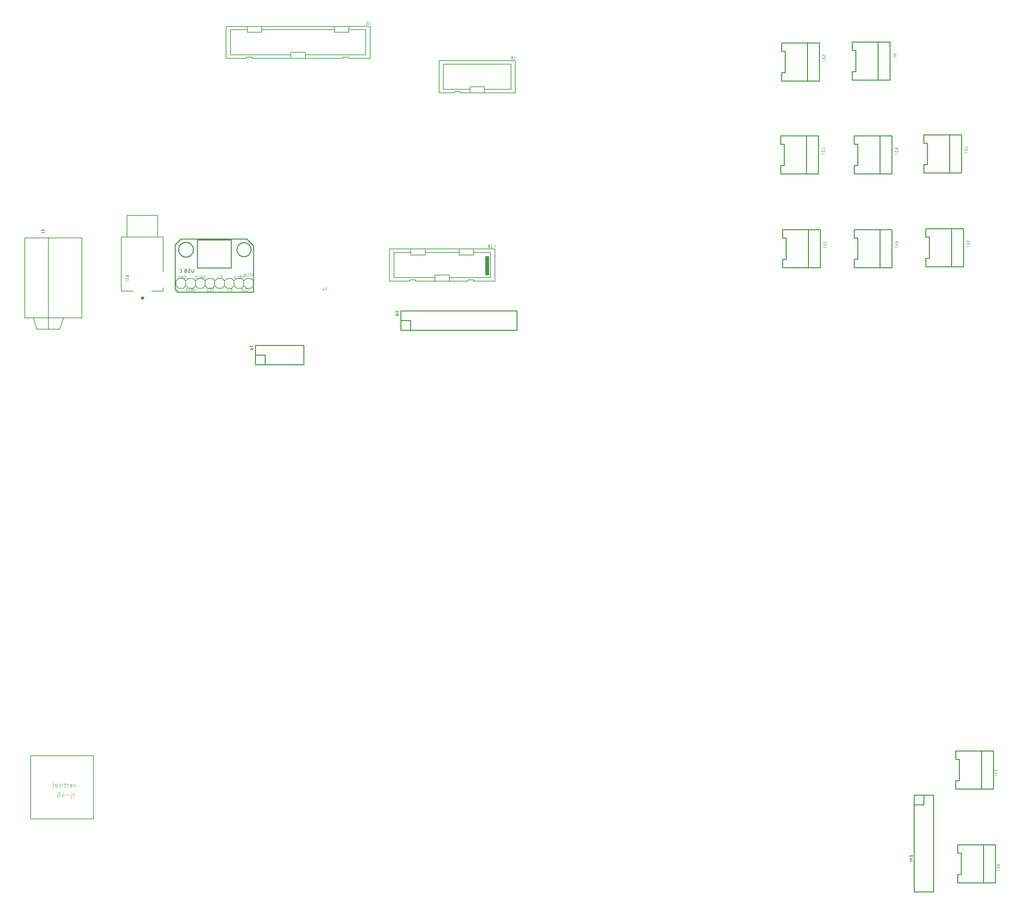
<source format=gbr>
G04 EAGLE Gerber RS-274X export*
G75*
%MOMM*%
%FSLAX34Y34*%
%LPD*%
%INSilkscreen Bottom*%
%IPPOS*%
%AMOC8*
5,1,8,0,0,1.08239X$1,22.5*%
G01*
%ADD10C,0.101600*%
%ADD11C,0.152400*%
%ADD12C,0.254000*%
%ADD13C,0.127000*%
%ADD14C,0.203200*%
%ADD15C,0.076200*%
%ADD16C,0.400000*%


D10*
X577148Y1686052D02*
X574777Y1678940D01*
X572406Y1686052D01*
X569055Y1682891D02*
X567079Y1682891D01*
X567079Y1682892D02*
X566992Y1682890D01*
X566904Y1682884D01*
X566817Y1682875D01*
X566731Y1682861D01*
X566645Y1682844D01*
X566561Y1682823D01*
X566477Y1682798D01*
X566394Y1682769D01*
X566313Y1682737D01*
X566233Y1682702D01*
X566155Y1682663D01*
X566078Y1682620D01*
X566004Y1682574D01*
X565932Y1682525D01*
X565862Y1682473D01*
X565794Y1682417D01*
X565729Y1682359D01*
X565666Y1682298D01*
X565607Y1682234D01*
X565550Y1682167D01*
X565496Y1682099D01*
X565445Y1682027D01*
X565398Y1681954D01*
X565353Y1681879D01*
X565312Y1681801D01*
X565275Y1681722D01*
X565241Y1681642D01*
X565211Y1681560D01*
X565184Y1681477D01*
X565161Y1681392D01*
X565142Y1681307D01*
X565127Y1681221D01*
X565115Y1681134D01*
X565107Y1681047D01*
X565103Y1680960D01*
X565103Y1680872D01*
X565107Y1680785D01*
X565115Y1680698D01*
X565127Y1680611D01*
X565142Y1680525D01*
X565161Y1680440D01*
X565184Y1680355D01*
X565211Y1680272D01*
X565241Y1680190D01*
X565275Y1680110D01*
X565312Y1680031D01*
X565353Y1679953D01*
X565398Y1679878D01*
X565445Y1679805D01*
X565496Y1679733D01*
X565550Y1679665D01*
X565607Y1679598D01*
X565666Y1679534D01*
X565729Y1679473D01*
X565794Y1679415D01*
X565862Y1679359D01*
X565932Y1679307D01*
X566004Y1679258D01*
X566078Y1679212D01*
X566155Y1679169D01*
X566233Y1679130D01*
X566313Y1679095D01*
X566394Y1679063D01*
X566477Y1679034D01*
X566561Y1679009D01*
X566645Y1678988D01*
X566731Y1678971D01*
X566817Y1678957D01*
X566904Y1678948D01*
X566992Y1678942D01*
X567079Y1678940D01*
X569055Y1678940D01*
X569055Y1686052D01*
X567079Y1686052D01*
X567000Y1686050D01*
X566922Y1686044D01*
X566844Y1686034D01*
X566766Y1686021D01*
X566689Y1686003D01*
X566613Y1685982D01*
X566539Y1685957D01*
X566465Y1685928D01*
X566393Y1685896D01*
X566323Y1685860D01*
X566255Y1685820D01*
X566189Y1685777D01*
X566125Y1685731D01*
X566063Y1685682D01*
X566004Y1685630D01*
X565948Y1685575D01*
X565894Y1685517D01*
X565844Y1685457D01*
X565796Y1685394D01*
X565752Y1685329D01*
X565711Y1685262D01*
X565673Y1685193D01*
X565639Y1685122D01*
X565608Y1685049D01*
X565581Y1684975D01*
X565558Y1684900D01*
X565539Y1684824D01*
X565523Y1684746D01*
X565511Y1684668D01*
X565503Y1684590D01*
X565499Y1684511D01*
X565499Y1684433D01*
X565503Y1684354D01*
X565511Y1684276D01*
X565523Y1684198D01*
X565539Y1684120D01*
X565558Y1684044D01*
X565581Y1683969D01*
X565608Y1683895D01*
X565639Y1683822D01*
X565673Y1683751D01*
X565711Y1683682D01*
X565752Y1683615D01*
X565796Y1683550D01*
X565844Y1683487D01*
X565894Y1683427D01*
X565948Y1683369D01*
X566004Y1683314D01*
X566063Y1683262D01*
X566125Y1683213D01*
X566189Y1683167D01*
X566255Y1683124D01*
X566323Y1683084D01*
X566393Y1683048D01*
X566465Y1683016D01*
X566539Y1682987D01*
X566613Y1682962D01*
X566689Y1682941D01*
X566766Y1682923D01*
X566844Y1682910D01*
X566922Y1682900D01*
X567000Y1682894D01*
X567079Y1682892D01*
X561878Y1680916D02*
X561878Y1686052D01*
X561879Y1680916D02*
X561877Y1680829D01*
X561871Y1680741D01*
X561862Y1680654D01*
X561848Y1680568D01*
X561831Y1680482D01*
X561810Y1680398D01*
X561785Y1680314D01*
X561756Y1680231D01*
X561724Y1680150D01*
X561689Y1680070D01*
X561650Y1679992D01*
X561607Y1679915D01*
X561561Y1679841D01*
X561512Y1679769D01*
X561460Y1679699D01*
X561404Y1679631D01*
X561346Y1679566D01*
X561285Y1679503D01*
X561221Y1679444D01*
X561154Y1679387D01*
X561086Y1679333D01*
X561014Y1679282D01*
X560941Y1679235D01*
X560866Y1679190D01*
X560788Y1679149D01*
X560709Y1679112D01*
X560629Y1679078D01*
X560547Y1679048D01*
X560464Y1679021D01*
X560379Y1678998D01*
X560294Y1678979D01*
X560208Y1678964D01*
X560121Y1678952D01*
X560034Y1678944D01*
X559947Y1678940D01*
X559859Y1678940D01*
X559772Y1678944D01*
X559685Y1678952D01*
X559598Y1678964D01*
X559512Y1678979D01*
X559427Y1678998D01*
X559342Y1679021D01*
X559259Y1679048D01*
X559177Y1679078D01*
X559097Y1679112D01*
X559018Y1679149D01*
X558940Y1679190D01*
X558865Y1679235D01*
X558792Y1679282D01*
X558720Y1679333D01*
X558652Y1679387D01*
X558585Y1679444D01*
X558521Y1679503D01*
X558460Y1679566D01*
X558402Y1679631D01*
X558346Y1679699D01*
X558294Y1679769D01*
X558245Y1679841D01*
X558199Y1679915D01*
X558156Y1679992D01*
X558117Y1680070D01*
X558082Y1680150D01*
X558050Y1680231D01*
X558021Y1680314D01*
X557996Y1680398D01*
X557975Y1680482D01*
X557958Y1680568D01*
X557944Y1680654D01*
X557935Y1680741D01*
X557929Y1680829D01*
X557927Y1680916D01*
X557927Y1686052D01*
X552193Y1678940D02*
X552115Y1678942D01*
X552038Y1678948D01*
X551961Y1678957D01*
X551885Y1678970D01*
X551809Y1678987D01*
X551734Y1679008D01*
X551661Y1679032D01*
X551588Y1679060D01*
X551517Y1679092D01*
X551448Y1679127D01*
X551381Y1679165D01*
X551315Y1679206D01*
X551252Y1679251D01*
X551191Y1679299D01*
X551132Y1679349D01*
X551076Y1679403D01*
X551022Y1679459D01*
X550972Y1679518D01*
X550924Y1679579D01*
X550879Y1679642D01*
X550838Y1679708D01*
X550800Y1679775D01*
X550765Y1679844D01*
X550733Y1679915D01*
X550705Y1679988D01*
X550681Y1680061D01*
X550660Y1680136D01*
X550643Y1680212D01*
X550630Y1680288D01*
X550621Y1680365D01*
X550615Y1680442D01*
X550613Y1680520D01*
X552193Y1678940D02*
X552308Y1678942D01*
X552422Y1678948D01*
X552536Y1678958D01*
X552650Y1678971D01*
X552763Y1678989D01*
X552876Y1679011D01*
X552988Y1679036D01*
X553099Y1679065D01*
X553208Y1679098D01*
X553317Y1679135D01*
X553424Y1679175D01*
X553530Y1679219D01*
X553634Y1679267D01*
X553737Y1679318D01*
X553837Y1679373D01*
X553936Y1679431D01*
X554033Y1679493D01*
X554127Y1679557D01*
X554220Y1679625D01*
X554310Y1679697D01*
X554397Y1679771D01*
X554482Y1679848D01*
X554564Y1679928D01*
X554365Y1684472D02*
X554363Y1684550D01*
X554357Y1684627D01*
X554348Y1684704D01*
X554335Y1684780D01*
X554318Y1684856D01*
X554297Y1684931D01*
X554273Y1685004D01*
X554245Y1685077D01*
X554213Y1685148D01*
X554178Y1685217D01*
X554140Y1685284D01*
X554099Y1685350D01*
X554054Y1685413D01*
X554006Y1685474D01*
X553956Y1685533D01*
X553902Y1685589D01*
X553846Y1685643D01*
X553787Y1685693D01*
X553726Y1685741D01*
X553663Y1685786D01*
X553597Y1685827D01*
X553530Y1685865D01*
X553461Y1685900D01*
X553390Y1685932D01*
X553317Y1685960D01*
X553244Y1685984D01*
X553169Y1686005D01*
X553093Y1686022D01*
X553017Y1686035D01*
X552940Y1686044D01*
X552863Y1686050D01*
X552785Y1686052D01*
X552679Y1686050D01*
X552573Y1686044D01*
X552468Y1686035D01*
X552363Y1686022D01*
X552258Y1686005D01*
X552154Y1685984D01*
X552051Y1685960D01*
X551949Y1685932D01*
X551848Y1685900D01*
X551748Y1685865D01*
X551650Y1685826D01*
X551552Y1685783D01*
X551457Y1685738D01*
X551363Y1685689D01*
X551271Y1685636D01*
X551181Y1685580D01*
X551093Y1685521D01*
X551007Y1685459D01*
X553576Y1683089D02*
X553643Y1683131D01*
X553708Y1683176D01*
X553771Y1683225D01*
X553832Y1683276D01*
X553889Y1683331D01*
X553944Y1683388D01*
X553997Y1683448D01*
X554046Y1683510D01*
X554092Y1683575D01*
X554134Y1683641D01*
X554174Y1683710D01*
X554210Y1683781D01*
X554242Y1683854D01*
X554271Y1683928D01*
X554296Y1684003D01*
X554317Y1684079D01*
X554335Y1684157D01*
X554348Y1684235D01*
X554358Y1684314D01*
X554364Y1684393D01*
X554366Y1684472D01*
X551402Y1681903D02*
X551335Y1681861D01*
X551270Y1681816D01*
X551207Y1681767D01*
X551146Y1681716D01*
X551089Y1681661D01*
X551034Y1681604D01*
X550981Y1681544D01*
X550932Y1681482D01*
X550886Y1681417D01*
X550844Y1681351D01*
X550804Y1681282D01*
X550768Y1681211D01*
X550736Y1681138D01*
X550707Y1681064D01*
X550682Y1680989D01*
X550661Y1680913D01*
X550643Y1680835D01*
X550630Y1680757D01*
X550620Y1680678D01*
X550614Y1680599D01*
X550612Y1680520D01*
X551402Y1681903D02*
X553576Y1683089D01*
X646276Y1712468D02*
X646276Y1719580D01*
X644301Y1719580D01*
X644215Y1719578D01*
X644129Y1719572D01*
X644043Y1719563D01*
X643958Y1719550D01*
X643873Y1719533D01*
X643790Y1719513D01*
X643707Y1719489D01*
X643625Y1719461D01*
X643545Y1719430D01*
X643466Y1719395D01*
X643389Y1719357D01*
X643313Y1719315D01*
X643239Y1719271D01*
X643168Y1719223D01*
X643098Y1719172D01*
X643031Y1719118D01*
X642966Y1719061D01*
X642904Y1719001D01*
X642844Y1718939D01*
X642787Y1718874D01*
X642733Y1718807D01*
X642682Y1718737D01*
X642634Y1718666D01*
X642590Y1718592D01*
X642548Y1718516D01*
X642510Y1718439D01*
X642475Y1718360D01*
X642444Y1718280D01*
X642416Y1718198D01*
X642392Y1718115D01*
X642372Y1718032D01*
X642355Y1717947D01*
X642342Y1717862D01*
X642333Y1717776D01*
X642327Y1717690D01*
X642325Y1717604D01*
X642325Y1714444D01*
X642327Y1714358D01*
X642333Y1714272D01*
X642342Y1714186D01*
X642355Y1714101D01*
X642372Y1714016D01*
X642392Y1713933D01*
X642416Y1713850D01*
X642444Y1713768D01*
X642475Y1713688D01*
X642510Y1713609D01*
X642548Y1713532D01*
X642590Y1713456D01*
X642634Y1713382D01*
X642682Y1713311D01*
X642733Y1713241D01*
X642787Y1713174D01*
X642844Y1713109D01*
X642904Y1713047D01*
X642966Y1712987D01*
X643031Y1712930D01*
X643098Y1712876D01*
X643168Y1712825D01*
X643239Y1712777D01*
X643313Y1712733D01*
X643389Y1712691D01*
X643466Y1712653D01*
X643545Y1712618D01*
X643625Y1712587D01*
X643707Y1712559D01*
X643790Y1712535D01*
X643873Y1712515D01*
X643958Y1712498D01*
X644043Y1712485D01*
X644129Y1712476D01*
X644215Y1712470D01*
X644301Y1712468D01*
X646276Y1712468D01*
X638625Y1715234D02*
X633884Y1715234D01*
X671676Y1686052D02*
X671676Y1678940D01*
X671676Y1686052D02*
X669701Y1686052D01*
X669615Y1686050D01*
X669529Y1686044D01*
X669443Y1686035D01*
X669358Y1686022D01*
X669273Y1686005D01*
X669190Y1685985D01*
X669107Y1685961D01*
X669025Y1685933D01*
X668945Y1685902D01*
X668866Y1685867D01*
X668789Y1685829D01*
X668713Y1685787D01*
X668639Y1685743D01*
X668568Y1685695D01*
X668498Y1685644D01*
X668431Y1685590D01*
X668366Y1685533D01*
X668304Y1685473D01*
X668244Y1685411D01*
X668187Y1685346D01*
X668133Y1685279D01*
X668082Y1685209D01*
X668034Y1685138D01*
X667990Y1685064D01*
X667948Y1684988D01*
X667910Y1684911D01*
X667875Y1684832D01*
X667844Y1684752D01*
X667816Y1684670D01*
X667792Y1684587D01*
X667772Y1684504D01*
X667755Y1684419D01*
X667742Y1684334D01*
X667733Y1684248D01*
X667727Y1684162D01*
X667725Y1684076D01*
X667725Y1680916D01*
X667727Y1680830D01*
X667733Y1680744D01*
X667742Y1680658D01*
X667755Y1680573D01*
X667772Y1680488D01*
X667792Y1680405D01*
X667816Y1680322D01*
X667844Y1680240D01*
X667875Y1680160D01*
X667910Y1680081D01*
X667948Y1680004D01*
X667990Y1679928D01*
X668034Y1679854D01*
X668082Y1679783D01*
X668133Y1679713D01*
X668187Y1679646D01*
X668244Y1679581D01*
X668304Y1679519D01*
X668366Y1679459D01*
X668431Y1679402D01*
X668498Y1679348D01*
X668568Y1679297D01*
X668639Y1679249D01*
X668713Y1679205D01*
X668789Y1679163D01*
X668866Y1679125D01*
X668945Y1679090D01*
X669025Y1679059D01*
X669107Y1679031D01*
X669190Y1679007D01*
X669273Y1678987D01*
X669358Y1678970D01*
X669443Y1678957D01*
X669529Y1678948D01*
X669615Y1678942D01*
X669701Y1678940D01*
X671676Y1678940D01*
X664025Y1681706D02*
X659284Y1681706D01*
X661654Y1684076D02*
X661654Y1679335D01*
X599980Y1712468D02*
X599902Y1712470D01*
X599825Y1712476D01*
X599748Y1712485D01*
X599672Y1712498D01*
X599596Y1712515D01*
X599521Y1712536D01*
X599448Y1712560D01*
X599375Y1712588D01*
X599304Y1712620D01*
X599235Y1712655D01*
X599168Y1712693D01*
X599102Y1712734D01*
X599039Y1712779D01*
X598978Y1712827D01*
X598919Y1712877D01*
X598863Y1712931D01*
X598809Y1712987D01*
X598759Y1713046D01*
X598711Y1713107D01*
X598666Y1713170D01*
X598625Y1713236D01*
X598587Y1713303D01*
X598552Y1713372D01*
X598520Y1713443D01*
X598492Y1713516D01*
X598468Y1713589D01*
X598447Y1713664D01*
X598430Y1713740D01*
X598417Y1713816D01*
X598408Y1713893D01*
X598402Y1713970D01*
X598400Y1714048D01*
X599980Y1712468D02*
X600095Y1712470D01*
X600209Y1712476D01*
X600323Y1712486D01*
X600437Y1712499D01*
X600550Y1712517D01*
X600663Y1712539D01*
X600775Y1712564D01*
X600886Y1712593D01*
X600995Y1712626D01*
X601104Y1712663D01*
X601211Y1712703D01*
X601317Y1712747D01*
X601421Y1712795D01*
X601524Y1712846D01*
X601624Y1712901D01*
X601723Y1712959D01*
X601820Y1713021D01*
X601914Y1713085D01*
X602007Y1713153D01*
X602097Y1713225D01*
X602184Y1713299D01*
X602269Y1713376D01*
X602351Y1713456D01*
X602152Y1718000D02*
X602150Y1718078D01*
X602144Y1718155D01*
X602135Y1718232D01*
X602122Y1718308D01*
X602105Y1718384D01*
X602084Y1718459D01*
X602060Y1718532D01*
X602032Y1718605D01*
X602000Y1718676D01*
X601965Y1718745D01*
X601927Y1718812D01*
X601886Y1718878D01*
X601841Y1718941D01*
X601793Y1719002D01*
X601743Y1719061D01*
X601689Y1719117D01*
X601633Y1719171D01*
X601574Y1719221D01*
X601513Y1719269D01*
X601450Y1719314D01*
X601384Y1719355D01*
X601317Y1719393D01*
X601248Y1719428D01*
X601177Y1719460D01*
X601104Y1719488D01*
X601031Y1719512D01*
X600956Y1719533D01*
X600880Y1719550D01*
X600804Y1719563D01*
X600727Y1719572D01*
X600650Y1719578D01*
X600572Y1719580D01*
X600466Y1719578D01*
X600360Y1719572D01*
X600255Y1719563D01*
X600150Y1719550D01*
X600045Y1719533D01*
X599941Y1719512D01*
X599838Y1719488D01*
X599736Y1719460D01*
X599635Y1719428D01*
X599535Y1719393D01*
X599437Y1719354D01*
X599339Y1719311D01*
X599244Y1719266D01*
X599150Y1719217D01*
X599058Y1719164D01*
X598968Y1719108D01*
X598880Y1719049D01*
X598794Y1718987D01*
X601363Y1716617D02*
X601430Y1716659D01*
X601495Y1716704D01*
X601558Y1716753D01*
X601619Y1716804D01*
X601676Y1716859D01*
X601731Y1716916D01*
X601784Y1716976D01*
X601833Y1717038D01*
X601879Y1717103D01*
X601921Y1717169D01*
X601961Y1717238D01*
X601997Y1717309D01*
X602029Y1717382D01*
X602058Y1717456D01*
X602083Y1717531D01*
X602104Y1717607D01*
X602122Y1717685D01*
X602135Y1717763D01*
X602145Y1717842D01*
X602151Y1717921D01*
X602153Y1718000D01*
X599189Y1715431D02*
X599122Y1715389D01*
X599057Y1715344D01*
X598994Y1715295D01*
X598933Y1715244D01*
X598876Y1715189D01*
X598821Y1715132D01*
X598768Y1715072D01*
X598719Y1715010D01*
X598673Y1714945D01*
X598631Y1714879D01*
X598591Y1714810D01*
X598555Y1714739D01*
X598523Y1714666D01*
X598494Y1714592D01*
X598469Y1714517D01*
X598448Y1714441D01*
X598430Y1714363D01*
X598417Y1714285D01*
X598407Y1714206D01*
X598401Y1714127D01*
X598399Y1714048D01*
X599189Y1715431D02*
X601363Y1716617D01*
X594896Y1716419D02*
X592921Y1716419D01*
X592921Y1716420D02*
X592834Y1716418D01*
X592746Y1716412D01*
X592659Y1716403D01*
X592573Y1716389D01*
X592487Y1716372D01*
X592403Y1716351D01*
X592319Y1716326D01*
X592236Y1716297D01*
X592155Y1716265D01*
X592075Y1716230D01*
X591997Y1716191D01*
X591920Y1716148D01*
X591846Y1716102D01*
X591774Y1716053D01*
X591704Y1716001D01*
X591636Y1715945D01*
X591571Y1715887D01*
X591508Y1715826D01*
X591449Y1715762D01*
X591392Y1715695D01*
X591338Y1715627D01*
X591287Y1715555D01*
X591240Y1715482D01*
X591195Y1715407D01*
X591154Y1715329D01*
X591117Y1715250D01*
X591083Y1715170D01*
X591053Y1715088D01*
X591026Y1715005D01*
X591003Y1714920D01*
X590984Y1714835D01*
X590969Y1714749D01*
X590957Y1714662D01*
X590949Y1714575D01*
X590945Y1714488D01*
X590945Y1714400D01*
X590949Y1714313D01*
X590957Y1714226D01*
X590969Y1714139D01*
X590984Y1714053D01*
X591003Y1713968D01*
X591026Y1713883D01*
X591053Y1713800D01*
X591083Y1713718D01*
X591117Y1713638D01*
X591154Y1713559D01*
X591195Y1713481D01*
X591240Y1713406D01*
X591287Y1713333D01*
X591338Y1713261D01*
X591392Y1713193D01*
X591449Y1713126D01*
X591508Y1713062D01*
X591571Y1713001D01*
X591636Y1712943D01*
X591704Y1712887D01*
X591774Y1712835D01*
X591846Y1712786D01*
X591920Y1712740D01*
X591997Y1712697D01*
X592075Y1712658D01*
X592155Y1712623D01*
X592236Y1712591D01*
X592319Y1712562D01*
X592403Y1712537D01*
X592487Y1712516D01*
X592573Y1712499D01*
X592659Y1712485D01*
X592746Y1712476D01*
X592834Y1712470D01*
X592921Y1712468D01*
X594896Y1712468D01*
X594896Y1719580D01*
X592921Y1719580D01*
X592842Y1719578D01*
X592764Y1719572D01*
X592686Y1719562D01*
X592608Y1719549D01*
X592531Y1719531D01*
X592455Y1719510D01*
X592381Y1719485D01*
X592307Y1719456D01*
X592235Y1719424D01*
X592165Y1719388D01*
X592097Y1719348D01*
X592031Y1719305D01*
X591967Y1719259D01*
X591905Y1719210D01*
X591846Y1719158D01*
X591790Y1719103D01*
X591736Y1719045D01*
X591686Y1718985D01*
X591638Y1718922D01*
X591594Y1718857D01*
X591553Y1718790D01*
X591515Y1718721D01*
X591481Y1718650D01*
X591450Y1718577D01*
X591423Y1718503D01*
X591400Y1718428D01*
X591381Y1718352D01*
X591365Y1718274D01*
X591353Y1718196D01*
X591345Y1718118D01*
X591341Y1718039D01*
X591341Y1717961D01*
X591345Y1717882D01*
X591353Y1717804D01*
X591365Y1717726D01*
X591381Y1717648D01*
X591400Y1717572D01*
X591423Y1717497D01*
X591450Y1717423D01*
X591481Y1717350D01*
X591515Y1717279D01*
X591553Y1717210D01*
X591594Y1717143D01*
X591638Y1717078D01*
X591686Y1717015D01*
X591736Y1716955D01*
X591790Y1716897D01*
X591846Y1716842D01*
X591905Y1716790D01*
X591967Y1716741D01*
X592031Y1716695D01*
X592097Y1716652D01*
X592165Y1716612D01*
X592235Y1716576D01*
X592307Y1716544D01*
X592381Y1716515D01*
X592455Y1716490D01*
X592531Y1716469D01*
X592608Y1716451D01*
X592686Y1716438D01*
X592764Y1716428D01*
X592842Y1716422D01*
X592921Y1716420D01*
X587720Y1714444D02*
X587720Y1719580D01*
X587720Y1714444D02*
X587718Y1714357D01*
X587712Y1714269D01*
X587703Y1714182D01*
X587689Y1714096D01*
X587672Y1714010D01*
X587651Y1713926D01*
X587626Y1713842D01*
X587597Y1713759D01*
X587565Y1713678D01*
X587530Y1713598D01*
X587491Y1713520D01*
X587448Y1713443D01*
X587402Y1713369D01*
X587353Y1713297D01*
X587301Y1713227D01*
X587245Y1713159D01*
X587187Y1713094D01*
X587126Y1713031D01*
X587062Y1712972D01*
X586995Y1712915D01*
X586927Y1712861D01*
X586855Y1712810D01*
X586782Y1712763D01*
X586707Y1712718D01*
X586629Y1712677D01*
X586550Y1712640D01*
X586470Y1712606D01*
X586388Y1712576D01*
X586305Y1712549D01*
X586220Y1712526D01*
X586135Y1712507D01*
X586049Y1712492D01*
X585962Y1712480D01*
X585875Y1712472D01*
X585788Y1712468D01*
X585700Y1712468D01*
X585613Y1712472D01*
X585526Y1712480D01*
X585439Y1712492D01*
X585353Y1712507D01*
X585268Y1712526D01*
X585183Y1712549D01*
X585100Y1712576D01*
X585018Y1712606D01*
X584938Y1712640D01*
X584859Y1712677D01*
X584781Y1712718D01*
X584706Y1712763D01*
X584633Y1712810D01*
X584561Y1712861D01*
X584493Y1712915D01*
X584426Y1712972D01*
X584362Y1713031D01*
X584301Y1713094D01*
X584243Y1713159D01*
X584187Y1713227D01*
X584135Y1713297D01*
X584086Y1713369D01*
X584040Y1713443D01*
X583997Y1713520D01*
X583958Y1713598D01*
X583923Y1713678D01*
X583891Y1713759D01*
X583862Y1713842D01*
X583837Y1713926D01*
X583816Y1714010D01*
X583799Y1714096D01*
X583785Y1714182D01*
X583776Y1714269D01*
X583770Y1714357D01*
X583768Y1714444D01*
X583769Y1714444D02*
X583769Y1719580D01*
X577988Y1719580D02*
X577906Y1719578D01*
X577824Y1719572D01*
X577742Y1719563D01*
X577661Y1719550D01*
X577581Y1719533D01*
X577501Y1719512D01*
X577423Y1719488D01*
X577346Y1719460D01*
X577270Y1719429D01*
X577195Y1719394D01*
X577123Y1719355D01*
X577052Y1719314D01*
X576983Y1719269D01*
X576917Y1719221D01*
X576852Y1719170D01*
X576790Y1719116D01*
X576731Y1719059D01*
X576674Y1719000D01*
X576620Y1718938D01*
X576569Y1718873D01*
X576521Y1718807D01*
X576476Y1718738D01*
X576435Y1718667D01*
X576396Y1718595D01*
X576361Y1718520D01*
X576330Y1718444D01*
X576302Y1718367D01*
X576278Y1718289D01*
X576257Y1718209D01*
X576240Y1718129D01*
X576227Y1718048D01*
X576218Y1717966D01*
X576212Y1717884D01*
X576210Y1717802D01*
X577988Y1719580D02*
X578081Y1719578D01*
X578173Y1719572D01*
X578265Y1719563D01*
X578357Y1719550D01*
X578448Y1719533D01*
X578538Y1719513D01*
X578628Y1719489D01*
X578716Y1719461D01*
X578804Y1719429D01*
X578889Y1719395D01*
X578974Y1719356D01*
X579056Y1719315D01*
X579137Y1719270D01*
X579217Y1719221D01*
X579294Y1719170D01*
X579369Y1719116D01*
X579441Y1719058D01*
X579512Y1718998D01*
X579579Y1718934D01*
X579644Y1718869D01*
X579707Y1718800D01*
X579766Y1718729D01*
X579823Y1718656D01*
X579877Y1718580D01*
X579927Y1718503D01*
X579975Y1718423D01*
X580019Y1718341D01*
X580059Y1718258D01*
X580097Y1718173D01*
X580131Y1718087D01*
X580161Y1718000D01*
X576803Y1716419D02*
X576742Y1716480D01*
X576684Y1716543D01*
X576629Y1716609D01*
X576576Y1716677D01*
X576527Y1716748D01*
X576482Y1716820D01*
X576439Y1716895D01*
X576400Y1716971D01*
X576364Y1717050D01*
X576332Y1717129D01*
X576304Y1717210D01*
X576279Y1717293D01*
X576258Y1717376D01*
X576241Y1717460D01*
X576227Y1717545D01*
X576218Y1717630D01*
X576212Y1717716D01*
X576210Y1717802D01*
X576802Y1716419D02*
X580161Y1712468D01*
X576210Y1712468D01*
X619604Y1678940D02*
X621185Y1678940D01*
X621263Y1678942D01*
X621340Y1678948D01*
X621417Y1678957D01*
X621493Y1678970D01*
X621569Y1678987D01*
X621644Y1679008D01*
X621717Y1679032D01*
X621790Y1679060D01*
X621861Y1679092D01*
X621930Y1679127D01*
X621997Y1679165D01*
X622063Y1679206D01*
X622126Y1679251D01*
X622187Y1679299D01*
X622246Y1679349D01*
X622302Y1679403D01*
X622356Y1679459D01*
X622406Y1679518D01*
X622454Y1679579D01*
X622499Y1679642D01*
X622540Y1679708D01*
X622578Y1679775D01*
X622613Y1679844D01*
X622645Y1679915D01*
X622673Y1679988D01*
X622697Y1680061D01*
X622718Y1680136D01*
X622735Y1680212D01*
X622748Y1680288D01*
X622757Y1680365D01*
X622763Y1680442D01*
X622765Y1680520D01*
X622765Y1684472D01*
X622763Y1684550D01*
X622757Y1684627D01*
X622748Y1684704D01*
X622735Y1684780D01*
X622718Y1684856D01*
X622697Y1684931D01*
X622673Y1685004D01*
X622645Y1685077D01*
X622613Y1685148D01*
X622578Y1685217D01*
X622540Y1685284D01*
X622499Y1685350D01*
X622454Y1685413D01*
X622406Y1685474D01*
X622356Y1685533D01*
X622302Y1685589D01*
X622246Y1685643D01*
X622187Y1685693D01*
X622126Y1685741D01*
X622063Y1685786D01*
X621997Y1685827D01*
X621930Y1685865D01*
X621861Y1685900D01*
X621790Y1685932D01*
X621717Y1685960D01*
X621644Y1685984D01*
X621569Y1686005D01*
X621493Y1686022D01*
X621417Y1686035D01*
X621340Y1686044D01*
X621263Y1686050D01*
X621185Y1686052D01*
X619604Y1686052D01*
X615089Y1678940D02*
X613508Y1678940D01*
X615089Y1678940D02*
X615167Y1678942D01*
X615244Y1678948D01*
X615321Y1678957D01*
X615397Y1678970D01*
X615473Y1678987D01*
X615548Y1679008D01*
X615621Y1679032D01*
X615694Y1679060D01*
X615765Y1679092D01*
X615834Y1679127D01*
X615901Y1679165D01*
X615967Y1679206D01*
X616030Y1679251D01*
X616091Y1679299D01*
X616150Y1679349D01*
X616206Y1679403D01*
X616260Y1679459D01*
X616310Y1679518D01*
X616358Y1679579D01*
X616403Y1679642D01*
X616444Y1679708D01*
X616482Y1679775D01*
X616517Y1679844D01*
X616549Y1679915D01*
X616577Y1679988D01*
X616601Y1680061D01*
X616622Y1680136D01*
X616639Y1680212D01*
X616652Y1680288D01*
X616661Y1680365D01*
X616667Y1680442D01*
X616669Y1680520D01*
X616669Y1684472D01*
X616667Y1684550D01*
X616661Y1684627D01*
X616652Y1684704D01*
X616639Y1684780D01*
X616622Y1684856D01*
X616601Y1684931D01*
X616577Y1685004D01*
X616549Y1685077D01*
X616517Y1685148D01*
X616482Y1685217D01*
X616444Y1685284D01*
X616403Y1685350D01*
X616358Y1685413D01*
X616310Y1685474D01*
X616260Y1685533D01*
X616206Y1685589D01*
X616150Y1685643D01*
X616091Y1685693D01*
X616030Y1685741D01*
X615967Y1685786D01*
X615901Y1685827D01*
X615834Y1685865D01*
X615765Y1685900D01*
X615694Y1685932D01*
X615621Y1685960D01*
X615548Y1685984D01*
X615473Y1686005D01*
X615397Y1686022D01*
X615321Y1686035D01*
X615244Y1686044D01*
X615167Y1686050D01*
X615089Y1686052D01*
X613508Y1686052D01*
X610546Y1684472D02*
X608570Y1686052D01*
X608570Y1678940D01*
X606595Y1678940D02*
X610546Y1678940D01*
X548033Y1716419D02*
X546847Y1716419D01*
X546847Y1712468D01*
X549218Y1712468D01*
X549296Y1712470D01*
X549373Y1712476D01*
X549450Y1712485D01*
X549526Y1712498D01*
X549602Y1712515D01*
X549677Y1712536D01*
X549750Y1712560D01*
X549823Y1712588D01*
X549894Y1712620D01*
X549963Y1712655D01*
X550030Y1712693D01*
X550096Y1712734D01*
X550159Y1712779D01*
X550220Y1712827D01*
X550279Y1712877D01*
X550335Y1712931D01*
X550389Y1712987D01*
X550439Y1713046D01*
X550487Y1713107D01*
X550532Y1713170D01*
X550573Y1713236D01*
X550611Y1713303D01*
X550646Y1713372D01*
X550678Y1713443D01*
X550706Y1713516D01*
X550730Y1713589D01*
X550751Y1713664D01*
X550768Y1713740D01*
X550781Y1713816D01*
X550790Y1713893D01*
X550796Y1713970D01*
X550798Y1714048D01*
X550798Y1718000D01*
X550796Y1718078D01*
X550790Y1718155D01*
X550781Y1718232D01*
X550768Y1718308D01*
X550751Y1718384D01*
X550730Y1718459D01*
X550706Y1718532D01*
X550678Y1718605D01*
X550646Y1718676D01*
X550611Y1718745D01*
X550573Y1718812D01*
X550532Y1718878D01*
X550487Y1718941D01*
X550439Y1719002D01*
X550389Y1719061D01*
X550335Y1719117D01*
X550279Y1719171D01*
X550220Y1719221D01*
X550159Y1719269D01*
X550096Y1719314D01*
X550030Y1719355D01*
X549963Y1719393D01*
X549894Y1719428D01*
X549823Y1719460D01*
X549750Y1719488D01*
X549677Y1719512D01*
X549602Y1719533D01*
X549526Y1719550D01*
X549450Y1719563D01*
X549373Y1719572D01*
X549296Y1719578D01*
X549218Y1719580D01*
X546847Y1719580D01*
X542996Y1719580D02*
X542996Y1712468D01*
X539044Y1712468D02*
X542996Y1719580D01*
X539044Y1719580D02*
X539044Y1712468D01*
X535193Y1712468D02*
X535193Y1719580D01*
X533217Y1719580D01*
X533131Y1719578D01*
X533045Y1719572D01*
X532959Y1719563D01*
X532874Y1719550D01*
X532789Y1719533D01*
X532706Y1719513D01*
X532623Y1719489D01*
X532541Y1719461D01*
X532461Y1719430D01*
X532382Y1719395D01*
X532305Y1719357D01*
X532229Y1719315D01*
X532155Y1719271D01*
X532084Y1719223D01*
X532014Y1719172D01*
X531947Y1719118D01*
X531882Y1719061D01*
X531820Y1719001D01*
X531760Y1718939D01*
X531703Y1718874D01*
X531649Y1718807D01*
X531598Y1718737D01*
X531550Y1718666D01*
X531506Y1718592D01*
X531464Y1718516D01*
X531426Y1718439D01*
X531391Y1718360D01*
X531360Y1718280D01*
X531332Y1718198D01*
X531308Y1718115D01*
X531288Y1718032D01*
X531271Y1717947D01*
X531258Y1717862D01*
X531249Y1717776D01*
X531243Y1717690D01*
X531241Y1717604D01*
X531242Y1717604D02*
X531242Y1714444D01*
X531241Y1714444D02*
X531243Y1714358D01*
X531249Y1714272D01*
X531258Y1714186D01*
X531271Y1714101D01*
X531288Y1714016D01*
X531308Y1713933D01*
X531332Y1713850D01*
X531360Y1713768D01*
X531391Y1713688D01*
X531426Y1713609D01*
X531464Y1713532D01*
X531506Y1713456D01*
X531550Y1713382D01*
X531598Y1713311D01*
X531649Y1713241D01*
X531703Y1713174D01*
X531760Y1713109D01*
X531820Y1713047D01*
X531882Y1712987D01*
X531947Y1712930D01*
X532014Y1712876D01*
X532084Y1712825D01*
X532155Y1712777D01*
X532229Y1712733D01*
X532305Y1712691D01*
X532382Y1712653D01*
X532461Y1712618D01*
X532541Y1712587D01*
X532623Y1712559D01*
X532706Y1712535D01*
X532789Y1712515D01*
X532874Y1712498D01*
X532959Y1712485D01*
X533045Y1712476D01*
X533131Y1712470D01*
X533217Y1712468D01*
X535193Y1712468D01*
D11*
X571622Y1730361D02*
X571622Y1736598D01*
X571622Y1730361D02*
X571620Y1730264D01*
X571614Y1730168D01*
X571605Y1730072D01*
X571591Y1729976D01*
X571574Y1729881D01*
X571552Y1729787D01*
X571527Y1729694D01*
X571499Y1729601D01*
X571466Y1729510D01*
X571430Y1729421D01*
X571390Y1729333D01*
X571347Y1729246D01*
X571301Y1729162D01*
X571251Y1729079D01*
X571197Y1728998D01*
X571141Y1728920D01*
X571081Y1728844D01*
X571019Y1728770D01*
X570953Y1728699D01*
X570885Y1728631D01*
X570814Y1728565D01*
X570740Y1728503D01*
X570664Y1728443D01*
X570586Y1728387D01*
X570505Y1728333D01*
X570423Y1728283D01*
X570338Y1728237D01*
X570251Y1728194D01*
X570163Y1728154D01*
X570074Y1728118D01*
X569983Y1728085D01*
X569890Y1728057D01*
X569797Y1728032D01*
X569703Y1728010D01*
X569608Y1727993D01*
X569512Y1727979D01*
X569416Y1727970D01*
X569320Y1727964D01*
X569223Y1727962D01*
X569126Y1727964D01*
X569030Y1727970D01*
X568934Y1727979D01*
X568838Y1727993D01*
X568743Y1728010D01*
X568649Y1728032D01*
X568556Y1728057D01*
X568463Y1728085D01*
X568372Y1728118D01*
X568283Y1728154D01*
X568195Y1728194D01*
X568108Y1728237D01*
X568024Y1728283D01*
X567941Y1728333D01*
X567860Y1728387D01*
X567782Y1728443D01*
X567706Y1728503D01*
X567632Y1728565D01*
X567561Y1728631D01*
X567493Y1728699D01*
X567427Y1728770D01*
X567365Y1728844D01*
X567305Y1728920D01*
X567249Y1728998D01*
X567195Y1729079D01*
X567145Y1729162D01*
X567099Y1729246D01*
X567056Y1729333D01*
X567016Y1729421D01*
X566980Y1729510D01*
X566947Y1729601D01*
X566919Y1729694D01*
X566894Y1729787D01*
X566872Y1729881D01*
X566855Y1729976D01*
X566841Y1730072D01*
X566832Y1730168D01*
X566826Y1730264D01*
X566824Y1730361D01*
X566824Y1736598D01*
X559599Y1727962D02*
X559513Y1727964D01*
X559427Y1727970D01*
X559341Y1727979D01*
X559256Y1727993D01*
X559172Y1728010D01*
X559088Y1728031D01*
X559006Y1728056D01*
X558925Y1728084D01*
X558845Y1728116D01*
X558766Y1728152D01*
X558690Y1728191D01*
X558615Y1728234D01*
X558542Y1728279D01*
X558471Y1728328D01*
X558403Y1728381D01*
X558336Y1728436D01*
X558273Y1728494D01*
X558212Y1728555D01*
X558154Y1728618D01*
X558099Y1728685D01*
X558046Y1728753D01*
X557997Y1728824D01*
X557952Y1728897D01*
X557909Y1728972D01*
X557870Y1729048D01*
X557834Y1729127D01*
X557802Y1729207D01*
X557774Y1729288D01*
X557749Y1729370D01*
X557728Y1729454D01*
X557711Y1729538D01*
X557697Y1729623D01*
X557688Y1729709D01*
X557682Y1729795D01*
X557680Y1729881D01*
X559599Y1727962D02*
X559722Y1727964D01*
X559845Y1727969D01*
X559968Y1727979D01*
X560090Y1727992D01*
X560212Y1728009D01*
X560334Y1728029D01*
X560454Y1728053D01*
X560574Y1728081D01*
X560693Y1728112D01*
X560811Y1728148D01*
X560928Y1728186D01*
X561044Y1728228D01*
X561158Y1728274D01*
X561271Y1728323D01*
X561383Y1728375D01*
X561492Y1728431D01*
X561600Y1728490D01*
X561706Y1728553D01*
X561811Y1728618D01*
X561913Y1728687D01*
X562013Y1728759D01*
X562110Y1728834D01*
X562206Y1728911D01*
X562299Y1728992D01*
X562390Y1729075D01*
X562478Y1729161D01*
X562238Y1734679D02*
X562236Y1734765D01*
X562230Y1734851D01*
X562221Y1734937D01*
X562207Y1735022D01*
X562190Y1735106D01*
X562169Y1735190D01*
X562144Y1735272D01*
X562116Y1735353D01*
X562084Y1735433D01*
X562048Y1735512D01*
X562009Y1735588D01*
X561966Y1735663D01*
X561921Y1735736D01*
X561872Y1735807D01*
X561819Y1735875D01*
X561764Y1735942D01*
X561706Y1736005D01*
X561645Y1736066D01*
X561582Y1736124D01*
X561515Y1736179D01*
X561447Y1736232D01*
X561376Y1736281D01*
X561303Y1736326D01*
X561228Y1736369D01*
X561152Y1736408D01*
X561073Y1736444D01*
X560993Y1736476D01*
X560912Y1736504D01*
X560830Y1736529D01*
X560746Y1736550D01*
X560662Y1736567D01*
X560577Y1736581D01*
X560491Y1736590D01*
X560405Y1736596D01*
X560319Y1736598D01*
X560203Y1736596D01*
X560088Y1736591D01*
X559972Y1736581D01*
X559857Y1736568D01*
X559743Y1736552D01*
X559629Y1736531D01*
X559515Y1736507D01*
X559403Y1736479D01*
X559292Y1736448D01*
X559181Y1736413D01*
X559072Y1736375D01*
X558964Y1736333D01*
X558858Y1736288D01*
X558752Y1736239D01*
X558649Y1736187D01*
X558547Y1736132D01*
X558448Y1736073D01*
X558350Y1736011D01*
X558254Y1735946D01*
X558160Y1735878D01*
X561279Y1733000D02*
X561353Y1733046D01*
X561426Y1733096D01*
X561496Y1733149D01*
X561564Y1733205D01*
X561629Y1733264D01*
X561692Y1733326D01*
X561751Y1733391D01*
X561808Y1733458D01*
X561862Y1733528D01*
X561912Y1733600D01*
X561959Y1733674D01*
X562003Y1733750D01*
X562043Y1733829D01*
X562079Y1733909D01*
X562112Y1733990D01*
X562141Y1734073D01*
X562167Y1734158D01*
X562189Y1734243D01*
X562206Y1734329D01*
X562220Y1734416D01*
X562230Y1734503D01*
X562236Y1734591D01*
X562238Y1734679D01*
X558640Y1731560D02*
X558565Y1731514D01*
X558492Y1731464D01*
X558422Y1731411D01*
X558354Y1731355D01*
X558289Y1731296D01*
X558226Y1731234D01*
X558167Y1731169D01*
X558110Y1731102D01*
X558056Y1731032D01*
X558006Y1730960D01*
X557959Y1730886D01*
X557915Y1730810D01*
X557875Y1730731D01*
X557839Y1730651D01*
X557806Y1730570D01*
X557777Y1730487D01*
X557751Y1730402D01*
X557729Y1730317D01*
X557712Y1730231D01*
X557698Y1730144D01*
X557688Y1730057D01*
X557682Y1729969D01*
X557680Y1729881D01*
X558640Y1731560D02*
X561279Y1733000D01*
X553139Y1732760D02*
X550740Y1732760D01*
X550643Y1732758D01*
X550547Y1732752D01*
X550451Y1732743D01*
X550355Y1732729D01*
X550260Y1732712D01*
X550166Y1732690D01*
X550073Y1732665D01*
X549980Y1732637D01*
X549889Y1732604D01*
X549800Y1732568D01*
X549712Y1732528D01*
X549625Y1732485D01*
X549541Y1732439D01*
X549458Y1732389D01*
X549377Y1732335D01*
X549299Y1732279D01*
X549223Y1732219D01*
X549149Y1732157D01*
X549078Y1732091D01*
X549010Y1732023D01*
X548944Y1731952D01*
X548882Y1731878D01*
X548822Y1731802D01*
X548766Y1731724D01*
X548712Y1731643D01*
X548662Y1731561D01*
X548616Y1731476D01*
X548573Y1731389D01*
X548533Y1731301D01*
X548497Y1731212D01*
X548464Y1731121D01*
X548436Y1731028D01*
X548411Y1730935D01*
X548389Y1730841D01*
X548372Y1730746D01*
X548358Y1730650D01*
X548349Y1730554D01*
X548343Y1730458D01*
X548341Y1730361D01*
X548343Y1730264D01*
X548349Y1730168D01*
X548358Y1730072D01*
X548372Y1729976D01*
X548389Y1729881D01*
X548411Y1729787D01*
X548436Y1729694D01*
X548464Y1729601D01*
X548497Y1729510D01*
X548533Y1729421D01*
X548573Y1729333D01*
X548616Y1729246D01*
X548662Y1729162D01*
X548712Y1729079D01*
X548766Y1728998D01*
X548822Y1728920D01*
X548882Y1728844D01*
X548944Y1728770D01*
X549010Y1728699D01*
X549078Y1728631D01*
X549149Y1728565D01*
X549223Y1728503D01*
X549299Y1728443D01*
X549377Y1728387D01*
X549458Y1728333D01*
X549541Y1728283D01*
X549625Y1728237D01*
X549712Y1728194D01*
X549800Y1728154D01*
X549889Y1728118D01*
X549980Y1728085D01*
X550073Y1728057D01*
X550166Y1728032D01*
X550260Y1728010D01*
X550355Y1727993D01*
X550451Y1727979D01*
X550547Y1727970D01*
X550643Y1727964D01*
X550740Y1727962D01*
X553139Y1727962D01*
X553139Y1736598D01*
X550740Y1736598D01*
X550654Y1736596D01*
X550568Y1736590D01*
X550482Y1736581D01*
X550397Y1736567D01*
X550313Y1736550D01*
X550229Y1736529D01*
X550147Y1736504D01*
X550066Y1736476D01*
X549986Y1736444D01*
X549907Y1736408D01*
X549831Y1736369D01*
X549756Y1736326D01*
X549683Y1736281D01*
X549612Y1736232D01*
X549544Y1736179D01*
X549477Y1736124D01*
X549414Y1736066D01*
X549353Y1736005D01*
X549295Y1735942D01*
X549240Y1735875D01*
X549187Y1735807D01*
X549138Y1735736D01*
X549093Y1735663D01*
X549050Y1735588D01*
X549011Y1735512D01*
X548975Y1735433D01*
X548943Y1735353D01*
X548915Y1735272D01*
X548890Y1735190D01*
X548869Y1735106D01*
X548852Y1735022D01*
X548838Y1734937D01*
X548829Y1734851D01*
X548823Y1734765D01*
X548821Y1734679D01*
X548823Y1734593D01*
X548829Y1734507D01*
X548838Y1734421D01*
X548852Y1734336D01*
X548869Y1734252D01*
X548890Y1734168D01*
X548915Y1734086D01*
X548943Y1734005D01*
X548975Y1733925D01*
X549011Y1733846D01*
X549050Y1733770D01*
X549093Y1733695D01*
X549138Y1733622D01*
X549187Y1733551D01*
X549240Y1733483D01*
X549295Y1733416D01*
X549353Y1733353D01*
X549414Y1733292D01*
X549477Y1733234D01*
X549544Y1733179D01*
X549612Y1733126D01*
X549683Y1733077D01*
X549756Y1733032D01*
X549831Y1732989D01*
X549907Y1732950D01*
X549986Y1732914D01*
X550066Y1732882D01*
X550147Y1732854D01*
X550229Y1732829D01*
X550313Y1732808D01*
X550397Y1732791D01*
X550482Y1732777D01*
X550568Y1732768D01*
X550654Y1732762D01*
X550740Y1732760D01*
X537737Y1727962D02*
X535818Y1727962D01*
X537737Y1727962D02*
X537823Y1727964D01*
X537909Y1727970D01*
X537995Y1727979D01*
X538080Y1727993D01*
X538164Y1728010D01*
X538248Y1728031D01*
X538330Y1728056D01*
X538411Y1728084D01*
X538491Y1728116D01*
X538570Y1728152D01*
X538646Y1728191D01*
X538721Y1728234D01*
X538794Y1728279D01*
X538865Y1728329D01*
X538933Y1728381D01*
X539000Y1728436D01*
X539063Y1728494D01*
X539124Y1728555D01*
X539182Y1728618D01*
X539237Y1728685D01*
X539290Y1728753D01*
X539339Y1728824D01*
X539384Y1728897D01*
X539427Y1728972D01*
X539466Y1729048D01*
X539502Y1729127D01*
X539534Y1729207D01*
X539562Y1729288D01*
X539587Y1729371D01*
X539608Y1729454D01*
X539625Y1729538D01*
X539639Y1729623D01*
X539648Y1729709D01*
X539654Y1729795D01*
X539656Y1729881D01*
X539656Y1734679D01*
X539654Y1734765D01*
X539648Y1734851D01*
X539639Y1734937D01*
X539625Y1735022D01*
X539608Y1735106D01*
X539587Y1735190D01*
X539562Y1735272D01*
X539534Y1735353D01*
X539502Y1735433D01*
X539466Y1735512D01*
X539427Y1735588D01*
X539384Y1735663D01*
X539339Y1735736D01*
X539290Y1735807D01*
X539237Y1735875D01*
X539182Y1735942D01*
X539124Y1736005D01*
X539063Y1736066D01*
X539000Y1736124D01*
X538934Y1736179D01*
X538865Y1736231D01*
X538794Y1736281D01*
X538721Y1736326D01*
X538646Y1736369D01*
X538570Y1736408D01*
X538491Y1736444D01*
X538411Y1736476D01*
X538330Y1736504D01*
X538248Y1736529D01*
X538164Y1736550D01*
X538080Y1736567D01*
X537995Y1736581D01*
X537909Y1736590D01*
X537823Y1736596D01*
X537737Y1736598D01*
X535818Y1736598D01*
D10*
X700000Y1714048D02*
X700002Y1713970D01*
X700008Y1713893D01*
X700017Y1713816D01*
X700030Y1713740D01*
X700047Y1713664D01*
X700068Y1713589D01*
X700092Y1713516D01*
X700120Y1713443D01*
X700152Y1713372D01*
X700187Y1713303D01*
X700225Y1713236D01*
X700266Y1713170D01*
X700311Y1713107D01*
X700359Y1713046D01*
X700409Y1712987D01*
X700463Y1712931D01*
X700519Y1712877D01*
X700578Y1712827D01*
X700639Y1712779D01*
X700702Y1712734D01*
X700768Y1712693D01*
X700835Y1712655D01*
X700904Y1712620D01*
X700975Y1712588D01*
X701048Y1712560D01*
X701121Y1712536D01*
X701196Y1712515D01*
X701272Y1712498D01*
X701348Y1712485D01*
X701425Y1712476D01*
X701502Y1712470D01*
X701580Y1712468D01*
X701695Y1712470D01*
X701809Y1712476D01*
X701923Y1712486D01*
X702037Y1712499D01*
X702150Y1712517D01*
X702263Y1712539D01*
X702375Y1712564D01*
X702486Y1712593D01*
X702595Y1712626D01*
X702704Y1712663D01*
X702811Y1712703D01*
X702917Y1712747D01*
X703021Y1712795D01*
X703124Y1712846D01*
X703224Y1712901D01*
X703323Y1712959D01*
X703420Y1713021D01*
X703514Y1713085D01*
X703607Y1713153D01*
X703697Y1713225D01*
X703784Y1713299D01*
X703869Y1713376D01*
X703951Y1713456D01*
X703752Y1718000D02*
X703750Y1718078D01*
X703744Y1718155D01*
X703735Y1718232D01*
X703722Y1718308D01*
X703705Y1718384D01*
X703684Y1718459D01*
X703660Y1718532D01*
X703632Y1718605D01*
X703600Y1718676D01*
X703565Y1718745D01*
X703527Y1718812D01*
X703486Y1718878D01*
X703441Y1718941D01*
X703393Y1719002D01*
X703343Y1719061D01*
X703289Y1719117D01*
X703233Y1719171D01*
X703174Y1719221D01*
X703113Y1719269D01*
X703050Y1719314D01*
X702984Y1719355D01*
X702917Y1719393D01*
X702848Y1719428D01*
X702777Y1719460D01*
X702704Y1719488D01*
X702631Y1719512D01*
X702556Y1719533D01*
X702480Y1719550D01*
X702404Y1719563D01*
X702327Y1719572D01*
X702250Y1719578D01*
X702172Y1719580D01*
X702066Y1719578D01*
X701960Y1719572D01*
X701855Y1719563D01*
X701750Y1719550D01*
X701645Y1719533D01*
X701541Y1719512D01*
X701438Y1719488D01*
X701336Y1719460D01*
X701235Y1719428D01*
X701135Y1719393D01*
X701037Y1719354D01*
X700939Y1719311D01*
X700844Y1719266D01*
X700750Y1719217D01*
X700658Y1719164D01*
X700568Y1719108D01*
X700480Y1719049D01*
X700394Y1718987D01*
X702963Y1716617D02*
X703030Y1716659D01*
X703095Y1716704D01*
X703158Y1716753D01*
X703219Y1716804D01*
X703276Y1716859D01*
X703331Y1716916D01*
X703384Y1716976D01*
X703433Y1717038D01*
X703479Y1717103D01*
X703521Y1717169D01*
X703561Y1717238D01*
X703597Y1717309D01*
X703629Y1717382D01*
X703658Y1717456D01*
X703683Y1717531D01*
X703704Y1717607D01*
X703722Y1717685D01*
X703735Y1717763D01*
X703745Y1717842D01*
X703751Y1717921D01*
X703753Y1718000D01*
X700789Y1715431D02*
X700722Y1715389D01*
X700657Y1715344D01*
X700594Y1715295D01*
X700533Y1715244D01*
X700476Y1715189D01*
X700421Y1715132D01*
X700368Y1715072D01*
X700319Y1715010D01*
X700273Y1714945D01*
X700231Y1714879D01*
X700191Y1714810D01*
X700155Y1714739D01*
X700123Y1714666D01*
X700094Y1714592D01*
X700069Y1714517D01*
X700048Y1714441D01*
X700030Y1714363D01*
X700017Y1714285D01*
X700007Y1714206D01*
X700001Y1714127D01*
X699999Y1714048D01*
X700789Y1715431D02*
X702963Y1716617D01*
X696496Y1716419D02*
X694521Y1716419D01*
X694521Y1716420D02*
X694434Y1716418D01*
X694346Y1716412D01*
X694259Y1716403D01*
X694173Y1716389D01*
X694087Y1716372D01*
X694003Y1716351D01*
X693919Y1716326D01*
X693836Y1716297D01*
X693755Y1716265D01*
X693675Y1716230D01*
X693597Y1716191D01*
X693520Y1716148D01*
X693446Y1716102D01*
X693374Y1716053D01*
X693304Y1716001D01*
X693236Y1715945D01*
X693171Y1715887D01*
X693108Y1715826D01*
X693049Y1715762D01*
X692992Y1715695D01*
X692938Y1715627D01*
X692887Y1715555D01*
X692840Y1715482D01*
X692795Y1715407D01*
X692754Y1715329D01*
X692717Y1715250D01*
X692683Y1715170D01*
X692653Y1715088D01*
X692626Y1715005D01*
X692603Y1714920D01*
X692584Y1714835D01*
X692569Y1714749D01*
X692557Y1714662D01*
X692549Y1714575D01*
X692545Y1714488D01*
X692545Y1714400D01*
X692549Y1714313D01*
X692557Y1714226D01*
X692569Y1714139D01*
X692584Y1714053D01*
X692603Y1713968D01*
X692626Y1713883D01*
X692653Y1713800D01*
X692683Y1713718D01*
X692717Y1713638D01*
X692754Y1713559D01*
X692795Y1713481D01*
X692840Y1713406D01*
X692887Y1713333D01*
X692938Y1713261D01*
X692992Y1713193D01*
X693049Y1713126D01*
X693108Y1713062D01*
X693171Y1713001D01*
X693236Y1712943D01*
X693304Y1712887D01*
X693374Y1712835D01*
X693446Y1712786D01*
X693520Y1712740D01*
X693597Y1712697D01*
X693675Y1712658D01*
X693755Y1712623D01*
X693836Y1712591D01*
X693919Y1712562D01*
X694003Y1712537D01*
X694087Y1712516D01*
X694173Y1712499D01*
X694259Y1712485D01*
X694346Y1712476D01*
X694434Y1712470D01*
X694521Y1712468D01*
X696496Y1712468D01*
X696496Y1719580D01*
X694521Y1719580D01*
X694442Y1719578D01*
X694364Y1719572D01*
X694286Y1719562D01*
X694208Y1719549D01*
X694131Y1719531D01*
X694055Y1719510D01*
X693981Y1719485D01*
X693907Y1719456D01*
X693835Y1719424D01*
X693765Y1719388D01*
X693697Y1719348D01*
X693631Y1719305D01*
X693567Y1719259D01*
X693505Y1719210D01*
X693446Y1719158D01*
X693390Y1719103D01*
X693336Y1719045D01*
X693286Y1718985D01*
X693238Y1718922D01*
X693194Y1718857D01*
X693153Y1718790D01*
X693115Y1718721D01*
X693081Y1718650D01*
X693050Y1718577D01*
X693023Y1718503D01*
X693000Y1718428D01*
X692981Y1718352D01*
X692965Y1718274D01*
X692953Y1718196D01*
X692945Y1718118D01*
X692941Y1718039D01*
X692941Y1717961D01*
X692945Y1717882D01*
X692953Y1717804D01*
X692965Y1717726D01*
X692981Y1717648D01*
X693000Y1717572D01*
X693023Y1717497D01*
X693050Y1717423D01*
X693081Y1717350D01*
X693115Y1717279D01*
X693153Y1717210D01*
X693194Y1717143D01*
X693238Y1717078D01*
X693286Y1717015D01*
X693336Y1716955D01*
X693390Y1716897D01*
X693446Y1716842D01*
X693505Y1716790D01*
X693567Y1716741D01*
X693631Y1716695D01*
X693697Y1716652D01*
X693765Y1716612D01*
X693835Y1716576D01*
X693907Y1716544D01*
X693981Y1716515D01*
X694055Y1716490D01*
X694131Y1716469D01*
X694208Y1716451D01*
X694286Y1716438D01*
X694364Y1716428D01*
X694442Y1716422D01*
X694521Y1716420D01*
X689320Y1714444D02*
X689320Y1719580D01*
X689320Y1714444D02*
X689318Y1714357D01*
X689312Y1714269D01*
X689303Y1714182D01*
X689289Y1714096D01*
X689272Y1714010D01*
X689251Y1713926D01*
X689226Y1713842D01*
X689197Y1713759D01*
X689165Y1713678D01*
X689130Y1713598D01*
X689091Y1713520D01*
X689048Y1713443D01*
X689002Y1713369D01*
X688953Y1713297D01*
X688901Y1713227D01*
X688845Y1713159D01*
X688787Y1713094D01*
X688726Y1713031D01*
X688662Y1712972D01*
X688595Y1712915D01*
X688527Y1712861D01*
X688455Y1712810D01*
X688382Y1712763D01*
X688307Y1712718D01*
X688229Y1712677D01*
X688150Y1712640D01*
X688070Y1712606D01*
X687988Y1712576D01*
X687905Y1712549D01*
X687820Y1712526D01*
X687735Y1712507D01*
X687649Y1712492D01*
X687562Y1712480D01*
X687475Y1712472D01*
X687388Y1712468D01*
X687300Y1712468D01*
X687213Y1712472D01*
X687126Y1712480D01*
X687039Y1712492D01*
X686953Y1712507D01*
X686868Y1712526D01*
X686783Y1712549D01*
X686700Y1712576D01*
X686618Y1712606D01*
X686538Y1712640D01*
X686459Y1712677D01*
X686381Y1712718D01*
X686306Y1712763D01*
X686233Y1712810D01*
X686161Y1712861D01*
X686093Y1712915D01*
X686026Y1712972D01*
X685962Y1713031D01*
X685901Y1713094D01*
X685843Y1713159D01*
X685787Y1713227D01*
X685735Y1713297D01*
X685686Y1713369D01*
X685640Y1713443D01*
X685597Y1713520D01*
X685558Y1713598D01*
X685523Y1713678D01*
X685491Y1713759D01*
X685462Y1713842D01*
X685437Y1713926D01*
X685416Y1714010D01*
X685399Y1714096D01*
X685385Y1714182D01*
X685376Y1714269D01*
X685370Y1714357D01*
X685368Y1714444D01*
X685369Y1714444D02*
X685369Y1719580D01*
X681761Y1718000D02*
X679785Y1719580D01*
X679785Y1712468D01*
X677810Y1712468D02*
X681761Y1712468D01*
X711044Y1678940D02*
X712625Y1678940D01*
X712703Y1678942D01*
X712780Y1678948D01*
X712857Y1678957D01*
X712933Y1678970D01*
X713009Y1678987D01*
X713084Y1679008D01*
X713157Y1679032D01*
X713230Y1679060D01*
X713301Y1679092D01*
X713370Y1679127D01*
X713437Y1679165D01*
X713503Y1679206D01*
X713566Y1679251D01*
X713627Y1679299D01*
X713686Y1679349D01*
X713742Y1679403D01*
X713796Y1679459D01*
X713846Y1679518D01*
X713894Y1679579D01*
X713939Y1679642D01*
X713980Y1679708D01*
X714018Y1679775D01*
X714053Y1679844D01*
X714085Y1679915D01*
X714113Y1679988D01*
X714137Y1680061D01*
X714158Y1680136D01*
X714175Y1680212D01*
X714188Y1680288D01*
X714197Y1680365D01*
X714203Y1680442D01*
X714205Y1680520D01*
X714205Y1684472D01*
X714203Y1684550D01*
X714197Y1684627D01*
X714188Y1684704D01*
X714175Y1684780D01*
X714158Y1684856D01*
X714137Y1684931D01*
X714113Y1685004D01*
X714085Y1685077D01*
X714053Y1685148D01*
X714018Y1685217D01*
X713980Y1685284D01*
X713939Y1685350D01*
X713894Y1685413D01*
X713846Y1685474D01*
X713796Y1685533D01*
X713742Y1685589D01*
X713686Y1685643D01*
X713627Y1685693D01*
X713566Y1685741D01*
X713503Y1685786D01*
X713437Y1685827D01*
X713370Y1685865D01*
X713301Y1685900D01*
X713230Y1685932D01*
X713157Y1685960D01*
X713084Y1685984D01*
X713009Y1686005D01*
X712933Y1686022D01*
X712857Y1686035D01*
X712780Y1686044D01*
X712703Y1686050D01*
X712625Y1686052D01*
X711044Y1686052D01*
X706529Y1678940D02*
X704948Y1678940D01*
X706529Y1678940D02*
X706607Y1678942D01*
X706684Y1678948D01*
X706761Y1678957D01*
X706837Y1678970D01*
X706913Y1678987D01*
X706988Y1679008D01*
X707061Y1679032D01*
X707134Y1679060D01*
X707205Y1679092D01*
X707274Y1679127D01*
X707341Y1679165D01*
X707407Y1679206D01*
X707470Y1679251D01*
X707531Y1679299D01*
X707590Y1679349D01*
X707646Y1679403D01*
X707700Y1679459D01*
X707750Y1679518D01*
X707798Y1679579D01*
X707843Y1679642D01*
X707884Y1679708D01*
X707922Y1679775D01*
X707957Y1679844D01*
X707989Y1679915D01*
X708017Y1679988D01*
X708041Y1680061D01*
X708062Y1680136D01*
X708079Y1680212D01*
X708092Y1680288D01*
X708101Y1680365D01*
X708107Y1680442D01*
X708109Y1680520D01*
X708109Y1684472D01*
X708107Y1684550D01*
X708101Y1684627D01*
X708092Y1684704D01*
X708079Y1684780D01*
X708062Y1684856D01*
X708041Y1684931D01*
X708017Y1685004D01*
X707989Y1685077D01*
X707957Y1685148D01*
X707922Y1685217D01*
X707884Y1685284D01*
X707843Y1685350D01*
X707798Y1685413D01*
X707750Y1685474D01*
X707700Y1685533D01*
X707646Y1685589D01*
X707590Y1685643D01*
X707531Y1685693D01*
X707470Y1685741D01*
X707407Y1685786D01*
X707341Y1685827D01*
X707274Y1685865D01*
X707205Y1685900D01*
X707134Y1685932D01*
X707061Y1685960D01*
X706988Y1685984D01*
X706913Y1686005D01*
X706837Y1686022D01*
X706761Y1686035D01*
X706684Y1686044D01*
X706607Y1686050D01*
X706529Y1686052D01*
X704948Y1686052D01*
X699813Y1686052D02*
X699731Y1686050D01*
X699649Y1686044D01*
X699567Y1686035D01*
X699486Y1686022D01*
X699406Y1686005D01*
X699326Y1685984D01*
X699248Y1685960D01*
X699171Y1685932D01*
X699095Y1685901D01*
X699020Y1685866D01*
X698948Y1685827D01*
X698877Y1685786D01*
X698808Y1685741D01*
X698742Y1685693D01*
X698677Y1685642D01*
X698615Y1685588D01*
X698556Y1685531D01*
X698499Y1685472D01*
X698445Y1685410D01*
X698394Y1685345D01*
X698346Y1685279D01*
X698301Y1685210D01*
X698260Y1685139D01*
X698221Y1685067D01*
X698186Y1684992D01*
X698155Y1684916D01*
X698127Y1684839D01*
X698103Y1684761D01*
X698082Y1684681D01*
X698065Y1684601D01*
X698052Y1684520D01*
X698043Y1684438D01*
X698037Y1684356D01*
X698035Y1684274D01*
X699813Y1686052D02*
X699906Y1686050D01*
X699998Y1686044D01*
X700090Y1686035D01*
X700182Y1686022D01*
X700273Y1686005D01*
X700363Y1685985D01*
X700453Y1685961D01*
X700541Y1685933D01*
X700629Y1685901D01*
X700714Y1685867D01*
X700799Y1685828D01*
X700881Y1685787D01*
X700962Y1685742D01*
X701042Y1685693D01*
X701119Y1685642D01*
X701194Y1685588D01*
X701266Y1685530D01*
X701337Y1685470D01*
X701404Y1685406D01*
X701469Y1685341D01*
X701532Y1685272D01*
X701591Y1685201D01*
X701648Y1685128D01*
X701702Y1685052D01*
X701752Y1684975D01*
X701800Y1684895D01*
X701844Y1684813D01*
X701884Y1684730D01*
X701922Y1684645D01*
X701956Y1684559D01*
X701986Y1684472D01*
X698628Y1682891D02*
X698567Y1682952D01*
X698509Y1683015D01*
X698454Y1683081D01*
X698401Y1683149D01*
X698352Y1683220D01*
X698307Y1683292D01*
X698264Y1683367D01*
X698225Y1683443D01*
X698189Y1683522D01*
X698157Y1683601D01*
X698129Y1683682D01*
X698104Y1683765D01*
X698083Y1683848D01*
X698066Y1683932D01*
X698052Y1684017D01*
X698043Y1684102D01*
X698037Y1684188D01*
X698035Y1684274D01*
X698628Y1682891D02*
X701986Y1678940D01*
X698035Y1678940D01*
D12*
X728980Y1676400D02*
X728980Y1798320D01*
X728980Y1676400D02*
X530860Y1676400D01*
X523240Y1684020D01*
X523240Y1800860D01*
X538480Y1816100D01*
X711200Y1816100D01*
X728980Y1798320D01*
X670560Y1813560D02*
X581660Y1813560D01*
X581660Y1739900D01*
X670560Y1739900D01*
X670560Y1813560D01*
X685264Y1788160D02*
X685270Y1788609D01*
X685286Y1789059D01*
X685314Y1789507D01*
X685352Y1789955D01*
X685402Y1790402D01*
X685462Y1790848D01*
X685534Y1791291D01*
X685616Y1791733D01*
X685709Y1792173D01*
X685813Y1792610D01*
X685927Y1793045D01*
X686053Y1793477D01*
X686188Y1793905D01*
X686335Y1794330D01*
X686491Y1794752D01*
X686658Y1795169D01*
X686835Y1795582D01*
X687023Y1795991D01*
X687220Y1796395D01*
X687427Y1796794D01*
X687643Y1797188D01*
X687870Y1797576D01*
X688106Y1797959D01*
X688351Y1798336D01*
X688605Y1798707D01*
X688868Y1799071D01*
X689141Y1799429D01*
X689422Y1799780D01*
X689711Y1800124D01*
X690009Y1800460D01*
X690315Y1800790D01*
X690629Y1801111D01*
X690950Y1801425D01*
X691280Y1801731D01*
X691616Y1802029D01*
X691960Y1802318D01*
X692311Y1802599D01*
X692669Y1802872D01*
X693033Y1803135D01*
X693404Y1803389D01*
X693781Y1803634D01*
X694164Y1803870D01*
X694552Y1804097D01*
X694946Y1804313D01*
X695345Y1804520D01*
X695749Y1804717D01*
X696158Y1804905D01*
X696571Y1805082D01*
X696988Y1805249D01*
X697410Y1805405D01*
X697835Y1805552D01*
X698263Y1805687D01*
X698695Y1805813D01*
X699130Y1805927D01*
X699567Y1806031D01*
X700007Y1806124D01*
X700449Y1806206D01*
X700892Y1806278D01*
X701338Y1806338D01*
X701785Y1806388D01*
X702233Y1806426D01*
X702681Y1806454D01*
X703131Y1806470D01*
X703580Y1806476D01*
X704029Y1806470D01*
X704479Y1806454D01*
X704927Y1806426D01*
X705375Y1806388D01*
X705822Y1806338D01*
X706268Y1806278D01*
X706711Y1806206D01*
X707153Y1806124D01*
X707593Y1806031D01*
X708030Y1805927D01*
X708465Y1805813D01*
X708897Y1805687D01*
X709325Y1805552D01*
X709750Y1805405D01*
X710172Y1805249D01*
X710589Y1805082D01*
X711002Y1804905D01*
X711411Y1804717D01*
X711815Y1804520D01*
X712214Y1804313D01*
X712608Y1804097D01*
X712996Y1803870D01*
X713379Y1803634D01*
X713756Y1803389D01*
X714127Y1803135D01*
X714491Y1802872D01*
X714849Y1802599D01*
X715200Y1802318D01*
X715544Y1802029D01*
X715880Y1801731D01*
X716210Y1801425D01*
X716531Y1801111D01*
X716845Y1800790D01*
X717151Y1800460D01*
X717449Y1800124D01*
X717738Y1799780D01*
X718019Y1799429D01*
X718292Y1799071D01*
X718555Y1798707D01*
X718809Y1798336D01*
X719054Y1797959D01*
X719290Y1797576D01*
X719517Y1797188D01*
X719733Y1796794D01*
X719940Y1796395D01*
X720137Y1795991D01*
X720325Y1795582D01*
X720502Y1795169D01*
X720669Y1794752D01*
X720825Y1794330D01*
X720972Y1793905D01*
X721107Y1793477D01*
X721233Y1793045D01*
X721347Y1792610D01*
X721451Y1792173D01*
X721544Y1791733D01*
X721626Y1791291D01*
X721698Y1790848D01*
X721758Y1790402D01*
X721808Y1789955D01*
X721846Y1789507D01*
X721874Y1789059D01*
X721890Y1788609D01*
X721896Y1788160D01*
X721890Y1787711D01*
X721874Y1787261D01*
X721846Y1786813D01*
X721808Y1786365D01*
X721758Y1785918D01*
X721698Y1785472D01*
X721626Y1785029D01*
X721544Y1784587D01*
X721451Y1784147D01*
X721347Y1783710D01*
X721233Y1783275D01*
X721107Y1782843D01*
X720972Y1782415D01*
X720825Y1781990D01*
X720669Y1781568D01*
X720502Y1781151D01*
X720325Y1780738D01*
X720137Y1780329D01*
X719940Y1779925D01*
X719733Y1779526D01*
X719517Y1779132D01*
X719290Y1778744D01*
X719054Y1778361D01*
X718809Y1777984D01*
X718555Y1777613D01*
X718292Y1777249D01*
X718019Y1776891D01*
X717738Y1776540D01*
X717449Y1776196D01*
X717151Y1775860D01*
X716845Y1775530D01*
X716531Y1775209D01*
X716210Y1774895D01*
X715880Y1774589D01*
X715544Y1774291D01*
X715200Y1774002D01*
X714849Y1773721D01*
X714491Y1773448D01*
X714127Y1773185D01*
X713756Y1772931D01*
X713379Y1772686D01*
X712996Y1772450D01*
X712608Y1772223D01*
X712214Y1772007D01*
X711815Y1771800D01*
X711411Y1771603D01*
X711002Y1771415D01*
X710589Y1771238D01*
X710172Y1771071D01*
X709750Y1770915D01*
X709325Y1770768D01*
X708897Y1770633D01*
X708465Y1770507D01*
X708030Y1770393D01*
X707593Y1770289D01*
X707153Y1770196D01*
X706711Y1770114D01*
X706268Y1770042D01*
X705822Y1769982D01*
X705375Y1769932D01*
X704927Y1769894D01*
X704479Y1769866D01*
X704029Y1769850D01*
X703580Y1769844D01*
X703131Y1769850D01*
X702681Y1769866D01*
X702233Y1769894D01*
X701785Y1769932D01*
X701338Y1769982D01*
X700892Y1770042D01*
X700449Y1770114D01*
X700007Y1770196D01*
X699567Y1770289D01*
X699130Y1770393D01*
X698695Y1770507D01*
X698263Y1770633D01*
X697835Y1770768D01*
X697410Y1770915D01*
X696988Y1771071D01*
X696571Y1771238D01*
X696158Y1771415D01*
X695749Y1771603D01*
X695345Y1771800D01*
X694946Y1772007D01*
X694552Y1772223D01*
X694164Y1772450D01*
X693781Y1772686D01*
X693404Y1772931D01*
X693033Y1773185D01*
X692669Y1773448D01*
X692311Y1773721D01*
X691960Y1774002D01*
X691616Y1774291D01*
X691280Y1774589D01*
X690950Y1774895D01*
X690629Y1775209D01*
X690315Y1775530D01*
X690009Y1775860D01*
X689711Y1776196D01*
X689422Y1776540D01*
X689141Y1776891D01*
X688868Y1777249D01*
X688605Y1777613D01*
X688351Y1777984D01*
X688106Y1778361D01*
X687870Y1778744D01*
X687643Y1779132D01*
X687427Y1779526D01*
X687220Y1779925D01*
X687023Y1780329D01*
X686835Y1780738D01*
X686658Y1781151D01*
X686491Y1781568D01*
X686335Y1781990D01*
X686188Y1782415D01*
X686053Y1782843D01*
X685927Y1783275D01*
X685813Y1783710D01*
X685709Y1784147D01*
X685616Y1784587D01*
X685534Y1785029D01*
X685462Y1785472D01*
X685402Y1785918D01*
X685352Y1786365D01*
X685314Y1786813D01*
X685286Y1787261D01*
X685270Y1787711D01*
X685264Y1788160D01*
X531836Y1788160D02*
X531842Y1788635D01*
X531859Y1789109D01*
X531888Y1789583D01*
X531929Y1790056D01*
X531981Y1790528D01*
X532045Y1790998D01*
X532121Y1791467D01*
X532208Y1791934D01*
X532306Y1792398D01*
X532416Y1792860D01*
X532537Y1793319D01*
X532669Y1793775D01*
X532812Y1794228D01*
X532967Y1794677D01*
X533132Y1795122D01*
X533308Y1795563D01*
X533496Y1795999D01*
X533693Y1796431D01*
X533901Y1796857D01*
X534120Y1797279D01*
X534349Y1797695D01*
X534588Y1798105D01*
X534837Y1798509D01*
X535096Y1798907D01*
X535365Y1799298D01*
X535643Y1799683D01*
X535930Y1800061D01*
X536227Y1800432D01*
X536533Y1800795D01*
X536847Y1801151D01*
X537170Y1801498D01*
X537502Y1801838D01*
X537842Y1802170D01*
X538189Y1802493D01*
X538545Y1802807D01*
X538908Y1803113D01*
X539279Y1803410D01*
X539657Y1803697D01*
X540042Y1803975D01*
X540433Y1804244D01*
X540831Y1804503D01*
X541235Y1804752D01*
X541645Y1804991D01*
X542061Y1805220D01*
X542483Y1805439D01*
X542909Y1805647D01*
X543341Y1805844D01*
X543777Y1806032D01*
X544218Y1806208D01*
X544663Y1806373D01*
X545112Y1806528D01*
X545565Y1806671D01*
X546021Y1806803D01*
X546480Y1806924D01*
X546942Y1807034D01*
X547406Y1807132D01*
X547873Y1807219D01*
X548342Y1807295D01*
X548812Y1807359D01*
X549284Y1807411D01*
X549757Y1807452D01*
X550231Y1807481D01*
X550705Y1807498D01*
X551180Y1807504D01*
X551655Y1807498D01*
X552129Y1807481D01*
X552603Y1807452D01*
X553076Y1807411D01*
X553548Y1807359D01*
X554018Y1807295D01*
X554487Y1807219D01*
X554954Y1807132D01*
X555418Y1807034D01*
X555880Y1806924D01*
X556339Y1806803D01*
X556795Y1806671D01*
X557248Y1806528D01*
X557697Y1806373D01*
X558142Y1806208D01*
X558583Y1806032D01*
X559019Y1805844D01*
X559451Y1805647D01*
X559877Y1805439D01*
X560299Y1805220D01*
X560715Y1804991D01*
X561125Y1804752D01*
X561529Y1804503D01*
X561927Y1804244D01*
X562318Y1803975D01*
X562703Y1803697D01*
X563081Y1803410D01*
X563452Y1803113D01*
X563815Y1802807D01*
X564171Y1802493D01*
X564518Y1802170D01*
X564858Y1801838D01*
X565190Y1801498D01*
X565513Y1801151D01*
X565827Y1800795D01*
X566133Y1800432D01*
X566430Y1800061D01*
X566717Y1799683D01*
X566995Y1799298D01*
X567264Y1798907D01*
X567523Y1798509D01*
X567772Y1798105D01*
X568011Y1797695D01*
X568240Y1797279D01*
X568459Y1796857D01*
X568667Y1796431D01*
X568864Y1795999D01*
X569052Y1795563D01*
X569228Y1795122D01*
X569393Y1794677D01*
X569548Y1794228D01*
X569691Y1793775D01*
X569823Y1793319D01*
X569944Y1792860D01*
X570054Y1792398D01*
X570152Y1791934D01*
X570239Y1791467D01*
X570315Y1790998D01*
X570379Y1790528D01*
X570431Y1790056D01*
X570472Y1789583D01*
X570501Y1789109D01*
X570518Y1788635D01*
X570524Y1788160D01*
X570518Y1787685D01*
X570501Y1787211D01*
X570472Y1786737D01*
X570431Y1786264D01*
X570379Y1785792D01*
X570315Y1785322D01*
X570239Y1784853D01*
X570152Y1784386D01*
X570054Y1783922D01*
X569944Y1783460D01*
X569823Y1783001D01*
X569691Y1782545D01*
X569548Y1782092D01*
X569393Y1781643D01*
X569228Y1781198D01*
X569052Y1780757D01*
X568864Y1780321D01*
X568667Y1779889D01*
X568459Y1779463D01*
X568240Y1779041D01*
X568011Y1778625D01*
X567772Y1778215D01*
X567523Y1777811D01*
X567264Y1777413D01*
X566995Y1777022D01*
X566717Y1776637D01*
X566430Y1776259D01*
X566133Y1775888D01*
X565827Y1775525D01*
X565513Y1775169D01*
X565190Y1774822D01*
X564858Y1774482D01*
X564518Y1774150D01*
X564171Y1773827D01*
X563815Y1773513D01*
X563452Y1773207D01*
X563081Y1772910D01*
X562703Y1772623D01*
X562318Y1772345D01*
X561927Y1772076D01*
X561529Y1771817D01*
X561125Y1771568D01*
X560715Y1771329D01*
X560299Y1771100D01*
X559877Y1770881D01*
X559451Y1770673D01*
X559019Y1770476D01*
X558583Y1770288D01*
X558142Y1770112D01*
X557697Y1769947D01*
X557248Y1769792D01*
X556795Y1769649D01*
X556339Y1769517D01*
X555880Y1769396D01*
X555418Y1769286D01*
X554954Y1769188D01*
X554487Y1769101D01*
X554018Y1769025D01*
X553548Y1768961D01*
X553076Y1768909D01*
X552603Y1768868D01*
X552129Y1768839D01*
X551655Y1768822D01*
X551180Y1768816D01*
X550705Y1768822D01*
X550231Y1768839D01*
X549757Y1768868D01*
X549284Y1768909D01*
X548812Y1768961D01*
X548342Y1769025D01*
X547873Y1769101D01*
X547406Y1769188D01*
X546942Y1769286D01*
X546480Y1769396D01*
X546021Y1769517D01*
X545565Y1769649D01*
X545112Y1769792D01*
X544663Y1769947D01*
X544218Y1770112D01*
X543777Y1770288D01*
X543341Y1770476D01*
X542909Y1770673D01*
X542483Y1770881D01*
X542061Y1771100D01*
X541645Y1771329D01*
X541235Y1771568D01*
X540831Y1771817D01*
X540433Y1772076D01*
X540042Y1772345D01*
X539657Y1772623D01*
X539279Y1772910D01*
X538908Y1773207D01*
X538545Y1773513D01*
X538189Y1773827D01*
X537842Y1774150D01*
X537502Y1774482D01*
X537170Y1774822D01*
X536847Y1775169D01*
X536533Y1775525D01*
X536227Y1775888D01*
X535930Y1776259D01*
X535643Y1776637D01*
X535365Y1777022D01*
X535096Y1777413D01*
X534837Y1777811D01*
X534588Y1778215D01*
X534349Y1778625D01*
X534120Y1779041D01*
X533901Y1779463D01*
X533693Y1779889D01*
X533496Y1780321D01*
X533308Y1780757D01*
X533132Y1781198D01*
X532967Y1781643D01*
X532812Y1782092D01*
X532669Y1782545D01*
X532537Y1783001D01*
X532416Y1783460D01*
X532306Y1783922D01*
X532208Y1784386D01*
X532121Y1784853D01*
X532045Y1785322D01*
X531981Y1785792D01*
X531929Y1786264D01*
X531888Y1786737D01*
X531859Y1787211D01*
X531842Y1787685D01*
X531836Y1788160D01*
X1338580Y1770380D02*
X1338580Y1722120D01*
X1341120Y1722120D01*
X1341120Y1770380D01*
X1343660Y1770380D01*
X1343660Y1722120D01*
X1346200Y1722120D01*
X1346200Y1770380D01*
D13*
X278200Y1818640D02*
X128200Y1818640D01*
D14*
X278200Y1818640D02*
X278200Y1608640D01*
X230200Y1608640D01*
X150200Y1608640D01*
X128200Y1608640D01*
X128200Y1818640D01*
X190200Y1817690D02*
X190200Y1578640D01*
X160200Y1578640D01*
X190200Y1578640D02*
X220200Y1578640D01*
X160200Y1578640D02*
X150200Y1608640D01*
X220200Y1578640D02*
X230200Y1608640D01*
D11*
X179578Y1833229D02*
X174442Y1833229D01*
X174368Y1833227D01*
X174293Y1833221D01*
X174220Y1833212D01*
X174146Y1833199D01*
X174074Y1833182D01*
X174003Y1833162D01*
X173932Y1833138D01*
X173863Y1833110D01*
X173796Y1833079D01*
X173730Y1833045D01*
X173665Y1833007D01*
X173603Y1832966D01*
X173543Y1832922D01*
X173486Y1832875D01*
X173431Y1832825D01*
X173378Y1832772D01*
X173328Y1832717D01*
X173281Y1832660D01*
X173237Y1832600D01*
X173196Y1832538D01*
X173158Y1832473D01*
X173124Y1832407D01*
X173093Y1832340D01*
X173065Y1832271D01*
X173041Y1832200D01*
X173021Y1832129D01*
X173004Y1832057D01*
X172991Y1831983D01*
X172982Y1831910D01*
X172976Y1831835D01*
X172974Y1831761D01*
X172974Y1831027D01*
X178110Y1837069D02*
X179578Y1838904D01*
X172974Y1838904D01*
X172974Y1840738D02*
X172974Y1837069D01*
D13*
X143510Y458470D02*
X308610Y458470D01*
X308610Y292608D01*
X143510Y292608D01*
X143510Y458470D01*
D10*
X256982Y358817D02*
X256982Y351028D01*
X256982Y358817D02*
X253087Y358817D01*
X253087Y357519D01*
X249696Y358817D02*
X249696Y349081D01*
X249698Y348994D01*
X249704Y348906D01*
X249714Y348820D01*
X249727Y348733D01*
X249745Y348648D01*
X249766Y348563D01*
X249791Y348479D01*
X249820Y348397D01*
X249853Y348316D01*
X249889Y348236D01*
X249928Y348158D01*
X249972Y348082D01*
X250018Y348008D01*
X250068Y347937D01*
X250121Y347867D01*
X250177Y347800D01*
X250236Y347736D01*
X250298Y347674D01*
X250362Y347615D01*
X250429Y347559D01*
X250499Y347506D01*
X250570Y347456D01*
X250644Y347410D01*
X250720Y347366D01*
X250798Y347327D01*
X250878Y347291D01*
X250959Y347258D01*
X251041Y347229D01*
X251125Y347204D01*
X251210Y347183D01*
X251295Y347165D01*
X251382Y347152D01*
X251468Y347142D01*
X251556Y347136D01*
X251643Y347134D01*
X251643Y347133D02*
X252293Y347133D01*
X250021Y362063D02*
X250021Y362712D01*
X249372Y362712D01*
X249372Y362063D01*
X250021Y362063D01*
X244630Y355572D02*
X236841Y355572D01*
X231789Y353624D02*
X229193Y362712D01*
X231789Y353624D02*
X225298Y353624D01*
X227245Y356221D02*
X227245Y351028D01*
X220359Y351028D02*
X216464Y351028D01*
X216365Y351030D01*
X216265Y351036D01*
X216166Y351045D01*
X216068Y351058D01*
X215970Y351075D01*
X215872Y351096D01*
X215776Y351121D01*
X215681Y351149D01*
X215587Y351181D01*
X215494Y351216D01*
X215402Y351255D01*
X215312Y351298D01*
X215224Y351343D01*
X215137Y351393D01*
X215053Y351445D01*
X214970Y351501D01*
X214890Y351559D01*
X214812Y351621D01*
X214737Y351686D01*
X214664Y351754D01*
X214594Y351824D01*
X214526Y351897D01*
X214461Y351972D01*
X214399Y352050D01*
X214341Y352130D01*
X214285Y352213D01*
X214233Y352297D01*
X214183Y352384D01*
X214138Y352472D01*
X214095Y352562D01*
X214056Y352654D01*
X214021Y352747D01*
X213989Y352841D01*
X213961Y352936D01*
X213936Y353032D01*
X213915Y353130D01*
X213898Y353228D01*
X213885Y353326D01*
X213876Y353425D01*
X213870Y353525D01*
X213868Y353624D01*
X213868Y354923D01*
X213870Y355022D01*
X213876Y355122D01*
X213885Y355221D01*
X213898Y355319D01*
X213915Y355417D01*
X213936Y355515D01*
X213961Y355611D01*
X213989Y355706D01*
X214021Y355800D01*
X214056Y355893D01*
X214095Y355985D01*
X214138Y356075D01*
X214183Y356163D01*
X214233Y356250D01*
X214285Y356334D01*
X214341Y356417D01*
X214399Y356497D01*
X214461Y356575D01*
X214526Y356650D01*
X214594Y356723D01*
X214664Y356793D01*
X214737Y356861D01*
X214812Y356926D01*
X214890Y356988D01*
X214970Y357046D01*
X215053Y357102D01*
X215137Y357154D01*
X215224Y357204D01*
X215312Y357249D01*
X215402Y357292D01*
X215494Y357331D01*
X215587Y357366D01*
X215681Y357398D01*
X215776Y357426D01*
X215872Y357451D01*
X215970Y357472D01*
X216068Y357489D01*
X216166Y357502D01*
X216265Y357511D01*
X216365Y357517D01*
X216464Y357519D01*
X220359Y357519D01*
X220359Y362712D01*
X213868Y362712D01*
X258961Y376428D02*
X261558Y384217D01*
X256365Y384217D02*
X258961Y376428D01*
X250085Y376428D02*
X246840Y376428D01*
X250085Y376428D02*
X250172Y376430D01*
X250260Y376436D01*
X250346Y376446D01*
X250433Y376459D01*
X250518Y376477D01*
X250603Y376498D01*
X250687Y376523D01*
X250769Y376552D01*
X250850Y376585D01*
X250930Y376621D01*
X251008Y376660D01*
X251084Y376704D01*
X251158Y376750D01*
X251229Y376800D01*
X251299Y376853D01*
X251366Y376909D01*
X251430Y376968D01*
X251492Y377030D01*
X251551Y377094D01*
X251607Y377161D01*
X251660Y377231D01*
X251710Y377302D01*
X251756Y377376D01*
X251800Y377452D01*
X251839Y377530D01*
X251875Y377610D01*
X251908Y377691D01*
X251937Y377773D01*
X251962Y377857D01*
X251983Y377942D01*
X252001Y378027D01*
X252014Y378114D01*
X252024Y378200D01*
X252030Y378288D01*
X252032Y378375D01*
X252033Y378375D02*
X252033Y381621D01*
X252032Y381621D02*
X252030Y381722D01*
X252024Y381822D01*
X252014Y381922D01*
X252001Y382022D01*
X251983Y382121D01*
X251962Y382220D01*
X251937Y382317D01*
X251908Y382414D01*
X251875Y382509D01*
X251839Y382603D01*
X251799Y382695D01*
X251756Y382786D01*
X251709Y382875D01*
X251659Y382962D01*
X251605Y383048D01*
X251548Y383131D01*
X251488Y383211D01*
X251425Y383290D01*
X251358Y383366D01*
X251289Y383439D01*
X251217Y383509D01*
X251143Y383577D01*
X251066Y383642D01*
X250986Y383703D01*
X250904Y383762D01*
X250820Y383817D01*
X250734Y383869D01*
X250646Y383918D01*
X250556Y383963D01*
X250464Y384005D01*
X250371Y384043D01*
X250276Y384077D01*
X250181Y384108D01*
X250084Y384135D01*
X249986Y384158D01*
X249887Y384178D01*
X249787Y384193D01*
X249687Y384205D01*
X249587Y384213D01*
X249486Y384217D01*
X249386Y384217D01*
X249285Y384213D01*
X249185Y384205D01*
X249085Y384193D01*
X248985Y384178D01*
X248886Y384158D01*
X248788Y384135D01*
X248691Y384108D01*
X248596Y384077D01*
X248501Y384043D01*
X248408Y384005D01*
X248316Y383963D01*
X248226Y383918D01*
X248138Y383869D01*
X248052Y383817D01*
X247968Y383762D01*
X247886Y383703D01*
X247806Y383642D01*
X247729Y383577D01*
X247655Y383509D01*
X247583Y383439D01*
X247514Y383366D01*
X247447Y383290D01*
X247384Y383211D01*
X247324Y383131D01*
X247267Y383048D01*
X247213Y382962D01*
X247163Y382875D01*
X247116Y382786D01*
X247073Y382695D01*
X247033Y382603D01*
X246997Y382509D01*
X246964Y382414D01*
X246935Y382317D01*
X246910Y382220D01*
X246889Y382121D01*
X246871Y382022D01*
X246858Y381922D01*
X246848Y381822D01*
X246842Y381722D01*
X246840Y381621D01*
X246840Y380323D01*
X252033Y380323D01*
X241679Y376428D02*
X241679Y384217D01*
X237785Y384217D01*
X237785Y382919D01*
X235093Y384217D02*
X231198Y384217D01*
X233795Y388112D02*
X233795Y378375D01*
X233793Y378288D01*
X233787Y378200D01*
X233777Y378114D01*
X233764Y378027D01*
X233746Y377942D01*
X233725Y377857D01*
X233700Y377773D01*
X233671Y377691D01*
X233638Y377610D01*
X233602Y377530D01*
X233563Y377452D01*
X233519Y377376D01*
X233473Y377302D01*
X233423Y377231D01*
X233370Y377161D01*
X233314Y377094D01*
X233255Y377030D01*
X233193Y376968D01*
X233129Y376909D01*
X233062Y376853D01*
X232992Y376800D01*
X232921Y376750D01*
X232847Y376704D01*
X232771Y376660D01*
X232693Y376621D01*
X232613Y376585D01*
X232532Y376552D01*
X232450Y376523D01*
X232366Y376498D01*
X232281Y376477D01*
X232196Y376459D01*
X232109Y376446D01*
X232023Y376436D01*
X231935Y376430D01*
X231848Y376428D01*
X231198Y376428D01*
X226957Y376428D02*
X226957Y384217D01*
X227282Y387463D02*
X227282Y388112D01*
X226633Y388112D01*
X226633Y387463D01*
X227282Y387463D01*
X220354Y376428D02*
X217758Y376428D01*
X220354Y376428D02*
X220441Y376430D01*
X220529Y376436D01*
X220615Y376446D01*
X220702Y376459D01*
X220787Y376477D01*
X220872Y376498D01*
X220956Y376523D01*
X221038Y376552D01*
X221119Y376585D01*
X221199Y376621D01*
X221277Y376660D01*
X221353Y376704D01*
X221427Y376750D01*
X221498Y376800D01*
X221568Y376853D01*
X221635Y376909D01*
X221699Y376968D01*
X221761Y377030D01*
X221820Y377094D01*
X221876Y377161D01*
X221929Y377231D01*
X221979Y377302D01*
X222025Y377376D01*
X222069Y377452D01*
X222108Y377530D01*
X222144Y377610D01*
X222177Y377691D01*
X222206Y377773D01*
X222231Y377857D01*
X222252Y377942D01*
X222270Y378027D01*
X222283Y378114D01*
X222293Y378200D01*
X222299Y378288D01*
X222301Y378375D01*
X222302Y378375D02*
X222302Y382270D01*
X222301Y382270D02*
X222299Y382357D01*
X222293Y382445D01*
X222283Y382531D01*
X222270Y382618D01*
X222252Y382703D01*
X222231Y382788D01*
X222206Y382872D01*
X222177Y382954D01*
X222144Y383035D01*
X222108Y383115D01*
X222069Y383193D01*
X222025Y383269D01*
X221979Y383343D01*
X221929Y383414D01*
X221876Y383484D01*
X221820Y383551D01*
X221761Y383615D01*
X221699Y383677D01*
X221635Y383736D01*
X221568Y383792D01*
X221498Y383845D01*
X221427Y383895D01*
X221353Y383941D01*
X221277Y383985D01*
X221199Y384024D01*
X221119Y384060D01*
X221038Y384093D01*
X220956Y384122D01*
X220872Y384147D01*
X220787Y384168D01*
X220702Y384186D01*
X220615Y384199D01*
X220529Y384209D01*
X220441Y384215D01*
X220354Y384217D01*
X217758Y384217D01*
X211339Y380972D02*
X208418Y380972D01*
X211339Y380972D02*
X211433Y380970D01*
X211527Y380964D01*
X211620Y380955D01*
X211713Y380941D01*
X211805Y380924D01*
X211897Y380902D01*
X211987Y380878D01*
X212077Y380849D01*
X212165Y380817D01*
X212252Y380781D01*
X212337Y380741D01*
X212420Y380698D01*
X212502Y380652D01*
X212582Y380602D01*
X212659Y380549D01*
X212734Y380493D01*
X212807Y380434D01*
X212878Y380372D01*
X212946Y380307D01*
X213011Y380239D01*
X213073Y380168D01*
X213132Y380095D01*
X213188Y380020D01*
X213241Y379943D01*
X213291Y379863D01*
X213337Y379781D01*
X213380Y379698D01*
X213420Y379613D01*
X213456Y379526D01*
X213488Y379438D01*
X213517Y379348D01*
X213541Y379258D01*
X213563Y379166D01*
X213580Y379074D01*
X213594Y378981D01*
X213603Y378888D01*
X213609Y378794D01*
X213611Y378700D01*
X213609Y378606D01*
X213603Y378512D01*
X213594Y378419D01*
X213580Y378326D01*
X213563Y378234D01*
X213541Y378142D01*
X213517Y378052D01*
X213488Y377962D01*
X213456Y377874D01*
X213420Y377787D01*
X213380Y377702D01*
X213337Y377619D01*
X213291Y377537D01*
X213241Y377457D01*
X213188Y377380D01*
X213132Y377305D01*
X213073Y377232D01*
X213011Y377161D01*
X212946Y377093D01*
X212878Y377028D01*
X212807Y376966D01*
X212734Y376907D01*
X212659Y376851D01*
X212582Y376798D01*
X212502Y376748D01*
X212420Y376702D01*
X212337Y376659D01*
X212252Y376619D01*
X212165Y376583D01*
X212077Y376551D01*
X211987Y376522D01*
X211897Y376498D01*
X211805Y376476D01*
X211713Y376459D01*
X211620Y376445D01*
X211527Y376436D01*
X211433Y376430D01*
X211339Y376428D01*
X208418Y376428D01*
X208418Y382270D01*
X208420Y382357D01*
X208426Y382445D01*
X208436Y382531D01*
X208449Y382618D01*
X208467Y382703D01*
X208488Y382788D01*
X208513Y382872D01*
X208542Y382954D01*
X208575Y383035D01*
X208611Y383115D01*
X208650Y383193D01*
X208694Y383269D01*
X208740Y383343D01*
X208790Y383414D01*
X208843Y383484D01*
X208899Y383551D01*
X208958Y383616D01*
X209020Y383677D01*
X209084Y383736D01*
X209151Y383792D01*
X209221Y383845D01*
X209292Y383895D01*
X209366Y383941D01*
X209442Y383985D01*
X209520Y384024D01*
X209600Y384060D01*
X209681Y384093D01*
X209763Y384122D01*
X209847Y384147D01*
X209932Y384168D01*
X210017Y384186D01*
X210104Y384199D01*
X210191Y384209D01*
X210278Y384215D01*
X210365Y384217D01*
X212962Y384217D01*
X203115Y388112D02*
X203115Y378375D01*
X203113Y378288D01*
X203107Y378200D01*
X203097Y378114D01*
X203084Y378027D01*
X203066Y377942D01*
X203045Y377857D01*
X203020Y377773D01*
X202991Y377691D01*
X202958Y377610D01*
X202922Y377530D01*
X202883Y377452D01*
X202839Y377376D01*
X202793Y377302D01*
X202743Y377231D01*
X202690Y377161D01*
X202634Y377094D01*
X202575Y377030D01*
X202513Y376968D01*
X202449Y376909D01*
X202382Y376853D01*
X202312Y376800D01*
X202241Y376750D01*
X202167Y376704D01*
X202091Y376660D01*
X202013Y376621D01*
X201933Y376585D01*
X201852Y376552D01*
X201770Y376523D01*
X201686Y376498D01*
X201601Y376477D01*
X201516Y376459D01*
X201429Y376446D01*
X201343Y376436D01*
X201255Y376430D01*
X201168Y376428D01*
D13*
X2189140Y2330920D02*
X2209140Y2330920D01*
D12*
X2183140Y2330920D02*
X2115140Y2330920D01*
X2183140Y2330920D02*
X2214140Y2330920D01*
X2214140Y2230920D02*
X2183140Y2230920D01*
X2115140Y2230920D01*
X2214140Y2230920D02*
X2214140Y2330920D01*
X2183140Y2330920D02*
X2183140Y2230920D01*
X2115140Y2308920D02*
X2115140Y2330920D01*
X2115140Y2308920D02*
X2125140Y2308920D01*
X2125140Y2252920D01*
X2115140Y2252920D01*
X2115140Y2230920D01*
D10*
X2224850Y2284626D02*
X2230382Y2284626D01*
X2224850Y2284625D02*
X2224772Y2284623D01*
X2224695Y2284617D01*
X2224618Y2284608D01*
X2224542Y2284595D01*
X2224466Y2284578D01*
X2224391Y2284557D01*
X2224318Y2284533D01*
X2224245Y2284505D01*
X2224174Y2284473D01*
X2224105Y2284438D01*
X2224038Y2284400D01*
X2223972Y2284359D01*
X2223909Y2284314D01*
X2223848Y2284266D01*
X2223789Y2284216D01*
X2223733Y2284162D01*
X2223679Y2284106D01*
X2223629Y2284047D01*
X2223581Y2283986D01*
X2223536Y2283923D01*
X2223495Y2283857D01*
X2223457Y2283790D01*
X2223422Y2283721D01*
X2223390Y2283650D01*
X2223362Y2283577D01*
X2223338Y2283504D01*
X2223317Y2283429D01*
X2223300Y2283353D01*
X2223287Y2283277D01*
X2223278Y2283200D01*
X2223272Y2283123D01*
X2223270Y2283045D01*
X2223270Y2282255D01*
X2230382Y2290369D02*
X2230380Y2290451D01*
X2230374Y2290533D01*
X2230365Y2290615D01*
X2230352Y2290696D01*
X2230335Y2290776D01*
X2230314Y2290856D01*
X2230290Y2290934D01*
X2230262Y2291011D01*
X2230231Y2291087D01*
X2230196Y2291162D01*
X2230157Y2291234D01*
X2230116Y2291305D01*
X2230071Y2291374D01*
X2230023Y2291440D01*
X2229972Y2291505D01*
X2229918Y2291567D01*
X2229861Y2291626D01*
X2229802Y2291683D01*
X2229740Y2291737D01*
X2229675Y2291788D01*
X2229609Y2291836D01*
X2229540Y2291881D01*
X2229469Y2291922D01*
X2229397Y2291961D01*
X2229322Y2291996D01*
X2229246Y2292027D01*
X2229169Y2292055D01*
X2229091Y2292079D01*
X2229011Y2292100D01*
X2228931Y2292117D01*
X2228850Y2292130D01*
X2228768Y2292139D01*
X2228686Y2292145D01*
X2228604Y2292147D01*
X2230382Y2290369D02*
X2230380Y2290276D01*
X2230374Y2290184D01*
X2230365Y2290092D01*
X2230352Y2290000D01*
X2230335Y2289909D01*
X2230315Y2289819D01*
X2230291Y2289729D01*
X2230263Y2289641D01*
X2230231Y2289553D01*
X2230197Y2289468D01*
X2230158Y2289383D01*
X2230117Y2289301D01*
X2230072Y2289220D01*
X2230023Y2289140D01*
X2229972Y2289063D01*
X2229918Y2288988D01*
X2229860Y2288916D01*
X2229800Y2288846D01*
X2229736Y2288778D01*
X2229671Y2288713D01*
X2229602Y2288650D01*
X2229531Y2288591D01*
X2229458Y2288534D01*
X2229382Y2288480D01*
X2229305Y2288430D01*
X2229225Y2288382D01*
X2229144Y2288338D01*
X2229060Y2288298D01*
X2228976Y2288260D01*
X2228889Y2288226D01*
X2228802Y2288196D01*
X2227221Y2291554D02*
X2227282Y2291615D01*
X2227345Y2291673D01*
X2227411Y2291728D01*
X2227479Y2291781D01*
X2227550Y2291830D01*
X2227622Y2291875D01*
X2227697Y2291918D01*
X2227773Y2291957D01*
X2227852Y2291993D01*
X2227931Y2292025D01*
X2228012Y2292053D01*
X2228095Y2292078D01*
X2228178Y2292099D01*
X2228262Y2292116D01*
X2228347Y2292130D01*
X2228432Y2292139D01*
X2228518Y2292145D01*
X2228604Y2292147D01*
X2227221Y2291554D02*
X2223270Y2288196D01*
X2223270Y2292147D01*
X2223270Y2295511D02*
X2223270Y2297882D01*
X2223272Y2297960D01*
X2223278Y2298037D01*
X2223287Y2298114D01*
X2223300Y2298190D01*
X2223317Y2298266D01*
X2223338Y2298341D01*
X2223362Y2298414D01*
X2223390Y2298487D01*
X2223422Y2298558D01*
X2223457Y2298627D01*
X2223495Y2298694D01*
X2223536Y2298760D01*
X2223581Y2298823D01*
X2223629Y2298884D01*
X2223679Y2298943D01*
X2223733Y2298999D01*
X2223789Y2299053D01*
X2223848Y2299103D01*
X2223909Y2299151D01*
X2223972Y2299196D01*
X2224038Y2299237D01*
X2224105Y2299275D01*
X2224174Y2299310D01*
X2224245Y2299342D01*
X2224318Y2299370D01*
X2224391Y2299394D01*
X2224466Y2299415D01*
X2224542Y2299432D01*
X2224618Y2299445D01*
X2224695Y2299454D01*
X2224772Y2299460D01*
X2224850Y2299462D01*
X2225641Y2299462D01*
X2225719Y2299460D01*
X2225796Y2299454D01*
X2225873Y2299445D01*
X2225949Y2299432D01*
X2226025Y2299415D01*
X2226100Y2299394D01*
X2226173Y2299370D01*
X2226246Y2299342D01*
X2226317Y2299310D01*
X2226386Y2299275D01*
X2226453Y2299237D01*
X2226519Y2299196D01*
X2226582Y2299151D01*
X2226643Y2299103D01*
X2226702Y2299053D01*
X2226758Y2298999D01*
X2226812Y2298943D01*
X2226862Y2298884D01*
X2226910Y2298823D01*
X2226955Y2298760D01*
X2226996Y2298694D01*
X2227034Y2298627D01*
X2227069Y2298558D01*
X2227101Y2298487D01*
X2227129Y2298414D01*
X2227153Y2298341D01*
X2227174Y2298266D01*
X2227191Y2298190D01*
X2227204Y2298114D01*
X2227213Y2298037D01*
X2227219Y2297960D01*
X2227221Y2297882D01*
X2227221Y2295511D01*
X2230382Y2295511D01*
X2230382Y2299462D01*
D15*
X921639Y1681861D02*
X916728Y1689227D01*
X921639Y1689227D02*
X916728Y1681861D01*
X913915Y1683498D02*
X912278Y1689227D01*
X913915Y1683498D02*
X909822Y1683498D01*
X911050Y1685135D02*
X911050Y1681861D01*
D11*
X570230Y1711960D02*
X557530Y1711960D01*
X551180Y1705610D01*
X551180Y1692910D01*
X557530Y1686560D01*
X595630Y1711960D02*
X601980Y1705610D01*
X595630Y1711960D02*
X582930Y1711960D01*
X576580Y1705610D01*
X576580Y1692910D01*
X582930Y1686560D01*
X595630Y1686560D01*
X601980Y1692910D01*
X576580Y1705610D02*
X570230Y1711960D01*
X576580Y1692910D02*
X570230Y1686560D01*
X557530Y1686560D01*
X633730Y1711960D02*
X646430Y1711960D01*
X633730Y1711960D02*
X627380Y1705610D01*
X627380Y1692910D01*
X633730Y1686560D01*
X627380Y1705610D02*
X621030Y1711960D01*
X608330Y1711960D01*
X601980Y1705610D01*
X601980Y1692910D01*
X608330Y1686560D01*
X621030Y1686560D01*
X627380Y1692910D01*
X671830Y1711960D02*
X678180Y1705610D01*
X671830Y1711960D02*
X659130Y1711960D01*
X652780Y1705610D01*
X652780Y1692910D01*
X659130Y1686560D01*
X671830Y1686560D01*
X678180Y1692910D01*
X652780Y1705610D02*
X646430Y1711960D01*
X652780Y1692910D02*
X646430Y1686560D01*
X633730Y1686560D01*
X709930Y1711960D02*
X722630Y1711960D01*
X709930Y1711960D02*
X703580Y1705610D01*
X703580Y1692910D01*
X709930Y1686560D01*
X703580Y1705610D02*
X697230Y1711960D01*
X684530Y1711960D01*
X678180Y1705610D01*
X678180Y1692910D01*
X684530Y1686560D01*
X697230Y1686560D01*
X703580Y1692910D01*
X728980Y1692910D02*
X728980Y1705610D01*
X722630Y1711960D01*
X728980Y1692910D02*
X722630Y1686560D01*
X709930Y1686560D01*
X544830Y1711960D02*
X532130Y1711960D01*
X525780Y1705610D01*
X525780Y1692910D01*
X532130Y1686560D01*
X551180Y1705610D02*
X544830Y1711960D01*
X551180Y1692910D02*
X544830Y1686560D01*
X532130Y1686560D01*
D15*
X726906Y1719566D02*
X726906Y1725295D01*
X726906Y1719566D02*
X726908Y1719488D01*
X726913Y1719410D01*
X726923Y1719333D01*
X726936Y1719256D01*
X726952Y1719180D01*
X726972Y1719105D01*
X726996Y1719031D01*
X727023Y1718958D01*
X727054Y1718886D01*
X727088Y1718816D01*
X727125Y1718748D01*
X727166Y1718681D01*
X727210Y1718616D01*
X727256Y1718554D01*
X727306Y1718494D01*
X727358Y1718436D01*
X727413Y1718381D01*
X727471Y1718329D01*
X727531Y1718279D01*
X727593Y1718233D01*
X727658Y1718189D01*
X727725Y1718148D01*
X727793Y1718111D01*
X727863Y1718077D01*
X727935Y1718046D01*
X728008Y1718019D01*
X728082Y1717995D01*
X728157Y1717975D01*
X728233Y1717959D01*
X728310Y1717946D01*
X728387Y1717936D01*
X728465Y1717931D01*
X728543Y1717929D01*
X729361Y1717929D01*
X723110Y1717929D02*
X723110Y1725295D01*
X721064Y1725295D01*
X720975Y1725293D01*
X720886Y1725287D01*
X720797Y1725277D01*
X720709Y1725264D01*
X720621Y1725247D01*
X720534Y1725225D01*
X720449Y1725200D01*
X720364Y1725172D01*
X720281Y1725139D01*
X720199Y1725103D01*
X720119Y1725064D01*
X720041Y1725021D01*
X719965Y1724975D01*
X719890Y1724925D01*
X719818Y1724872D01*
X719749Y1724816D01*
X719682Y1724757D01*
X719617Y1724696D01*
X719556Y1724631D01*
X719497Y1724564D01*
X719441Y1724495D01*
X719388Y1724423D01*
X719338Y1724348D01*
X719292Y1724272D01*
X719249Y1724194D01*
X719210Y1724114D01*
X719174Y1724032D01*
X719141Y1723949D01*
X719113Y1723864D01*
X719088Y1723779D01*
X719066Y1723692D01*
X719049Y1723604D01*
X719036Y1723516D01*
X719026Y1723427D01*
X719020Y1723338D01*
X719018Y1723249D01*
X719020Y1723160D01*
X719026Y1723071D01*
X719036Y1722982D01*
X719049Y1722894D01*
X719066Y1722806D01*
X719088Y1722719D01*
X719113Y1722634D01*
X719141Y1722549D01*
X719174Y1722466D01*
X719210Y1722384D01*
X719249Y1722304D01*
X719292Y1722226D01*
X719338Y1722150D01*
X719388Y1722075D01*
X719441Y1722003D01*
X719497Y1721934D01*
X719556Y1721867D01*
X719617Y1721802D01*
X719682Y1721741D01*
X719749Y1721682D01*
X719818Y1721626D01*
X719890Y1721573D01*
X719965Y1721523D01*
X720041Y1721477D01*
X720119Y1721434D01*
X720199Y1721395D01*
X720281Y1721359D01*
X720364Y1721326D01*
X720449Y1721298D01*
X720534Y1721273D01*
X720621Y1721251D01*
X720709Y1721234D01*
X720797Y1721221D01*
X720886Y1721211D01*
X720975Y1721205D01*
X721064Y1721203D01*
X723110Y1721203D01*
X716156Y1723658D02*
X714110Y1725295D01*
X714110Y1717929D01*
X716156Y1717929D02*
X712064Y1717929D01*
X707204Y1721203D02*
X704749Y1721203D01*
X707204Y1721203D02*
X707282Y1721205D01*
X707360Y1721210D01*
X707437Y1721220D01*
X707514Y1721233D01*
X707590Y1721249D01*
X707665Y1721269D01*
X707739Y1721293D01*
X707812Y1721320D01*
X707884Y1721351D01*
X707954Y1721385D01*
X708023Y1721422D01*
X708089Y1721463D01*
X708154Y1721507D01*
X708216Y1721553D01*
X708276Y1721603D01*
X708334Y1721655D01*
X708389Y1721710D01*
X708441Y1721768D01*
X708491Y1721828D01*
X708537Y1721890D01*
X708581Y1721955D01*
X708622Y1722022D01*
X708659Y1722090D01*
X708693Y1722160D01*
X708724Y1722232D01*
X708751Y1722305D01*
X708775Y1722379D01*
X708795Y1722454D01*
X708811Y1722530D01*
X708824Y1722607D01*
X708834Y1722684D01*
X708839Y1722762D01*
X708841Y1722840D01*
X708841Y1723249D01*
X708839Y1723338D01*
X708833Y1723427D01*
X708823Y1723516D01*
X708810Y1723604D01*
X708793Y1723692D01*
X708771Y1723779D01*
X708746Y1723864D01*
X708718Y1723949D01*
X708685Y1724032D01*
X708649Y1724114D01*
X708610Y1724194D01*
X708567Y1724272D01*
X708521Y1724348D01*
X708471Y1724423D01*
X708418Y1724495D01*
X708362Y1724564D01*
X708303Y1724631D01*
X708242Y1724696D01*
X708177Y1724757D01*
X708110Y1724816D01*
X708041Y1724872D01*
X707969Y1724925D01*
X707894Y1724975D01*
X707818Y1725021D01*
X707740Y1725064D01*
X707660Y1725103D01*
X707578Y1725139D01*
X707495Y1725172D01*
X707410Y1725200D01*
X707325Y1725225D01*
X707238Y1725247D01*
X707150Y1725264D01*
X707062Y1725277D01*
X706973Y1725287D01*
X706884Y1725293D01*
X706795Y1725295D01*
X706706Y1725293D01*
X706617Y1725287D01*
X706528Y1725277D01*
X706440Y1725264D01*
X706352Y1725247D01*
X706265Y1725225D01*
X706180Y1725200D01*
X706095Y1725172D01*
X706012Y1725139D01*
X705930Y1725103D01*
X705850Y1725064D01*
X705772Y1725021D01*
X705696Y1724975D01*
X705621Y1724925D01*
X705549Y1724872D01*
X705480Y1724816D01*
X705413Y1724757D01*
X705348Y1724696D01*
X705287Y1724631D01*
X705228Y1724564D01*
X705172Y1724495D01*
X705119Y1724423D01*
X705069Y1724348D01*
X705023Y1724272D01*
X704980Y1724194D01*
X704941Y1724114D01*
X704905Y1724032D01*
X704872Y1723949D01*
X704844Y1723864D01*
X704819Y1723779D01*
X704797Y1723692D01*
X704780Y1723604D01*
X704767Y1723516D01*
X704757Y1723427D01*
X704751Y1723338D01*
X704749Y1723249D01*
X704749Y1721203D01*
X704748Y1721203D02*
X704750Y1721091D01*
X704756Y1720980D01*
X704765Y1720868D01*
X704778Y1720757D01*
X704796Y1720647D01*
X704816Y1720537D01*
X704841Y1720428D01*
X704869Y1720320D01*
X704901Y1720213D01*
X704937Y1720107D01*
X704976Y1720002D01*
X705019Y1719899D01*
X705065Y1719797D01*
X705115Y1719697D01*
X705168Y1719598D01*
X705225Y1719502D01*
X705284Y1719407D01*
X705347Y1719315D01*
X705413Y1719225D01*
X705482Y1719137D01*
X705554Y1719051D01*
X705629Y1718968D01*
X705707Y1718888D01*
X705787Y1718810D01*
X705870Y1718735D01*
X705956Y1718663D01*
X706044Y1718594D01*
X706134Y1718528D01*
X706226Y1718465D01*
X706321Y1718406D01*
X706417Y1718349D01*
X706516Y1718296D01*
X706616Y1718246D01*
X706718Y1718200D01*
X706821Y1718157D01*
X706926Y1718118D01*
X707032Y1718082D01*
X707139Y1718050D01*
X707247Y1718022D01*
X707356Y1717997D01*
X707466Y1717977D01*
X707576Y1717959D01*
X707687Y1717946D01*
X707799Y1717937D01*
X707910Y1717931D01*
X708022Y1717929D01*
D14*
X978950Y2374420D02*
X1034720Y2374420D01*
X978950Y2374420D02*
X941290Y2374420D01*
X750350Y2374420D01*
X712690Y2374420D01*
X656920Y2374420D01*
X656920Y2290420D01*
X710240Y2290420D01*
X710240Y2293420D01*
X725030Y2293420D01*
X725030Y2290420D01*
X826990Y2290420D01*
X826990Y2305920D01*
X864650Y2305920D01*
X864650Y2290420D01*
X826990Y2290420D01*
X864650Y2290420D02*
X964240Y2290420D01*
X979030Y2290420D02*
X1034720Y2290420D01*
X1034720Y2374420D01*
X1023470Y2365170D02*
X979020Y2365170D01*
X941270Y2365170D02*
X750370Y2365170D01*
X712620Y2365170D02*
X668170Y2365170D01*
X668170Y2299670D01*
X826990Y2299670D01*
X864650Y2299670D02*
X1023470Y2299670D01*
X1023470Y2365170D01*
X964240Y2293420D02*
X964240Y2290420D01*
X964240Y2293420D02*
X979030Y2293420D01*
X979030Y2290420D01*
X978950Y2358920D02*
X978950Y2374420D01*
X978950Y2358920D02*
X941290Y2358920D01*
X941290Y2374420D01*
X750350Y2374420D02*
X750350Y2358920D01*
X712690Y2358920D01*
X712690Y2374420D01*
D15*
X1031028Y2385887D02*
X1035939Y2378521D01*
X1031028Y2378521D02*
X1035939Y2385887D01*
X1028215Y2378521D02*
X1025759Y2378521D01*
X1025679Y2378523D01*
X1025599Y2378529D01*
X1025519Y2378539D01*
X1025440Y2378552D01*
X1025361Y2378570D01*
X1025284Y2378591D01*
X1025208Y2378617D01*
X1025133Y2378646D01*
X1025059Y2378678D01*
X1024987Y2378714D01*
X1024917Y2378754D01*
X1024850Y2378797D01*
X1024784Y2378843D01*
X1024721Y2378893D01*
X1024660Y2378945D01*
X1024601Y2379000D01*
X1024546Y2379059D01*
X1024494Y2379119D01*
X1024444Y2379183D01*
X1024398Y2379248D01*
X1024355Y2379316D01*
X1024315Y2379386D01*
X1024279Y2379458D01*
X1024247Y2379532D01*
X1024218Y2379606D01*
X1024193Y2379683D01*
X1024171Y2379760D01*
X1024153Y2379839D01*
X1024140Y2379918D01*
X1024130Y2379997D01*
X1024124Y2380078D01*
X1024122Y2380158D01*
X1024122Y2380976D01*
X1024124Y2381054D01*
X1024129Y2381132D01*
X1024139Y2381209D01*
X1024152Y2381286D01*
X1024168Y2381362D01*
X1024188Y2381437D01*
X1024212Y2381511D01*
X1024239Y2381584D01*
X1024270Y2381656D01*
X1024304Y2381726D01*
X1024341Y2381795D01*
X1024382Y2381861D01*
X1024426Y2381926D01*
X1024472Y2381988D01*
X1024522Y2382048D01*
X1024574Y2382106D01*
X1024629Y2382161D01*
X1024687Y2382213D01*
X1024747Y2382263D01*
X1024809Y2382309D01*
X1024874Y2382353D01*
X1024941Y2382394D01*
X1025009Y2382431D01*
X1025079Y2382465D01*
X1025151Y2382496D01*
X1025224Y2382523D01*
X1025298Y2382547D01*
X1025373Y2382567D01*
X1025449Y2382583D01*
X1025526Y2382596D01*
X1025603Y2382606D01*
X1025681Y2382611D01*
X1025759Y2382613D01*
X1028215Y2382613D01*
X1028215Y2385887D01*
X1024122Y2385887D01*
D14*
X1216180Y2283920D02*
X1416180Y2283920D01*
X1216180Y2283920D02*
X1216180Y2199920D01*
X1256800Y2199920D01*
X1256800Y2202920D01*
X1271590Y2202920D01*
X1271590Y2199920D01*
X1297350Y2199920D01*
X1297350Y2215420D01*
X1335010Y2215420D01*
X1335010Y2199920D01*
X1297350Y2199920D01*
X1335010Y2199920D02*
X1416180Y2199920D01*
X1416180Y2283920D01*
X1404930Y2274670D02*
X1227430Y2274670D01*
X1227430Y2209170D01*
X1297350Y2209170D01*
X1335010Y2209170D02*
X1404930Y2209170D01*
X1404930Y2274670D01*
D15*
X1417399Y2288021D02*
X1412488Y2295387D01*
X1417399Y2295387D02*
X1412488Y2288021D01*
X1409674Y2290067D02*
X1409672Y2290156D01*
X1409666Y2290245D01*
X1409656Y2290334D01*
X1409643Y2290422D01*
X1409626Y2290510D01*
X1409604Y2290597D01*
X1409579Y2290682D01*
X1409551Y2290767D01*
X1409518Y2290850D01*
X1409482Y2290932D01*
X1409443Y2291012D01*
X1409400Y2291090D01*
X1409354Y2291166D01*
X1409304Y2291241D01*
X1409251Y2291313D01*
X1409195Y2291382D01*
X1409136Y2291449D01*
X1409075Y2291514D01*
X1409010Y2291575D01*
X1408943Y2291634D01*
X1408874Y2291690D01*
X1408802Y2291743D01*
X1408727Y2291793D01*
X1408651Y2291839D01*
X1408573Y2291882D01*
X1408493Y2291921D01*
X1408411Y2291957D01*
X1408328Y2291990D01*
X1408243Y2292018D01*
X1408158Y2292043D01*
X1408071Y2292065D01*
X1407983Y2292082D01*
X1407895Y2292095D01*
X1407806Y2292105D01*
X1407717Y2292111D01*
X1407628Y2292113D01*
X1407539Y2292111D01*
X1407450Y2292105D01*
X1407361Y2292095D01*
X1407273Y2292082D01*
X1407185Y2292065D01*
X1407098Y2292043D01*
X1407013Y2292018D01*
X1406928Y2291990D01*
X1406845Y2291957D01*
X1406763Y2291921D01*
X1406683Y2291882D01*
X1406605Y2291839D01*
X1406529Y2291793D01*
X1406454Y2291743D01*
X1406382Y2291690D01*
X1406313Y2291634D01*
X1406246Y2291575D01*
X1406181Y2291514D01*
X1406120Y2291449D01*
X1406061Y2291382D01*
X1406005Y2291313D01*
X1405952Y2291241D01*
X1405902Y2291166D01*
X1405856Y2291090D01*
X1405813Y2291012D01*
X1405774Y2290932D01*
X1405738Y2290850D01*
X1405705Y2290767D01*
X1405677Y2290682D01*
X1405652Y2290597D01*
X1405630Y2290510D01*
X1405613Y2290422D01*
X1405600Y2290334D01*
X1405590Y2290245D01*
X1405584Y2290156D01*
X1405582Y2290067D01*
X1405584Y2289978D01*
X1405590Y2289889D01*
X1405600Y2289800D01*
X1405613Y2289712D01*
X1405630Y2289624D01*
X1405652Y2289537D01*
X1405677Y2289452D01*
X1405705Y2289367D01*
X1405738Y2289284D01*
X1405774Y2289202D01*
X1405813Y2289122D01*
X1405856Y2289044D01*
X1405902Y2288968D01*
X1405952Y2288893D01*
X1406005Y2288821D01*
X1406061Y2288752D01*
X1406120Y2288685D01*
X1406181Y2288620D01*
X1406246Y2288559D01*
X1406313Y2288500D01*
X1406382Y2288444D01*
X1406454Y2288391D01*
X1406529Y2288341D01*
X1406605Y2288295D01*
X1406683Y2288252D01*
X1406763Y2288213D01*
X1406845Y2288177D01*
X1406928Y2288144D01*
X1407013Y2288116D01*
X1407098Y2288091D01*
X1407185Y2288069D01*
X1407273Y2288052D01*
X1407361Y2288039D01*
X1407450Y2288029D01*
X1407539Y2288023D01*
X1407628Y2288021D01*
X1407717Y2288023D01*
X1407806Y2288029D01*
X1407895Y2288039D01*
X1407983Y2288052D01*
X1408071Y2288069D01*
X1408158Y2288091D01*
X1408243Y2288116D01*
X1408328Y2288144D01*
X1408411Y2288177D01*
X1408493Y2288213D01*
X1408573Y2288252D01*
X1408651Y2288295D01*
X1408727Y2288341D01*
X1408802Y2288391D01*
X1408874Y2288444D01*
X1408943Y2288500D01*
X1409010Y2288559D01*
X1409075Y2288620D01*
X1409136Y2288685D01*
X1409195Y2288752D01*
X1409251Y2288821D01*
X1409304Y2288893D01*
X1409354Y2288968D01*
X1409400Y2289044D01*
X1409443Y2289122D01*
X1409482Y2289202D01*
X1409518Y2289284D01*
X1409551Y2289367D01*
X1409579Y2289452D01*
X1409604Y2289537D01*
X1409626Y2289624D01*
X1409643Y2289712D01*
X1409656Y2289800D01*
X1409666Y2289889D01*
X1409672Y2289978D01*
X1409674Y2290067D01*
X1409265Y2293750D02*
X1409263Y2293829D01*
X1409257Y2293908D01*
X1409248Y2293987D01*
X1409235Y2294065D01*
X1409217Y2294142D01*
X1409197Y2294218D01*
X1409172Y2294293D01*
X1409144Y2294367D01*
X1409113Y2294440D01*
X1409077Y2294511D01*
X1409039Y2294580D01*
X1408997Y2294647D01*
X1408952Y2294712D01*
X1408904Y2294775D01*
X1408853Y2294836D01*
X1408799Y2294893D01*
X1408743Y2294949D01*
X1408684Y2295001D01*
X1408622Y2295051D01*
X1408558Y2295097D01*
X1408492Y2295141D01*
X1408424Y2295181D01*
X1408354Y2295217D01*
X1408282Y2295251D01*
X1408208Y2295281D01*
X1408134Y2295307D01*
X1408058Y2295330D01*
X1407981Y2295348D01*
X1407904Y2295364D01*
X1407825Y2295375D01*
X1407747Y2295383D01*
X1407668Y2295387D01*
X1407588Y2295387D01*
X1407509Y2295383D01*
X1407431Y2295375D01*
X1407352Y2295364D01*
X1407275Y2295348D01*
X1407198Y2295330D01*
X1407122Y2295307D01*
X1407048Y2295281D01*
X1406974Y2295251D01*
X1406902Y2295217D01*
X1406832Y2295181D01*
X1406764Y2295141D01*
X1406698Y2295097D01*
X1406634Y2295051D01*
X1406572Y2295001D01*
X1406513Y2294949D01*
X1406457Y2294893D01*
X1406403Y2294836D01*
X1406352Y2294775D01*
X1406304Y2294712D01*
X1406259Y2294647D01*
X1406217Y2294580D01*
X1406179Y2294511D01*
X1406143Y2294440D01*
X1406112Y2294367D01*
X1406084Y2294293D01*
X1406059Y2294218D01*
X1406039Y2294142D01*
X1406021Y2294065D01*
X1406008Y2293987D01*
X1405999Y2293908D01*
X1405993Y2293829D01*
X1405991Y2293750D01*
X1405993Y2293671D01*
X1405999Y2293592D01*
X1406008Y2293513D01*
X1406021Y2293435D01*
X1406039Y2293358D01*
X1406059Y2293282D01*
X1406084Y2293207D01*
X1406112Y2293133D01*
X1406143Y2293060D01*
X1406179Y2292989D01*
X1406217Y2292920D01*
X1406259Y2292853D01*
X1406304Y2292788D01*
X1406352Y2292725D01*
X1406403Y2292664D01*
X1406457Y2292607D01*
X1406513Y2292551D01*
X1406572Y2292499D01*
X1406634Y2292449D01*
X1406698Y2292403D01*
X1406764Y2292359D01*
X1406832Y2292319D01*
X1406902Y2292283D01*
X1406974Y2292249D01*
X1407048Y2292219D01*
X1407122Y2292193D01*
X1407198Y2292170D01*
X1407275Y2292152D01*
X1407352Y2292136D01*
X1407431Y2292125D01*
X1407509Y2292117D01*
X1407588Y2292113D01*
X1407668Y2292113D01*
X1407747Y2292117D01*
X1407825Y2292125D01*
X1407904Y2292136D01*
X1407981Y2292152D01*
X1408058Y2292170D01*
X1408134Y2292193D01*
X1408208Y2292219D01*
X1408282Y2292249D01*
X1408354Y2292283D01*
X1408424Y2292319D01*
X1408492Y2292359D01*
X1408558Y2292403D01*
X1408622Y2292449D01*
X1408684Y2292499D01*
X1408743Y2292551D01*
X1408799Y2292607D01*
X1408853Y2292664D01*
X1408904Y2292725D01*
X1408952Y2292788D01*
X1408997Y2292853D01*
X1409039Y2292920D01*
X1409077Y2292989D01*
X1409113Y2293060D01*
X1409144Y2293133D01*
X1409172Y2293207D01*
X1409197Y2293282D01*
X1409217Y2293358D01*
X1409235Y2293435D01*
X1409248Y2293513D01*
X1409257Y2293592D01*
X1409263Y2293671D01*
X1409265Y2293750D01*
D12*
X734060Y1536700D02*
X734060Y1511300D01*
X734060Y1485900D01*
X734060Y1536700D02*
X861060Y1536700D01*
X759460Y1485900D02*
X734060Y1485900D01*
X759460Y1485900D02*
X861060Y1485900D01*
X861060Y1536700D01*
X759460Y1511300D02*
X759460Y1485900D01*
X759460Y1511300D02*
X734060Y1511300D01*
D11*
X726948Y1525379D02*
X720344Y1525379D01*
X726948Y1525379D02*
X726948Y1527213D01*
X726946Y1527298D01*
X726940Y1527382D01*
X726930Y1527466D01*
X726917Y1527550D01*
X726899Y1527633D01*
X726878Y1527715D01*
X726853Y1527796D01*
X726824Y1527876D01*
X726792Y1527954D01*
X726756Y1528030D01*
X726716Y1528105D01*
X726673Y1528178D01*
X726627Y1528249D01*
X726578Y1528318D01*
X726525Y1528385D01*
X726469Y1528449D01*
X726411Y1528510D01*
X726350Y1528568D01*
X726286Y1528624D01*
X726219Y1528677D01*
X726150Y1528726D01*
X726079Y1528772D01*
X726006Y1528815D01*
X725931Y1528855D01*
X725855Y1528891D01*
X725777Y1528923D01*
X725697Y1528952D01*
X725616Y1528977D01*
X725534Y1528998D01*
X725451Y1529016D01*
X725367Y1529029D01*
X725283Y1529039D01*
X725199Y1529045D01*
X725114Y1529047D01*
X725029Y1529045D01*
X724945Y1529039D01*
X724861Y1529029D01*
X724777Y1529016D01*
X724694Y1528998D01*
X724612Y1528977D01*
X724531Y1528952D01*
X724451Y1528923D01*
X724373Y1528891D01*
X724297Y1528855D01*
X724222Y1528815D01*
X724149Y1528772D01*
X724078Y1528726D01*
X724009Y1528677D01*
X723942Y1528624D01*
X723878Y1528568D01*
X723817Y1528510D01*
X723759Y1528449D01*
X723703Y1528385D01*
X723650Y1528318D01*
X723601Y1528249D01*
X723555Y1528178D01*
X723512Y1528105D01*
X723472Y1528030D01*
X723436Y1527954D01*
X723404Y1527876D01*
X723375Y1527796D01*
X723350Y1527715D01*
X723329Y1527633D01*
X723311Y1527550D01*
X723298Y1527466D01*
X723288Y1527382D01*
X723282Y1527298D01*
X723280Y1527213D01*
X723279Y1527213D02*
X723279Y1525379D01*
X725480Y1532269D02*
X726948Y1534104D01*
X720344Y1534104D01*
X720344Y1535938D02*
X720344Y1532269D01*
D12*
X1115644Y1601749D02*
X1115644Y1627149D01*
X1115644Y1601749D02*
X1115644Y1576349D01*
X1141044Y1576349D01*
X1420444Y1576349D01*
X1420444Y1627149D02*
X1115644Y1627149D01*
X1420444Y1627149D02*
X1420444Y1576349D01*
X1141044Y1576349D02*
X1141044Y1601749D01*
X1115644Y1601749D01*
D11*
X1108532Y1615828D02*
X1101928Y1615828D01*
X1108532Y1615828D02*
X1108532Y1617663D01*
X1108530Y1617748D01*
X1108524Y1617832D01*
X1108514Y1617916D01*
X1108501Y1618000D01*
X1108483Y1618083D01*
X1108462Y1618165D01*
X1108437Y1618246D01*
X1108408Y1618326D01*
X1108376Y1618404D01*
X1108340Y1618480D01*
X1108300Y1618555D01*
X1108257Y1618628D01*
X1108211Y1618699D01*
X1108162Y1618768D01*
X1108109Y1618835D01*
X1108053Y1618899D01*
X1107995Y1618960D01*
X1107934Y1619018D01*
X1107870Y1619074D01*
X1107803Y1619127D01*
X1107734Y1619176D01*
X1107663Y1619222D01*
X1107590Y1619265D01*
X1107515Y1619305D01*
X1107439Y1619341D01*
X1107361Y1619373D01*
X1107281Y1619402D01*
X1107200Y1619427D01*
X1107118Y1619448D01*
X1107035Y1619466D01*
X1106951Y1619479D01*
X1106867Y1619489D01*
X1106783Y1619495D01*
X1106698Y1619497D01*
X1106613Y1619495D01*
X1106529Y1619489D01*
X1106445Y1619479D01*
X1106361Y1619466D01*
X1106278Y1619448D01*
X1106196Y1619427D01*
X1106115Y1619402D01*
X1106035Y1619373D01*
X1105957Y1619341D01*
X1105881Y1619305D01*
X1105806Y1619265D01*
X1105733Y1619222D01*
X1105662Y1619176D01*
X1105593Y1619127D01*
X1105526Y1619074D01*
X1105462Y1619018D01*
X1105401Y1618960D01*
X1105343Y1618899D01*
X1105287Y1618835D01*
X1105234Y1618768D01*
X1105185Y1618699D01*
X1105139Y1618628D01*
X1105096Y1618555D01*
X1105056Y1618480D01*
X1105020Y1618404D01*
X1104988Y1618326D01*
X1104959Y1618246D01*
X1104934Y1618165D01*
X1104913Y1618083D01*
X1104895Y1618000D01*
X1104882Y1617916D01*
X1104872Y1617832D01*
X1104866Y1617748D01*
X1104864Y1617663D01*
X1104863Y1617663D02*
X1104863Y1615828D01*
X1108532Y1624736D02*
X1108530Y1624815D01*
X1108525Y1624893D01*
X1108515Y1624971D01*
X1108502Y1625048D01*
X1108485Y1625125D01*
X1108465Y1625201D01*
X1108441Y1625276D01*
X1108414Y1625350D01*
X1108383Y1625422D01*
X1108348Y1625493D01*
X1108311Y1625562D01*
X1108270Y1625629D01*
X1108226Y1625694D01*
X1108179Y1625757D01*
X1108129Y1625817D01*
X1108076Y1625875D01*
X1108020Y1625931D01*
X1107962Y1625984D01*
X1107902Y1626034D01*
X1107839Y1626081D01*
X1107774Y1626125D01*
X1107707Y1626166D01*
X1107638Y1626203D01*
X1107567Y1626238D01*
X1107495Y1626269D01*
X1107421Y1626296D01*
X1107346Y1626320D01*
X1107270Y1626340D01*
X1107193Y1626357D01*
X1107116Y1626370D01*
X1107038Y1626380D01*
X1106960Y1626385D01*
X1106881Y1626387D01*
X1108532Y1624736D02*
X1108530Y1624647D01*
X1108525Y1624558D01*
X1108515Y1624470D01*
X1108502Y1624382D01*
X1108486Y1624295D01*
X1108465Y1624208D01*
X1108441Y1624123D01*
X1108414Y1624038D01*
X1108383Y1623955D01*
X1108348Y1623873D01*
X1108310Y1623792D01*
X1108269Y1623713D01*
X1108225Y1623637D01*
X1108177Y1623561D01*
X1108126Y1623488D01*
X1108073Y1623418D01*
X1108016Y1623349D01*
X1107956Y1623283D01*
X1107894Y1623220D01*
X1107829Y1623159D01*
X1107762Y1623101D01*
X1107692Y1623046D01*
X1107620Y1622993D01*
X1107546Y1622944D01*
X1107470Y1622898D01*
X1107392Y1622856D01*
X1107312Y1622816D01*
X1107231Y1622780D01*
X1107148Y1622747D01*
X1107064Y1622718D01*
X1105597Y1625837D02*
X1105653Y1625893D01*
X1105712Y1625947D01*
X1105773Y1625998D01*
X1105837Y1626047D01*
X1105902Y1626092D01*
X1105970Y1626135D01*
X1106039Y1626174D01*
X1106110Y1626211D01*
X1106183Y1626244D01*
X1106257Y1626273D01*
X1106332Y1626300D01*
X1106408Y1626323D01*
X1106486Y1626342D01*
X1106564Y1626358D01*
X1106642Y1626371D01*
X1106722Y1626380D01*
X1106801Y1626385D01*
X1106881Y1626387D01*
X1105597Y1625837D02*
X1101928Y1622719D01*
X1101928Y1626387D01*
D13*
X2374560Y2333460D02*
X2394560Y2333460D01*
D12*
X2368560Y2333460D02*
X2300560Y2333460D01*
X2368560Y2333460D02*
X2399560Y2333460D01*
X2399560Y2233460D02*
X2368560Y2233460D01*
X2300560Y2233460D01*
X2399560Y2233460D02*
X2399560Y2333460D01*
X2368560Y2333460D02*
X2368560Y2233460D01*
X2300560Y2311460D02*
X2300560Y2333460D01*
X2300560Y2311460D02*
X2310560Y2311460D01*
X2310560Y2255460D01*
X2300560Y2255460D01*
X2300560Y2233460D01*
D10*
X2410270Y2294481D02*
X2415802Y2294481D01*
X2410270Y2294481D02*
X2410192Y2294479D01*
X2410115Y2294473D01*
X2410038Y2294464D01*
X2409962Y2294451D01*
X2409886Y2294434D01*
X2409811Y2294413D01*
X2409738Y2294389D01*
X2409665Y2294361D01*
X2409594Y2294329D01*
X2409525Y2294294D01*
X2409458Y2294256D01*
X2409392Y2294215D01*
X2409329Y2294170D01*
X2409268Y2294122D01*
X2409209Y2294072D01*
X2409153Y2294018D01*
X2409099Y2293962D01*
X2409049Y2293903D01*
X2409001Y2293842D01*
X2408956Y2293779D01*
X2408915Y2293713D01*
X2408877Y2293646D01*
X2408842Y2293577D01*
X2408810Y2293506D01*
X2408782Y2293433D01*
X2408758Y2293360D01*
X2408737Y2293285D01*
X2408720Y2293209D01*
X2408707Y2293133D01*
X2408698Y2293056D01*
X2408692Y2292979D01*
X2408690Y2292901D01*
X2408690Y2292110D01*
X2411851Y2299631D02*
X2411851Y2302002D01*
X2411851Y2299631D02*
X2411853Y2299553D01*
X2411859Y2299476D01*
X2411868Y2299399D01*
X2411881Y2299323D01*
X2411898Y2299247D01*
X2411919Y2299172D01*
X2411943Y2299099D01*
X2411971Y2299026D01*
X2412003Y2298955D01*
X2412038Y2298886D01*
X2412076Y2298819D01*
X2412117Y2298753D01*
X2412162Y2298690D01*
X2412210Y2298629D01*
X2412260Y2298570D01*
X2412314Y2298514D01*
X2412370Y2298460D01*
X2412429Y2298410D01*
X2412490Y2298362D01*
X2412553Y2298317D01*
X2412619Y2298276D01*
X2412686Y2298238D01*
X2412755Y2298203D01*
X2412826Y2298171D01*
X2412899Y2298143D01*
X2412972Y2298119D01*
X2413047Y2298098D01*
X2413123Y2298081D01*
X2413199Y2298068D01*
X2413276Y2298059D01*
X2413353Y2298053D01*
X2413431Y2298051D01*
X2413826Y2298051D01*
X2413826Y2298050D02*
X2413913Y2298052D01*
X2414001Y2298058D01*
X2414088Y2298067D01*
X2414174Y2298081D01*
X2414260Y2298098D01*
X2414344Y2298119D01*
X2414428Y2298144D01*
X2414511Y2298173D01*
X2414592Y2298205D01*
X2414672Y2298240D01*
X2414750Y2298279D01*
X2414827Y2298322D01*
X2414901Y2298368D01*
X2414973Y2298417D01*
X2415043Y2298469D01*
X2415111Y2298525D01*
X2415176Y2298583D01*
X2415239Y2298644D01*
X2415298Y2298708D01*
X2415355Y2298775D01*
X2415409Y2298843D01*
X2415460Y2298915D01*
X2415507Y2298988D01*
X2415552Y2299063D01*
X2415593Y2299141D01*
X2415630Y2299220D01*
X2415664Y2299300D01*
X2415694Y2299382D01*
X2415721Y2299465D01*
X2415744Y2299550D01*
X2415763Y2299635D01*
X2415778Y2299721D01*
X2415790Y2299808D01*
X2415798Y2299895D01*
X2415802Y2299982D01*
X2415802Y2300070D01*
X2415798Y2300157D01*
X2415790Y2300244D01*
X2415778Y2300331D01*
X2415763Y2300417D01*
X2415744Y2300502D01*
X2415721Y2300587D01*
X2415694Y2300670D01*
X2415664Y2300752D01*
X2415630Y2300832D01*
X2415593Y2300911D01*
X2415552Y2300989D01*
X2415507Y2301064D01*
X2415460Y2301137D01*
X2415409Y2301209D01*
X2415355Y2301277D01*
X2415298Y2301344D01*
X2415239Y2301408D01*
X2415176Y2301469D01*
X2415111Y2301527D01*
X2415043Y2301583D01*
X2414973Y2301635D01*
X2414901Y2301684D01*
X2414827Y2301730D01*
X2414750Y2301773D01*
X2414672Y2301812D01*
X2414592Y2301847D01*
X2414511Y2301879D01*
X2414428Y2301908D01*
X2414344Y2301933D01*
X2414260Y2301954D01*
X2414174Y2301971D01*
X2414088Y2301985D01*
X2414001Y2301994D01*
X2413913Y2302000D01*
X2413826Y2302002D01*
X2411851Y2302002D01*
X2411741Y2302000D01*
X2411630Y2301994D01*
X2411521Y2301985D01*
X2411411Y2301971D01*
X2411302Y2301954D01*
X2411194Y2301933D01*
X2411086Y2301908D01*
X2410980Y2301880D01*
X2410874Y2301847D01*
X2410770Y2301811D01*
X2410667Y2301772D01*
X2410565Y2301729D01*
X2410465Y2301682D01*
X2410367Y2301632D01*
X2410271Y2301579D01*
X2410176Y2301522D01*
X2410083Y2301462D01*
X2409993Y2301398D01*
X2409905Y2301332D01*
X2409819Y2301262D01*
X2409736Y2301190D01*
X2409655Y2301115D01*
X2409577Y2301037D01*
X2409502Y2300956D01*
X2409430Y2300873D01*
X2409360Y2300787D01*
X2409294Y2300699D01*
X2409230Y2300609D01*
X2409170Y2300516D01*
X2409113Y2300422D01*
X2409060Y2300325D01*
X2409010Y2300227D01*
X2408963Y2300127D01*
X2408920Y2300025D01*
X2408881Y2299922D01*
X2408845Y2299818D01*
X2408812Y2299712D01*
X2408784Y2299606D01*
X2408759Y2299498D01*
X2408738Y2299390D01*
X2408721Y2299281D01*
X2408707Y2299171D01*
X2408698Y2299062D01*
X2408692Y2298951D01*
X2408690Y2298841D01*
D13*
X2206600Y2087080D02*
X2186600Y2087080D01*
D12*
X2180600Y2087080D02*
X2112600Y2087080D01*
X2180600Y2087080D02*
X2211600Y2087080D01*
X2211600Y1987080D02*
X2180600Y1987080D01*
X2112600Y1987080D01*
X2211600Y1987080D02*
X2211600Y2087080D01*
X2180600Y2087080D02*
X2180600Y1987080D01*
X2112600Y2065080D02*
X2112600Y2087080D01*
X2112600Y2065080D02*
X2122600Y2065080D01*
X2122600Y2009080D01*
X2112600Y2009080D01*
X2112600Y1987080D01*
D10*
X2222310Y2040786D02*
X2227842Y2040786D01*
X2222310Y2040785D02*
X2222232Y2040783D01*
X2222155Y2040777D01*
X2222078Y2040768D01*
X2222002Y2040755D01*
X2221926Y2040738D01*
X2221851Y2040717D01*
X2221778Y2040693D01*
X2221705Y2040665D01*
X2221634Y2040633D01*
X2221565Y2040598D01*
X2221498Y2040560D01*
X2221432Y2040519D01*
X2221369Y2040474D01*
X2221308Y2040426D01*
X2221249Y2040376D01*
X2221193Y2040322D01*
X2221139Y2040266D01*
X2221089Y2040207D01*
X2221041Y2040146D01*
X2220996Y2040083D01*
X2220955Y2040017D01*
X2220917Y2039950D01*
X2220882Y2039881D01*
X2220850Y2039810D01*
X2220822Y2039737D01*
X2220798Y2039664D01*
X2220777Y2039589D01*
X2220760Y2039513D01*
X2220747Y2039437D01*
X2220738Y2039360D01*
X2220732Y2039283D01*
X2220730Y2039205D01*
X2220730Y2038415D01*
X2227842Y2046529D02*
X2227840Y2046611D01*
X2227834Y2046693D01*
X2227825Y2046775D01*
X2227812Y2046856D01*
X2227795Y2046936D01*
X2227774Y2047016D01*
X2227750Y2047094D01*
X2227722Y2047171D01*
X2227691Y2047247D01*
X2227656Y2047322D01*
X2227617Y2047394D01*
X2227576Y2047465D01*
X2227531Y2047534D01*
X2227483Y2047600D01*
X2227432Y2047665D01*
X2227378Y2047727D01*
X2227321Y2047786D01*
X2227262Y2047843D01*
X2227200Y2047897D01*
X2227135Y2047948D01*
X2227069Y2047996D01*
X2227000Y2048041D01*
X2226929Y2048082D01*
X2226857Y2048121D01*
X2226782Y2048156D01*
X2226706Y2048187D01*
X2226629Y2048215D01*
X2226551Y2048239D01*
X2226471Y2048260D01*
X2226391Y2048277D01*
X2226310Y2048290D01*
X2226228Y2048299D01*
X2226146Y2048305D01*
X2226064Y2048307D01*
X2227842Y2046529D02*
X2227840Y2046436D01*
X2227834Y2046344D01*
X2227825Y2046252D01*
X2227812Y2046160D01*
X2227795Y2046069D01*
X2227775Y2045979D01*
X2227751Y2045889D01*
X2227723Y2045801D01*
X2227691Y2045713D01*
X2227657Y2045628D01*
X2227618Y2045543D01*
X2227577Y2045461D01*
X2227532Y2045380D01*
X2227483Y2045300D01*
X2227432Y2045223D01*
X2227378Y2045148D01*
X2227320Y2045076D01*
X2227260Y2045006D01*
X2227196Y2044938D01*
X2227131Y2044873D01*
X2227062Y2044810D01*
X2226991Y2044751D01*
X2226918Y2044694D01*
X2226842Y2044640D01*
X2226765Y2044590D01*
X2226685Y2044542D01*
X2226604Y2044498D01*
X2226520Y2044458D01*
X2226436Y2044420D01*
X2226349Y2044386D01*
X2226262Y2044356D01*
X2224681Y2047714D02*
X2224742Y2047775D01*
X2224805Y2047833D01*
X2224871Y2047888D01*
X2224939Y2047941D01*
X2225010Y2047990D01*
X2225082Y2048035D01*
X2225157Y2048078D01*
X2225233Y2048117D01*
X2225312Y2048153D01*
X2225391Y2048185D01*
X2225472Y2048213D01*
X2225555Y2048238D01*
X2225638Y2048259D01*
X2225722Y2048276D01*
X2225807Y2048290D01*
X2225892Y2048299D01*
X2225978Y2048305D01*
X2226064Y2048307D01*
X2224681Y2047714D02*
X2220730Y2044356D01*
X2220730Y2048307D01*
X2227052Y2051671D02*
X2227842Y2051671D01*
X2227842Y2055622D01*
X2220730Y2053646D01*
D13*
X2379640Y2087080D02*
X2399640Y2087080D01*
D12*
X2373640Y2087080D02*
X2305640Y2087080D01*
X2373640Y2087080D02*
X2404640Y2087080D01*
X2404640Y1987080D02*
X2373640Y1987080D01*
X2305640Y1987080D01*
X2404640Y1987080D02*
X2404640Y2087080D01*
X2373640Y2087080D02*
X2373640Y1987080D01*
X2305640Y2065080D02*
X2305640Y2087080D01*
X2305640Y2065080D02*
X2315640Y2065080D01*
X2315640Y2009080D01*
X2305640Y2009080D01*
X2305640Y1987080D01*
D10*
X2415350Y2040786D02*
X2420882Y2040786D01*
X2415350Y2040785D02*
X2415272Y2040783D01*
X2415195Y2040777D01*
X2415118Y2040768D01*
X2415042Y2040755D01*
X2414966Y2040738D01*
X2414891Y2040717D01*
X2414818Y2040693D01*
X2414745Y2040665D01*
X2414674Y2040633D01*
X2414605Y2040598D01*
X2414538Y2040560D01*
X2414472Y2040519D01*
X2414409Y2040474D01*
X2414348Y2040426D01*
X2414289Y2040376D01*
X2414233Y2040322D01*
X2414179Y2040266D01*
X2414129Y2040207D01*
X2414081Y2040146D01*
X2414036Y2040083D01*
X2413995Y2040017D01*
X2413957Y2039950D01*
X2413922Y2039881D01*
X2413890Y2039810D01*
X2413862Y2039737D01*
X2413838Y2039664D01*
X2413817Y2039589D01*
X2413800Y2039513D01*
X2413787Y2039437D01*
X2413778Y2039360D01*
X2413772Y2039283D01*
X2413770Y2039205D01*
X2413770Y2038415D01*
X2420882Y2046529D02*
X2420880Y2046611D01*
X2420874Y2046693D01*
X2420865Y2046775D01*
X2420852Y2046856D01*
X2420835Y2046936D01*
X2420814Y2047016D01*
X2420790Y2047094D01*
X2420762Y2047171D01*
X2420731Y2047247D01*
X2420696Y2047322D01*
X2420657Y2047394D01*
X2420616Y2047465D01*
X2420571Y2047534D01*
X2420523Y2047600D01*
X2420472Y2047665D01*
X2420418Y2047727D01*
X2420361Y2047786D01*
X2420302Y2047843D01*
X2420240Y2047897D01*
X2420175Y2047948D01*
X2420109Y2047996D01*
X2420040Y2048041D01*
X2419969Y2048082D01*
X2419897Y2048121D01*
X2419822Y2048156D01*
X2419746Y2048187D01*
X2419669Y2048215D01*
X2419591Y2048239D01*
X2419511Y2048260D01*
X2419431Y2048277D01*
X2419350Y2048290D01*
X2419268Y2048299D01*
X2419186Y2048305D01*
X2419104Y2048307D01*
X2420882Y2046529D02*
X2420880Y2046436D01*
X2420874Y2046344D01*
X2420865Y2046252D01*
X2420852Y2046160D01*
X2420835Y2046069D01*
X2420815Y2045979D01*
X2420791Y2045889D01*
X2420763Y2045801D01*
X2420731Y2045713D01*
X2420697Y2045628D01*
X2420658Y2045543D01*
X2420617Y2045461D01*
X2420572Y2045380D01*
X2420523Y2045300D01*
X2420472Y2045223D01*
X2420418Y2045148D01*
X2420360Y2045076D01*
X2420300Y2045006D01*
X2420236Y2044938D01*
X2420171Y2044873D01*
X2420102Y2044810D01*
X2420031Y2044751D01*
X2419958Y2044694D01*
X2419882Y2044640D01*
X2419805Y2044590D01*
X2419725Y2044542D01*
X2419644Y2044498D01*
X2419560Y2044458D01*
X2419476Y2044420D01*
X2419389Y2044386D01*
X2419302Y2044356D01*
X2417721Y2047714D02*
X2417782Y2047775D01*
X2417845Y2047833D01*
X2417911Y2047888D01*
X2417979Y2047941D01*
X2418050Y2047990D01*
X2418122Y2048035D01*
X2418197Y2048078D01*
X2418273Y2048117D01*
X2418352Y2048153D01*
X2418431Y2048185D01*
X2418512Y2048213D01*
X2418595Y2048238D01*
X2418678Y2048259D01*
X2418762Y2048276D01*
X2418847Y2048290D01*
X2418932Y2048299D01*
X2419018Y2048305D01*
X2419104Y2048307D01*
X2417721Y2047714D02*
X2413770Y2044356D01*
X2413770Y2048307D01*
X2416931Y2053251D02*
X2416931Y2055622D01*
X2416931Y2053251D02*
X2416933Y2053173D01*
X2416939Y2053096D01*
X2416948Y2053019D01*
X2416961Y2052943D01*
X2416978Y2052867D01*
X2416999Y2052792D01*
X2417023Y2052719D01*
X2417051Y2052646D01*
X2417083Y2052575D01*
X2417118Y2052506D01*
X2417156Y2052439D01*
X2417197Y2052373D01*
X2417242Y2052310D01*
X2417290Y2052249D01*
X2417340Y2052190D01*
X2417394Y2052134D01*
X2417450Y2052080D01*
X2417509Y2052030D01*
X2417570Y2051982D01*
X2417633Y2051937D01*
X2417699Y2051896D01*
X2417766Y2051858D01*
X2417835Y2051823D01*
X2417906Y2051791D01*
X2417979Y2051763D01*
X2418052Y2051739D01*
X2418127Y2051718D01*
X2418203Y2051701D01*
X2418279Y2051688D01*
X2418356Y2051679D01*
X2418433Y2051673D01*
X2418511Y2051671D01*
X2418906Y2051671D01*
X2418906Y2051670D02*
X2418993Y2051672D01*
X2419081Y2051678D01*
X2419168Y2051687D01*
X2419254Y2051701D01*
X2419340Y2051718D01*
X2419424Y2051739D01*
X2419508Y2051764D01*
X2419591Y2051793D01*
X2419672Y2051825D01*
X2419752Y2051860D01*
X2419830Y2051899D01*
X2419907Y2051942D01*
X2419981Y2051988D01*
X2420053Y2052037D01*
X2420123Y2052089D01*
X2420191Y2052145D01*
X2420256Y2052203D01*
X2420319Y2052264D01*
X2420378Y2052328D01*
X2420435Y2052395D01*
X2420489Y2052463D01*
X2420540Y2052535D01*
X2420587Y2052608D01*
X2420632Y2052683D01*
X2420673Y2052761D01*
X2420710Y2052840D01*
X2420744Y2052920D01*
X2420774Y2053002D01*
X2420801Y2053085D01*
X2420824Y2053170D01*
X2420843Y2053255D01*
X2420858Y2053341D01*
X2420870Y2053428D01*
X2420878Y2053515D01*
X2420882Y2053602D01*
X2420882Y2053690D01*
X2420878Y2053777D01*
X2420870Y2053864D01*
X2420858Y2053951D01*
X2420843Y2054037D01*
X2420824Y2054122D01*
X2420801Y2054207D01*
X2420774Y2054290D01*
X2420744Y2054372D01*
X2420710Y2054452D01*
X2420673Y2054531D01*
X2420632Y2054609D01*
X2420587Y2054684D01*
X2420540Y2054757D01*
X2420489Y2054829D01*
X2420435Y2054897D01*
X2420378Y2054964D01*
X2420319Y2055028D01*
X2420256Y2055089D01*
X2420191Y2055147D01*
X2420123Y2055203D01*
X2420053Y2055255D01*
X2419981Y2055304D01*
X2419907Y2055350D01*
X2419830Y2055393D01*
X2419752Y2055432D01*
X2419672Y2055467D01*
X2419591Y2055499D01*
X2419508Y2055528D01*
X2419424Y2055553D01*
X2419340Y2055574D01*
X2419254Y2055591D01*
X2419168Y2055605D01*
X2419081Y2055614D01*
X2418993Y2055620D01*
X2418906Y2055622D01*
X2416931Y2055622D01*
X2416821Y2055620D01*
X2416710Y2055614D01*
X2416601Y2055605D01*
X2416491Y2055591D01*
X2416382Y2055574D01*
X2416274Y2055553D01*
X2416166Y2055528D01*
X2416060Y2055500D01*
X2415954Y2055467D01*
X2415850Y2055431D01*
X2415747Y2055392D01*
X2415645Y2055349D01*
X2415545Y2055302D01*
X2415447Y2055252D01*
X2415351Y2055199D01*
X2415256Y2055142D01*
X2415163Y2055082D01*
X2415073Y2055018D01*
X2414985Y2054952D01*
X2414899Y2054882D01*
X2414816Y2054810D01*
X2414735Y2054735D01*
X2414657Y2054657D01*
X2414582Y2054576D01*
X2414510Y2054493D01*
X2414440Y2054407D01*
X2414374Y2054319D01*
X2414310Y2054229D01*
X2414250Y2054136D01*
X2414193Y2054042D01*
X2414140Y2053945D01*
X2414090Y2053847D01*
X2414043Y2053747D01*
X2414000Y2053645D01*
X2413961Y2053542D01*
X2413925Y2053438D01*
X2413892Y2053332D01*
X2413864Y2053226D01*
X2413839Y2053118D01*
X2413818Y2053010D01*
X2413801Y2052901D01*
X2413787Y2052791D01*
X2413778Y2052682D01*
X2413772Y2052571D01*
X2413770Y2052461D01*
D13*
X2211680Y1840700D02*
X2191680Y1840700D01*
D12*
X2185680Y1840700D02*
X2117680Y1840700D01*
X2185680Y1840700D02*
X2216680Y1840700D01*
X2216680Y1740700D02*
X2185680Y1740700D01*
X2117680Y1740700D01*
X2216680Y1740700D02*
X2216680Y1840700D01*
X2185680Y1840700D02*
X2185680Y1740700D01*
X2117680Y1818700D02*
X2117680Y1840700D01*
X2117680Y1818700D02*
X2127680Y1818700D01*
X2127680Y1762700D01*
X2117680Y1762700D01*
X2117680Y1740700D01*
D10*
X2227390Y1794406D02*
X2232922Y1794406D01*
X2227390Y1794405D02*
X2227312Y1794403D01*
X2227235Y1794397D01*
X2227158Y1794388D01*
X2227082Y1794375D01*
X2227006Y1794358D01*
X2226931Y1794337D01*
X2226858Y1794313D01*
X2226785Y1794285D01*
X2226714Y1794253D01*
X2226645Y1794218D01*
X2226578Y1794180D01*
X2226512Y1794139D01*
X2226449Y1794094D01*
X2226388Y1794046D01*
X2226329Y1793996D01*
X2226273Y1793942D01*
X2226219Y1793886D01*
X2226169Y1793827D01*
X2226121Y1793766D01*
X2226076Y1793703D01*
X2226035Y1793637D01*
X2225997Y1793570D01*
X2225962Y1793501D01*
X2225930Y1793430D01*
X2225902Y1793357D01*
X2225878Y1793284D01*
X2225857Y1793209D01*
X2225840Y1793133D01*
X2225827Y1793057D01*
X2225818Y1792980D01*
X2225812Y1792903D01*
X2225810Y1792825D01*
X2225810Y1792035D01*
X2225810Y1797976D02*
X2225810Y1799951D01*
X2225812Y1800038D01*
X2225818Y1800126D01*
X2225827Y1800213D01*
X2225841Y1800299D01*
X2225858Y1800385D01*
X2225879Y1800469D01*
X2225904Y1800553D01*
X2225933Y1800636D01*
X2225965Y1800717D01*
X2226000Y1800797D01*
X2226039Y1800875D01*
X2226082Y1800952D01*
X2226128Y1801026D01*
X2226177Y1801098D01*
X2226229Y1801168D01*
X2226285Y1801236D01*
X2226343Y1801301D01*
X2226404Y1801364D01*
X2226468Y1801423D01*
X2226535Y1801480D01*
X2226603Y1801534D01*
X2226675Y1801585D01*
X2226748Y1801632D01*
X2226823Y1801677D01*
X2226901Y1801718D01*
X2226980Y1801755D01*
X2227060Y1801789D01*
X2227142Y1801819D01*
X2227225Y1801846D01*
X2227310Y1801869D01*
X2227395Y1801888D01*
X2227481Y1801903D01*
X2227568Y1801915D01*
X2227655Y1801923D01*
X2227742Y1801927D01*
X2227830Y1801927D01*
X2227917Y1801923D01*
X2228004Y1801915D01*
X2228091Y1801903D01*
X2228177Y1801888D01*
X2228262Y1801869D01*
X2228347Y1801846D01*
X2228430Y1801819D01*
X2228512Y1801789D01*
X2228592Y1801755D01*
X2228671Y1801718D01*
X2228749Y1801677D01*
X2228824Y1801632D01*
X2228897Y1801585D01*
X2228969Y1801534D01*
X2229037Y1801480D01*
X2229104Y1801423D01*
X2229168Y1801364D01*
X2229229Y1801301D01*
X2229287Y1801236D01*
X2229343Y1801168D01*
X2229395Y1801098D01*
X2229444Y1801026D01*
X2229490Y1800952D01*
X2229533Y1800875D01*
X2229572Y1800797D01*
X2229607Y1800717D01*
X2229639Y1800636D01*
X2229668Y1800553D01*
X2229693Y1800469D01*
X2229714Y1800385D01*
X2229731Y1800299D01*
X2229745Y1800213D01*
X2229754Y1800126D01*
X2229760Y1800038D01*
X2229762Y1799951D01*
X2232922Y1800346D02*
X2232922Y1797976D01*
X2232922Y1800346D02*
X2232920Y1800425D01*
X2232914Y1800503D01*
X2232904Y1800581D01*
X2232891Y1800659D01*
X2232873Y1800736D01*
X2232852Y1800812D01*
X2232827Y1800886D01*
X2232798Y1800960D01*
X2232766Y1801032D01*
X2232730Y1801102D01*
X2232690Y1801170D01*
X2232647Y1801236D01*
X2232601Y1801300D01*
X2232552Y1801362D01*
X2232500Y1801421D01*
X2232445Y1801477D01*
X2232387Y1801531D01*
X2232327Y1801581D01*
X2232264Y1801629D01*
X2232199Y1801673D01*
X2232132Y1801714D01*
X2232063Y1801752D01*
X2231992Y1801786D01*
X2231919Y1801817D01*
X2231845Y1801844D01*
X2231770Y1801867D01*
X2231694Y1801886D01*
X2231616Y1801902D01*
X2231538Y1801914D01*
X2231460Y1801922D01*
X2231381Y1801926D01*
X2231303Y1801926D01*
X2231224Y1801922D01*
X2231146Y1801914D01*
X2231068Y1801902D01*
X2230990Y1801886D01*
X2230914Y1801867D01*
X2230839Y1801844D01*
X2230765Y1801817D01*
X2230692Y1801786D01*
X2230621Y1801752D01*
X2230552Y1801714D01*
X2230485Y1801673D01*
X2230420Y1801629D01*
X2230357Y1801581D01*
X2230297Y1801531D01*
X2230239Y1801477D01*
X2230184Y1801421D01*
X2230132Y1801362D01*
X2230083Y1801300D01*
X2230037Y1801236D01*
X2229994Y1801170D01*
X2229954Y1801102D01*
X2229918Y1801032D01*
X2229886Y1800960D01*
X2229857Y1800886D01*
X2229832Y1800812D01*
X2229811Y1800736D01*
X2229793Y1800659D01*
X2229780Y1800581D01*
X2229770Y1800503D01*
X2229764Y1800425D01*
X2229762Y1800346D01*
X2229761Y1800346D02*
X2229761Y1798766D01*
X2231342Y1805291D02*
X2232922Y1807266D01*
X2225810Y1807266D01*
X2225810Y1805291D02*
X2225810Y1809242D01*
D13*
X2379640Y1840700D02*
X2399640Y1840700D01*
D12*
X2373640Y1840700D02*
X2305640Y1840700D01*
X2373640Y1840700D02*
X2404640Y1840700D01*
X2404640Y1740700D02*
X2373640Y1740700D01*
X2305640Y1740700D01*
X2404640Y1740700D02*
X2404640Y1840700D01*
X2373640Y1840700D02*
X2373640Y1740700D01*
X2305640Y1818700D02*
X2305640Y1840700D01*
X2305640Y1818700D02*
X2315640Y1818700D01*
X2315640Y1762700D01*
X2305640Y1762700D01*
X2305640Y1740700D01*
D10*
X2415350Y1794406D02*
X2420882Y1794406D01*
X2415350Y1794405D02*
X2415272Y1794403D01*
X2415195Y1794397D01*
X2415118Y1794388D01*
X2415042Y1794375D01*
X2414966Y1794358D01*
X2414891Y1794337D01*
X2414818Y1794313D01*
X2414745Y1794285D01*
X2414674Y1794253D01*
X2414605Y1794218D01*
X2414538Y1794180D01*
X2414472Y1794139D01*
X2414409Y1794094D01*
X2414348Y1794046D01*
X2414289Y1793996D01*
X2414233Y1793942D01*
X2414179Y1793886D01*
X2414129Y1793827D01*
X2414081Y1793766D01*
X2414036Y1793703D01*
X2413995Y1793637D01*
X2413957Y1793570D01*
X2413922Y1793501D01*
X2413890Y1793430D01*
X2413862Y1793357D01*
X2413838Y1793284D01*
X2413817Y1793209D01*
X2413800Y1793133D01*
X2413787Y1793057D01*
X2413778Y1792980D01*
X2413772Y1792903D01*
X2413770Y1792825D01*
X2413770Y1792035D01*
X2413770Y1797976D02*
X2413770Y1799951D01*
X2413772Y1800038D01*
X2413778Y1800126D01*
X2413787Y1800213D01*
X2413801Y1800299D01*
X2413818Y1800385D01*
X2413839Y1800469D01*
X2413864Y1800553D01*
X2413893Y1800636D01*
X2413925Y1800717D01*
X2413960Y1800797D01*
X2413999Y1800875D01*
X2414042Y1800952D01*
X2414088Y1801026D01*
X2414137Y1801098D01*
X2414189Y1801168D01*
X2414245Y1801236D01*
X2414303Y1801301D01*
X2414364Y1801364D01*
X2414428Y1801423D01*
X2414495Y1801480D01*
X2414563Y1801534D01*
X2414635Y1801585D01*
X2414708Y1801632D01*
X2414783Y1801677D01*
X2414861Y1801718D01*
X2414940Y1801755D01*
X2415020Y1801789D01*
X2415102Y1801819D01*
X2415185Y1801846D01*
X2415270Y1801869D01*
X2415355Y1801888D01*
X2415441Y1801903D01*
X2415528Y1801915D01*
X2415615Y1801923D01*
X2415702Y1801927D01*
X2415790Y1801927D01*
X2415877Y1801923D01*
X2415964Y1801915D01*
X2416051Y1801903D01*
X2416137Y1801888D01*
X2416222Y1801869D01*
X2416307Y1801846D01*
X2416390Y1801819D01*
X2416472Y1801789D01*
X2416552Y1801755D01*
X2416631Y1801718D01*
X2416709Y1801677D01*
X2416784Y1801632D01*
X2416857Y1801585D01*
X2416929Y1801534D01*
X2416997Y1801480D01*
X2417064Y1801423D01*
X2417128Y1801364D01*
X2417189Y1801301D01*
X2417247Y1801236D01*
X2417303Y1801168D01*
X2417355Y1801098D01*
X2417404Y1801026D01*
X2417450Y1800952D01*
X2417493Y1800875D01*
X2417532Y1800797D01*
X2417567Y1800717D01*
X2417599Y1800636D01*
X2417628Y1800553D01*
X2417653Y1800469D01*
X2417674Y1800385D01*
X2417691Y1800299D01*
X2417705Y1800213D01*
X2417714Y1800126D01*
X2417720Y1800038D01*
X2417722Y1799951D01*
X2420882Y1800346D02*
X2420882Y1797976D01*
X2420882Y1800346D02*
X2420880Y1800425D01*
X2420874Y1800503D01*
X2420864Y1800581D01*
X2420851Y1800659D01*
X2420833Y1800736D01*
X2420812Y1800812D01*
X2420787Y1800886D01*
X2420758Y1800960D01*
X2420726Y1801032D01*
X2420690Y1801102D01*
X2420650Y1801170D01*
X2420607Y1801236D01*
X2420561Y1801300D01*
X2420512Y1801362D01*
X2420460Y1801421D01*
X2420405Y1801477D01*
X2420347Y1801531D01*
X2420287Y1801581D01*
X2420224Y1801629D01*
X2420159Y1801673D01*
X2420092Y1801714D01*
X2420023Y1801752D01*
X2419952Y1801786D01*
X2419879Y1801817D01*
X2419805Y1801844D01*
X2419730Y1801867D01*
X2419654Y1801886D01*
X2419576Y1801902D01*
X2419498Y1801914D01*
X2419420Y1801922D01*
X2419341Y1801926D01*
X2419263Y1801926D01*
X2419184Y1801922D01*
X2419106Y1801914D01*
X2419028Y1801902D01*
X2418950Y1801886D01*
X2418874Y1801867D01*
X2418799Y1801844D01*
X2418725Y1801817D01*
X2418652Y1801786D01*
X2418581Y1801752D01*
X2418512Y1801714D01*
X2418445Y1801673D01*
X2418380Y1801629D01*
X2418317Y1801581D01*
X2418257Y1801531D01*
X2418199Y1801477D01*
X2418144Y1801421D01*
X2418092Y1801362D01*
X2418043Y1801300D01*
X2417997Y1801236D01*
X2417954Y1801170D01*
X2417914Y1801102D01*
X2417878Y1801032D01*
X2417846Y1800960D01*
X2417817Y1800886D01*
X2417792Y1800812D01*
X2417771Y1800736D01*
X2417753Y1800659D01*
X2417740Y1800581D01*
X2417730Y1800503D01*
X2417724Y1800425D01*
X2417722Y1800346D01*
X2417721Y1800346D02*
X2417721Y1798766D01*
X2413770Y1805291D02*
X2413770Y1807266D01*
X2413772Y1807353D01*
X2413778Y1807441D01*
X2413787Y1807528D01*
X2413801Y1807614D01*
X2413818Y1807700D01*
X2413839Y1807784D01*
X2413864Y1807868D01*
X2413893Y1807951D01*
X2413925Y1808032D01*
X2413960Y1808112D01*
X2413999Y1808190D01*
X2414042Y1808267D01*
X2414088Y1808341D01*
X2414137Y1808413D01*
X2414189Y1808483D01*
X2414245Y1808551D01*
X2414303Y1808616D01*
X2414364Y1808679D01*
X2414428Y1808738D01*
X2414495Y1808795D01*
X2414563Y1808849D01*
X2414635Y1808900D01*
X2414708Y1808947D01*
X2414783Y1808992D01*
X2414861Y1809033D01*
X2414940Y1809070D01*
X2415020Y1809104D01*
X2415102Y1809134D01*
X2415185Y1809161D01*
X2415270Y1809184D01*
X2415355Y1809203D01*
X2415441Y1809218D01*
X2415528Y1809230D01*
X2415615Y1809238D01*
X2415702Y1809242D01*
X2415790Y1809242D01*
X2415877Y1809238D01*
X2415964Y1809230D01*
X2416051Y1809218D01*
X2416137Y1809203D01*
X2416222Y1809184D01*
X2416307Y1809161D01*
X2416390Y1809134D01*
X2416472Y1809104D01*
X2416552Y1809070D01*
X2416631Y1809033D01*
X2416709Y1808992D01*
X2416784Y1808947D01*
X2416857Y1808900D01*
X2416929Y1808849D01*
X2416997Y1808795D01*
X2417064Y1808738D01*
X2417128Y1808679D01*
X2417189Y1808616D01*
X2417247Y1808551D01*
X2417303Y1808483D01*
X2417355Y1808413D01*
X2417404Y1808341D01*
X2417450Y1808267D01*
X2417493Y1808190D01*
X2417532Y1808112D01*
X2417567Y1808032D01*
X2417599Y1807951D01*
X2417628Y1807868D01*
X2417653Y1807784D01*
X2417674Y1807700D01*
X2417691Y1807614D01*
X2417705Y1807528D01*
X2417714Y1807441D01*
X2417720Y1807353D01*
X2417722Y1807266D01*
X2420882Y1807662D02*
X2420882Y1805291D01*
X2420882Y1807662D02*
X2420880Y1807741D01*
X2420874Y1807819D01*
X2420864Y1807897D01*
X2420851Y1807975D01*
X2420833Y1808052D01*
X2420812Y1808128D01*
X2420787Y1808202D01*
X2420758Y1808276D01*
X2420726Y1808348D01*
X2420690Y1808418D01*
X2420650Y1808486D01*
X2420607Y1808552D01*
X2420561Y1808616D01*
X2420512Y1808678D01*
X2420460Y1808737D01*
X2420405Y1808793D01*
X2420347Y1808847D01*
X2420287Y1808897D01*
X2420224Y1808945D01*
X2420159Y1808989D01*
X2420092Y1809030D01*
X2420023Y1809068D01*
X2419952Y1809102D01*
X2419879Y1809133D01*
X2419805Y1809160D01*
X2419730Y1809183D01*
X2419654Y1809202D01*
X2419576Y1809218D01*
X2419498Y1809230D01*
X2419420Y1809238D01*
X2419341Y1809242D01*
X2419263Y1809242D01*
X2419184Y1809238D01*
X2419106Y1809230D01*
X2419028Y1809218D01*
X2418950Y1809202D01*
X2418874Y1809183D01*
X2418799Y1809160D01*
X2418725Y1809133D01*
X2418652Y1809102D01*
X2418581Y1809068D01*
X2418512Y1809030D01*
X2418445Y1808989D01*
X2418380Y1808945D01*
X2418317Y1808897D01*
X2418257Y1808847D01*
X2418199Y1808793D01*
X2418144Y1808737D01*
X2418092Y1808678D01*
X2418043Y1808616D01*
X2417997Y1808552D01*
X2417954Y1808486D01*
X2417914Y1808418D01*
X2417878Y1808348D01*
X2417846Y1808276D01*
X2417817Y1808202D01*
X2417792Y1808128D01*
X2417771Y1808052D01*
X2417753Y1807975D01*
X2417740Y1807897D01*
X2417730Y1807819D01*
X2417724Y1807741D01*
X2417722Y1807662D01*
X2417721Y1807662D02*
X2417721Y1806081D01*
D13*
X2567600Y1843240D02*
X2587600Y1843240D01*
D12*
X2561600Y1843240D02*
X2493600Y1843240D01*
X2561600Y1843240D02*
X2592600Y1843240D01*
X2592600Y1743240D02*
X2561600Y1743240D01*
X2493600Y1743240D01*
X2592600Y1743240D02*
X2592600Y1843240D01*
X2561600Y1843240D02*
X2561600Y1743240D01*
X2493600Y1821240D02*
X2493600Y1843240D01*
X2493600Y1821240D02*
X2503600Y1821240D01*
X2503600Y1765240D01*
X2493600Y1765240D01*
X2493600Y1743240D01*
D10*
X2603310Y1796946D02*
X2608842Y1796946D01*
X2603310Y1796945D02*
X2603232Y1796943D01*
X2603155Y1796937D01*
X2603078Y1796928D01*
X2603002Y1796915D01*
X2602926Y1796898D01*
X2602851Y1796877D01*
X2602778Y1796853D01*
X2602705Y1796825D01*
X2602634Y1796793D01*
X2602565Y1796758D01*
X2602498Y1796720D01*
X2602432Y1796679D01*
X2602369Y1796634D01*
X2602308Y1796586D01*
X2602249Y1796536D01*
X2602193Y1796482D01*
X2602139Y1796426D01*
X2602089Y1796367D01*
X2602041Y1796306D01*
X2601996Y1796243D01*
X2601955Y1796177D01*
X2601917Y1796110D01*
X2601882Y1796041D01*
X2601850Y1795970D01*
X2601822Y1795897D01*
X2601798Y1795824D01*
X2601777Y1795749D01*
X2601760Y1795673D01*
X2601747Y1795597D01*
X2601738Y1795520D01*
X2601732Y1795443D01*
X2601730Y1795365D01*
X2601730Y1794575D01*
X2601730Y1800516D02*
X2601730Y1802491D01*
X2601732Y1802578D01*
X2601738Y1802666D01*
X2601747Y1802753D01*
X2601761Y1802839D01*
X2601778Y1802925D01*
X2601799Y1803009D01*
X2601824Y1803093D01*
X2601853Y1803176D01*
X2601885Y1803257D01*
X2601920Y1803337D01*
X2601959Y1803415D01*
X2602002Y1803492D01*
X2602048Y1803566D01*
X2602097Y1803638D01*
X2602149Y1803708D01*
X2602205Y1803776D01*
X2602263Y1803841D01*
X2602324Y1803904D01*
X2602388Y1803963D01*
X2602455Y1804020D01*
X2602523Y1804074D01*
X2602595Y1804125D01*
X2602668Y1804172D01*
X2602743Y1804217D01*
X2602821Y1804258D01*
X2602900Y1804295D01*
X2602980Y1804329D01*
X2603062Y1804359D01*
X2603145Y1804386D01*
X2603230Y1804409D01*
X2603315Y1804428D01*
X2603401Y1804443D01*
X2603488Y1804455D01*
X2603575Y1804463D01*
X2603662Y1804467D01*
X2603750Y1804467D01*
X2603837Y1804463D01*
X2603924Y1804455D01*
X2604011Y1804443D01*
X2604097Y1804428D01*
X2604182Y1804409D01*
X2604267Y1804386D01*
X2604350Y1804359D01*
X2604432Y1804329D01*
X2604512Y1804295D01*
X2604591Y1804258D01*
X2604669Y1804217D01*
X2604744Y1804172D01*
X2604817Y1804125D01*
X2604889Y1804074D01*
X2604957Y1804020D01*
X2605024Y1803963D01*
X2605088Y1803904D01*
X2605149Y1803841D01*
X2605207Y1803776D01*
X2605263Y1803708D01*
X2605315Y1803638D01*
X2605364Y1803566D01*
X2605410Y1803492D01*
X2605453Y1803415D01*
X2605492Y1803337D01*
X2605527Y1803257D01*
X2605559Y1803176D01*
X2605588Y1803093D01*
X2605613Y1803009D01*
X2605634Y1802925D01*
X2605651Y1802839D01*
X2605665Y1802753D01*
X2605674Y1802666D01*
X2605680Y1802578D01*
X2605682Y1802491D01*
X2608842Y1802886D02*
X2608842Y1800516D01*
X2608842Y1802886D02*
X2608840Y1802965D01*
X2608834Y1803043D01*
X2608824Y1803121D01*
X2608811Y1803199D01*
X2608793Y1803276D01*
X2608772Y1803352D01*
X2608747Y1803426D01*
X2608718Y1803500D01*
X2608686Y1803572D01*
X2608650Y1803642D01*
X2608610Y1803710D01*
X2608567Y1803776D01*
X2608521Y1803840D01*
X2608472Y1803902D01*
X2608420Y1803961D01*
X2608365Y1804017D01*
X2608307Y1804071D01*
X2608247Y1804121D01*
X2608184Y1804169D01*
X2608119Y1804213D01*
X2608052Y1804254D01*
X2607983Y1804292D01*
X2607912Y1804326D01*
X2607839Y1804357D01*
X2607765Y1804384D01*
X2607690Y1804407D01*
X2607614Y1804426D01*
X2607536Y1804442D01*
X2607458Y1804454D01*
X2607380Y1804462D01*
X2607301Y1804466D01*
X2607223Y1804466D01*
X2607144Y1804462D01*
X2607066Y1804454D01*
X2606988Y1804442D01*
X2606910Y1804426D01*
X2606834Y1804407D01*
X2606759Y1804384D01*
X2606685Y1804357D01*
X2606612Y1804326D01*
X2606541Y1804292D01*
X2606472Y1804254D01*
X2606405Y1804213D01*
X2606340Y1804169D01*
X2606277Y1804121D01*
X2606217Y1804071D01*
X2606159Y1804017D01*
X2606104Y1803961D01*
X2606052Y1803902D01*
X2606003Y1803840D01*
X2605957Y1803776D01*
X2605914Y1803710D01*
X2605874Y1803642D01*
X2605838Y1803572D01*
X2605806Y1803500D01*
X2605777Y1803426D01*
X2605752Y1803352D01*
X2605731Y1803276D01*
X2605713Y1803199D01*
X2605700Y1803121D01*
X2605690Y1803043D01*
X2605684Y1802965D01*
X2605682Y1802886D01*
X2605681Y1802886D02*
X2605681Y1801306D01*
X2601730Y1807831D02*
X2601730Y1810202D01*
X2601732Y1810280D01*
X2601738Y1810357D01*
X2601747Y1810434D01*
X2601760Y1810510D01*
X2601777Y1810586D01*
X2601798Y1810661D01*
X2601822Y1810734D01*
X2601850Y1810807D01*
X2601882Y1810878D01*
X2601917Y1810947D01*
X2601955Y1811014D01*
X2601996Y1811080D01*
X2602041Y1811143D01*
X2602089Y1811204D01*
X2602139Y1811263D01*
X2602193Y1811319D01*
X2602249Y1811373D01*
X2602308Y1811423D01*
X2602369Y1811471D01*
X2602432Y1811516D01*
X2602498Y1811557D01*
X2602565Y1811595D01*
X2602634Y1811630D01*
X2602705Y1811662D01*
X2602778Y1811690D01*
X2602851Y1811714D01*
X2602926Y1811735D01*
X2603002Y1811752D01*
X2603078Y1811765D01*
X2603155Y1811774D01*
X2603232Y1811780D01*
X2603310Y1811782D01*
X2604101Y1811782D01*
X2604179Y1811780D01*
X2604256Y1811774D01*
X2604333Y1811765D01*
X2604409Y1811752D01*
X2604485Y1811735D01*
X2604560Y1811714D01*
X2604633Y1811690D01*
X2604706Y1811662D01*
X2604777Y1811630D01*
X2604846Y1811595D01*
X2604913Y1811557D01*
X2604979Y1811516D01*
X2605042Y1811471D01*
X2605103Y1811423D01*
X2605162Y1811373D01*
X2605218Y1811319D01*
X2605272Y1811263D01*
X2605322Y1811204D01*
X2605370Y1811143D01*
X2605415Y1811080D01*
X2605456Y1811014D01*
X2605494Y1810947D01*
X2605529Y1810878D01*
X2605561Y1810807D01*
X2605589Y1810734D01*
X2605613Y1810661D01*
X2605634Y1810586D01*
X2605651Y1810510D01*
X2605664Y1810434D01*
X2605673Y1810357D01*
X2605679Y1810280D01*
X2605681Y1810202D01*
X2605681Y1807831D01*
X2608842Y1807831D01*
X2608842Y1811782D01*
D13*
X2582520Y2089620D02*
X2562520Y2089620D01*
D12*
X2556520Y2089620D02*
X2488520Y2089620D01*
X2556520Y2089620D02*
X2587520Y2089620D01*
X2587520Y1989620D02*
X2556520Y1989620D01*
X2488520Y1989620D01*
X2587520Y1989620D02*
X2587520Y2089620D01*
X2556520Y2089620D02*
X2556520Y1989620D01*
X2488520Y2067620D02*
X2488520Y2089620D01*
X2488520Y2067620D02*
X2498520Y2067620D01*
X2498520Y2011620D01*
X2488520Y2011620D01*
X2488520Y1989620D01*
D10*
X2598230Y2043326D02*
X2603762Y2043326D01*
X2598230Y2043325D02*
X2598152Y2043323D01*
X2598075Y2043317D01*
X2597998Y2043308D01*
X2597922Y2043295D01*
X2597846Y2043278D01*
X2597771Y2043257D01*
X2597698Y2043233D01*
X2597625Y2043205D01*
X2597554Y2043173D01*
X2597485Y2043138D01*
X2597418Y2043100D01*
X2597352Y2043059D01*
X2597289Y2043014D01*
X2597228Y2042966D01*
X2597169Y2042916D01*
X2597113Y2042862D01*
X2597059Y2042806D01*
X2597009Y2042747D01*
X2596961Y2042686D01*
X2596916Y2042623D01*
X2596875Y2042557D01*
X2596837Y2042490D01*
X2596802Y2042421D01*
X2596770Y2042350D01*
X2596742Y2042277D01*
X2596718Y2042204D01*
X2596697Y2042129D01*
X2596680Y2042053D01*
X2596667Y2041977D01*
X2596658Y2041900D01*
X2596652Y2041823D01*
X2596650Y2041745D01*
X2596650Y2040955D01*
X2596650Y2046896D02*
X2596650Y2048871D01*
X2596652Y2048958D01*
X2596658Y2049046D01*
X2596667Y2049133D01*
X2596681Y2049219D01*
X2596698Y2049305D01*
X2596719Y2049389D01*
X2596744Y2049473D01*
X2596773Y2049556D01*
X2596805Y2049637D01*
X2596840Y2049717D01*
X2596879Y2049795D01*
X2596922Y2049872D01*
X2596968Y2049946D01*
X2597017Y2050018D01*
X2597069Y2050088D01*
X2597125Y2050156D01*
X2597183Y2050221D01*
X2597244Y2050284D01*
X2597308Y2050343D01*
X2597375Y2050400D01*
X2597443Y2050454D01*
X2597515Y2050505D01*
X2597588Y2050552D01*
X2597663Y2050597D01*
X2597741Y2050638D01*
X2597820Y2050675D01*
X2597900Y2050709D01*
X2597982Y2050739D01*
X2598065Y2050766D01*
X2598150Y2050789D01*
X2598235Y2050808D01*
X2598321Y2050823D01*
X2598408Y2050835D01*
X2598495Y2050843D01*
X2598582Y2050847D01*
X2598670Y2050847D01*
X2598757Y2050843D01*
X2598844Y2050835D01*
X2598931Y2050823D01*
X2599017Y2050808D01*
X2599102Y2050789D01*
X2599187Y2050766D01*
X2599270Y2050739D01*
X2599352Y2050709D01*
X2599432Y2050675D01*
X2599511Y2050638D01*
X2599589Y2050597D01*
X2599664Y2050552D01*
X2599737Y2050505D01*
X2599809Y2050454D01*
X2599877Y2050400D01*
X2599944Y2050343D01*
X2600008Y2050284D01*
X2600069Y2050221D01*
X2600127Y2050156D01*
X2600183Y2050088D01*
X2600235Y2050018D01*
X2600284Y2049946D01*
X2600330Y2049872D01*
X2600373Y2049795D01*
X2600412Y2049717D01*
X2600447Y2049637D01*
X2600479Y2049556D01*
X2600508Y2049473D01*
X2600533Y2049389D01*
X2600554Y2049305D01*
X2600571Y2049219D01*
X2600585Y2049133D01*
X2600594Y2049046D01*
X2600600Y2048958D01*
X2600602Y2048871D01*
X2603762Y2049266D02*
X2603762Y2046896D01*
X2603762Y2049266D02*
X2603760Y2049345D01*
X2603754Y2049423D01*
X2603744Y2049501D01*
X2603731Y2049579D01*
X2603713Y2049656D01*
X2603692Y2049732D01*
X2603667Y2049806D01*
X2603638Y2049880D01*
X2603606Y2049952D01*
X2603570Y2050022D01*
X2603530Y2050090D01*
X2603487Y2050156D01*
X2603441Y2050220D01*
X2603392Y2050282D01*
X2603340Y2050341D01*
X2603285Y2050397D01*
X2603227Y2050451D01*
X2603167Y2050501D01*
X2603104Y2050549D01*
X2603039Y2050593D01*
X2602972Y2050634D01*
X2602903Y2050672D01*
X2602832Y2050706D01*
X2602759Y2050737D01*
X2602685Y2050764D01*
X2602610Y2050787D01*
X2602534Y2050806D01*
X2602456Y2050822D01*
X2602378Y2050834D01*
X2602300Y2050842D01*
X2602221Y2050846D01*
X2602143Y2050846D01*
X2602064Y2050842D01*
X2601986Y2050834D01*
X2601908Y2050822D01*
X2601830Y2050806D01*
X2601754Y2050787D01*
X2601679Y2050764D01*
X2601605Y2050737D01*
X2601532Y2050706D01*
X2601461Y2050672D01*
X2601392Y2050634D01*
X2601325Y2050593D01*
X2601260Y2050549D01*
X2601197Y2050501D01*
X2601137Y2050451D01*
X2601079Y2050397D01*
X2601024Y2050341D01*
X2600972Y2050282D01*
X2600923Y2050220D01*
X2600877Y2050156D01*
X2600834Y2050090D01*
X2600794Y2050022D01*
X2600758Y2049952D01*
X2600726Y2049880D01*
X2600697Y2049806D01*
X2600672Y2049732D01*
X2600651Y2049656D01*
X2600633Y2049579D01*
X2600620Y2049501D01*
X2600610Y2049423D01*
X2600604Y2049345D01*
X2600602Y2049266D01*
X2600601Y2049266D02*
X2600601Y2047686D01*
X2602972Y2054211D02*
X2603762Y2054211D01*
X2603762Y2058162D01*
X2596650Y2056186D01*
D13*
X2651420Y225260D02*
X2671420Y225260D01*
D12*
X2645420Y225260D02*
X2577420Y225260D01*
X2645420Y225260D02*
X2676420Y225260D01*
X2676420Y125260D02*
X2645420Y125260D01*
X2577420Y125260D01*
X2676420Y125260D02*
X2676420Y225260D01*
X2645420Y225260D02*
X2645420Y125260D01*
X2577420Y203260D02*
X2577420Y225260D01*
X2577420Y203260D02*
X2587420Y203260D01*
X2587420Y147260D01*
X2577420Y147260D01*
X2577420Y125260D01*
D10*
X2682050Y158646D02*
X2687582Y158646D01*
X2682050Y158645D02*
X2681972Y158643D01*
X2681895Y158637D01*
X2681818Y158628D01*
X2681742Y158615D01*
X2681666Y158598D01*
X2681591Y158577D01*
X2681518Y158553D01*
X2681445Y158525D01*
X2681374Y158493D01*
X2681305Y158458D01*
X2681238Y158420D01*
X2681172Y158379D01*
X2681109Y158334D01*
X2681048Y158286D01*
X2680989Y158236D01*
X2680933Y158182D01*
X2680879Y158126D01*
X2680829Y158067D01*
X2680781Y158006D01*
X2680736Y157943D01*
X2680695Y157877D01*
X2680657Y157810D01*
X2680622Y157741D01*
X2680590Y157670D01*
X2680562Y157597D01*
X2680538Y157524D01*
X2680517Y157449D01*
X2680500Y157373D01*
X2680487Y157297D01*
X2680478Y157220D01*
X2680472Y157143D01*
X2680470Y157065D01*
X2680470Y156275D01*
X2680470Y162216D02*
X2680470Y164191D01*
X2680472Y164278D01*
X2680478Y164366D01*
X2680487Y164453D01*
X2680501Y164539D01*
X2680518Y164625D01*
X2680539Y164709D01*
X2680564Y164793D01*
X2680593Y164876D01*
X2680625Y164957D01*
X2680660Y165037D01*
X2680699Y165115D01*
X2680742Y165192D01*
X2680788Y165266D01*
X2680837Y165338D01*
X2680889Y165408D01*
X2680945Y165476D01*
X2681003Y165541D01*
X2681064Y165604D01*
X2681128Y165663D01*
X2681195Y165720D01*
X2681263Y165774D01*
X2681335Y165825D01*
X2681408Y165872D01*
X2681483Y165917D01*
X2681561Y165958D01*
X2681640Y165995D01*
X2681720Y166029D01*
X2681802Y166059D01*
X2681885Y166086D01*
X2681970Y166109D01*
X2682055Y166128D01*
X2682141Y166143D01*
X2682228Y166155D01*
X2682315Y166163D01*
X2682402Y166167D01*
X2682490Y166167D01*
X2682577Y166163D01*
X2682664Y166155D01*
X2682751Y166143D01*
X2682837Y166128D01*
X2682922Y166109D01*
X2683007Y166086D01*
X2683090Y166059D01*
X2683172Y166029D01*
X2683252Y165995D01*
X2683331Y165958D01*
X2683409Y165917D01*
X2683484Y165872D01*
X2683557Y165825D01*
X2683629Y165774D01*
X2683697Y165720D01*
X2683764Y165663D01*
X2683828Y165604D01*
X2683889Y165541D01*
X2683947Y165476D01*
X2684003Y165408D01*
X2684055Y165338D01*
X2684104Y165266D01*
X2684150Y165192D01*
X2684193Y165115D01*
X2684232Y165037D01*
X2684267Y164957D01*
X2684299Y164876D01*
X2684328Y164793D01*
X2684353Y164709D01*
X2684374Y164625D01*
X2684391Y164539D01*
X2684405Y164453D01*
X2684414Y164366D01*
X2684420Y164278D01*
X2684422Y164191D01*
X2687582Y164586D02*
X2687582Y162216D01*
X2687582Y164586D02*
X2687580Y164665D01*
X2687574Y164743D01*
X2687564Y164821D01*
X2687551Y164899D01*
X2687533Y164976D01*
X2687512Y165052D01*
X2687487Y165126D01*
X2687458Y165200D01*
X2687426Y165272D01*
X2687390Y165342D01*
X2687350Y165410D01*
X2687307Y165476D01*
X2687261Y165540D01*
X2687212Y165602D01*
X2687160Y165661D01*
X2687105Y165717D01*
X2687047Y165771D01*
X2686987Y165821D01*
X2686924Y165869D01*
X2686859Y165913D01*
X2686792Y165954D01*
X2686723Y165992D01*
X2686652Y166026D01*
X2686579Y166057D01*
X2686505Y166084D01*
X2686430Y166107D01*
X2686354Y166126D01*
X2686276Y166142D01*
X2686198Y166154D01*
X2686120Y166162D01*
X2686041Y166166D01*
X2685963Y166166D01*
X2685884Y166162D01*
X2685806Y166154D01*
X2685728Y166142D01*
X2685650Y166126D01*
X2685574Y166107D01*
X2685499Y166084D01*
X2685425Y166057D01*
X2685352Y166026D01*
X2685281Y165992D01*
X2685212Y165954D01*
X2685145Y165913D01*
X2685080Y165869D01*
X2685017Y165821D01*
X2684957Y165771D01*
X2684899Y165717D01*
X2684844Y165661D01*
X2684792Y165602D01*
X2684743Y165540D01*
X2684697Y165476D01*
X2684654Y165410D01*
X2684614Y165342D01*
X2684578Y165272D01*
X2684546Y165200D01*
X2684517Y165126D01*
X2684492Y165052D01*
X2684471Y164976D01*
X2684453Y164899D01*
X2684440Y164821D01*
X2684430Y164743D01*
X2684424Y164665D01*
X2684422Y164586D01*
X2684421Y164586D02*
X2684421Y163006D01*
X2683631Y171111D02*
X2683631Y173482D01*
X2683631Y171111D02*
X2683633Y171033D01*
X2683639Y170956D01*
X2683648Y170879D01*
X2683661Y170803D01*
X2683678Y170727D01*
X2683699Y170652D01*
X2683723Y170579D01*
X2683751Y170506D01*
X2683783Y170435D01*
X2683818Y170366D01*
X2683856Y170299D01*
X2683897Y170233D01*
X2683942Y170170D01*
X2683990Y170109D01*
X2684040Y170050D01*
X2684094Y169994D01*
X2684150Y169940D01*
X2684209Y169890D01*
X2684270Y169842D01*
X2684333Y169797D01*
X2684399Y169756D01*
X2684466Y169718D01*
X2684535Y169683D01*
X2684606Y169651D01*
X2684679Y169623D01*
X2684752Y169599D01*
X2684827Y169578D01*
X2684903Y169561D01*
X2684979Y169548D01*
X2685056Y169539D01*
X2685133Y169533D01*
X2685211Y169531D01*
X2685606Y169531D01*
X2685606Y169530D02*
X2685693Y169532D01*
X2685781Y169538D01*
X2685868Y169547D01*
X2685954Y169561D01*
X2686040Y169578D01*
X2686124Y169599D01*
X2686208Y169624D01*
X2686291Y169653D01*
X2686372Y169685D01*
X2686452Y169720D01*
X2686530Y169759D01*
X2686607Y169802D01*
X2686681Y169848D01*
X2686753Y169897D01*
X2686823Y169949D01*
X2686891Y170005D01*
X2686956Y170063D01*
X2687019Y170124D01*
X2687078Y170188D01*
X2687135Y170255D01*
X2687189Y170323D01*
X2687240Y170395D01*
X2687287Y170468D01*
X2687332Y170543D01*
X2687373Y170621D01*
X2687410Y170700D01*
X2687444Y170780D01*
X2687474Y170862D01*
X2687501Y170945D01*
X2687524Y171030D01*
X2687543Y171115D01*
X2687558Y171201D01*
X2687570Y171288D01*
X2687578Y171375D01*
X2687582Y171462D01*
X2687582Y171550D01*
X2687578Y171637D01*
X2687570Y171724D01*
X2687558Y171811D01*
X2687543Y171897D01*
X2687524Y171982D01*
X2687501Y172067D01*
X2687474Y172150D01*
X2687444Y172232D01*
X2687410Y172312D01*
X2687373Y172391D01*
X2687332Y172469D01*
X2687287Y172544D01*
X2687240Y172617D01*
X2687189Y172689D01*
X2687135Y172757D01*
X2687078Y172824D01*
X2687019Y172888D01*
X2686956Y172949D01*
X2686891Y173007D01*
X2686823Y173063D01*
X2686753Y173115D01*
X2686681Y173164D01*
X2686607Y173210D01*
X2686530Y173253D01*
X2686452Y173292D01*
X2686372Y173327D01*
X2686291Y173359D01*
X2686208Y173388D01*
X2686124Y173413D01*
X2686040Y173434D01*
X2685954Y173451D01*
X2685868Y173465D01*
X2685781Y173474D01*
X2685693Y173480D01*
X2685606Y173482D01*
X2683631Y173482D01*
X2683521Y173480D01*
X2683410Y173474D01*
X2683301Y173465D01*
X2683191Y173451D01*
X2683082Y173434D01*
X2682974Y173413D01*
X2682866Y173388D01*
X2682760Y173360D01*
X2682654Y173327D01*
X2682550Y173291D01*
X2682447Y173252D01*
X2682345Y173209D01*
X2682245Y173162D01*
X2682147Y173112D01*
X2682051Y173059D01*
X2681956Y173002D01*
X2681863Y172942D01*
X2681773Y172878D01*
X2681685Y172812D01*
X2681599Y172742D01*
X2681516Y172670D01*
X2681435Y172595D01*
X2681357Y172517D01*
X2681282Y172436D01*
X2681210Y172353D01*
X2681140Y172267D01*
X2681074Y172179D01*
X2681010Y172089D01*
X2680950Y171996D01*
X2680893Y171902D01*
X2680840Y171805D01*
X2680790Y171707D01*
X2680743Y171607D01*
X2680700Y171505D01*
X2680661Y171402D01*
X2680625Y171298D01*
X2680592Y171192D01*
X2680564Y171086D01*
X2680539Y170978D01*
X2680518Y170870D01*
X2680501Y170761D01*
X2680487Y170651D01*
X2680478Y170542D01*
X2680472Y170431D01*
X2680470Y170321D01*
D13*
X2666340Y471640D02*
X2646340Y471640D01*
D12*
X2640340Y471640D02*
X2572340Y471640D01*
X2640340Y471640D02*
X2671340Y471640D01*
X2671340Y371640D02*
X2640340Y371640D01*
X2572340Y371640D01*
X2671340Y371640D02*
X2671340Y471640D01*
X2640340Y471640D02*
X2640340Y371640D01*
X2572340Y449640D02*
X2572340Y471640D01*
X2572340Y449640D02*
X2582340Y449640D01*
X2582340Y393640D01*
X2572340Y393640D01*
X2572340Y371640D01*
D10*
X2676970Y407566D02*
X2682502Y407566D01*
X2676970Y407565D02*
X2676892Y407563D01*
X2676815Y407557D01*
X2676738Y407548D01*
X2676662Y407535D01*
X2676586Y407518D01*
X2676511Y407497D01*
X2676438Y407473D01*
X2676365Y407445D01*
X2676294Y407413D01*
X2676225Y407378D01*
X2676158Y407340D01*
X2676092Y407299D01*
X2676029Y407254D01*
X2675968Y407206D01*
X2675909Y407156D01*
X2675853Y407102D01*
X2675799Y407046D01*
X2675749Y406987D01*
X2675701Y406926D01*
X2675656Y406863D01*
X2675615Y406797D01*
X2675577Y406730D01*
X2675542Y406661D01*
X2675510Y406590D01*
X2675482Y406517D01*
X2675458Y406444D01*
X2675437Y406369D01*
X2675420Y406293D01*
X2675407Y406217D01*
X2675398Y406140D01*
X2675392Y406063D01*
X2675390Y405985D01*
X2675390Y405195D01*
X2676970Y411136D02*
X2682502Y412716D01*
X2676970Y411136D02*
X2676970Y415087D01*
X2675390Y413901D02*
X2678551Y413901D01*
X2680922Y418451D02*
X2682502Y420426D01*
X2675390Y420426D01*
X2675390Y418451D02*
X2675390Y422402D01*
D16*
X434780Y1661140D02*
X434782Y1661229D01*
X434788Y1661318D01*
X434798Y1661407D01*
X434812Y1661495D01*
X434829Y1661582D01*
X434851Y1661668D01*
X434877Y1661754D01*
X434906Y1661838D01*
X434939Y1661921D01*
X434975Y1662002D01*
X435016Y1662082D01*
X435059Y1662159D01*
X435106Y1662235D01*
X435157Y1662308D01*
X435210Y1662379D01*
X435267Y1662448D01*
X435327Y1662514D01*
X435390Y1662578D01*
X435455Y1662638D01*
X435523Y1662696D01*
X435594Y1662750D01*
X435667Y1662801D01*
X435742Y1662849D01*
X435819Y1662894D01*
X435898Y1662935D01*
X435979Y1662972D01*
X436061Y1663006D01*
X436145Y1663037D01*
X436230Y1663063D01*
X436316Y1663086D01*
X436403Y1663104D01*
X436491Y1663119D01*
X436580Y1663130D01*
X436669Y1663137D01*
X436758Y1663140D01*
X436847Y1663139D01*
X436936Y1663134D01*
X437024Y1663125D01*
X437113Y1663112D01*
X437200Y1663095D01*
X437287Y1663075D01*
X437373Y1663050D01*
X437457Y1663022D01*
X437540Y1662990D01*
X437622Y1662954D01*
X437702Y1662915D01*
X437780Y1662872D01*
X437856Y1662826D01*
X437930Y1662776D01*
X438002Y1662723D01*
X438071Y1662667D01*
X438138Y1662608D01*
X438202Y1662546D01*
X438263Y1662482D01*
X438322Y1662414D01*
X438377Y1662344D01*
X438429Y1662272D01*
X438478Y1662197D01*
X438523Y1662121D01*
X438565Y1662042D01*
X438603Y1661962D01*
X438638Y1661880D01*
X438669Y1661796D01*
X438697Y1661711D01*
X438720Y1661625D01*
X438740Y1661538D01*
X438756Y1661451D01*
X438768Y1661362D01*
X438776Y1661274D01*
X438780Y1661185D01*
X438780Y1661095D01*
X438776Y1661006D01*
X438768Y1660918D01*
X438756Y1660829D01*
X438740Y1660742D01*
X438720Y1660655D01*
X438697Y1660569D01*
X438669Y1660484D01*
X438638Y1660400D01*
X438603Y1660318D01*
X438565Y1660238D01*
X438523Y1660159D01*
X438478Y1660083D01*
X438429Y1660008D01*
X438377Y1659936D01*
X438322Y1659866D01*
X438263Y1659798D01*
X438202Y1659734D01*
X438138Y1659672D01*
X438071Y1659613D01*
X438002Y1659557D01*
X437930Y1659504D01*
X437856Y1659454D01*
X437780Y1659408D01*
X437702Y1659365D01*
X437622Y1659326D01*
X437540Y1659290D01*
X437457Y1659258D01*
X437373Y1659230D01*
X437287Y1659205D01*
X437200Y1659185D01*
X437113Y1659168D01*
X437024Y1659155D01*
X436936Y1659146D01*
X436847Y1659141D01*
X436758Y1659140D01*
X436669Y1659143D01*
X436580Y1659150D01*
X436491Y1659161D01*
X436403Y1659176D01*
X436316Y1659194D01*
X436230Y1659217D01*
X436145Y1659243D01*
X436061Y1659274D01*
X435979Y1659308D01*
X435898Y1659345D01*
X435819Y1659386D01*
X435742Y1659431D01*
X435667Y1659479D01*
X435594Y1659530D01*
X435523Y1659584D01*
X435455Y1659642D01*
X435390Y1659702D01*
X435327Y1659766D01*
X435267Y1659832D01*
X435210Y1659901D01*
X435157Y1659972D01*
X435106Y1660045D01*
X435059Y1660121D01*
X435016Y1660198D01*
X434975Y1660278D01*
X434939Y1660359D01*
X434906Y1660442D01*
X434877Y1660526D01*
X434851Y1660612D01*
X434829Y1660698D01*
X434812Y1660785D01*
X434798Y1660873D01*
X434788Y1660962D01*
X434782Y1661051D01*
X434780Y1661140D01*
D13*
X476880Y1820940D02*
X491880Y1820940D01*
X476880Y1820940D02*
X396880Y1820940D01*
X381880Y1820940D01*
X381880Y1678940D01*
X396880Y1877940D02*
X476880Y1877940D01*
X396880Y1877940D02*
X396880Y1820940D01*
X476880Y1820940D02*
X476880Y1877940D01*
X491880Y1820940D02*
X491880Y1730940D01*
X491880Y1687940D02*
X491880Y1678940D01*
X460880Y1678940D01*
X412880Y1678940D02*
X381880Y1678940D01*
D15*
X394845Y1706281D02*
X400574Y1706281D01*
X394845Y1706281D02*
X394767Y1706279D01*
X394689Y1706274D01*
X394612Y1706264D01*
X394535Y1706251D01*
X394459Y1706235D01*
X394384Y1706215D01*
X394310Y1706191D01*
X394237Y1706164D01*
X394165Y1706133D01*
X394095Y1706099D01*
X394027Y1706062D01*
X393960Y1706021D01*
X393895Y1705977D01*
X393833Y1705931D01*
X393773Y1705881D01*
X393715Y1705829D01*
X393660Y1705774D01*
X393608Y1705716D01*
X393558Y1705656D01*
X393512Y1705594D01*
X393468Y1705529D01*
X393427Y1705463D01*
X393390Y1705394D01*
X393356Y1705324D01*
X393325Y1705252D01*
X393298Y1705179D01*
X393274Y1705105D01*
X393254Y1705030D01*
X393238Y1704954D01*
X393225Y1704877D01*
X393215Y1704800D01*
X393210Y1704722D01*
X393208Y1704644D01*
X393208Y1703825D01*
X400574Y1711966D02*
X400572Y1712051D01*
X400566Y1712136D01*
X400556Y1712220D01*
X400543Y1712304D01*
X400525Y1712388D01*
X400504Y1712470D01*
X400479Y1712551D01*
X400450Y1712631D01*
X400417Y1712710D01*
X400381Y1712787D01*
X400341Y1712862D01*
X400298Y1712936D01*
X400252Y1713007D01*
X400202Y1713076D01*
X400149Y1713143D01*
X400093Y1713207D01*
X400034Y1713268D01*
X399973Y1713327D01*
X399909Y1713383D01*
X399842Y1713436D01*
X399773Y1713486D01*
X399702Y1713532D01*
X399628Y1713575D01*
X399553Y1713615D01*
X399476Y1713651D01*
X399397Y1713684D01*
X399317Y1713713D01*
X399236Y1713738D01*
X399154Y1713759D01*
X399070Y1713777D01*
X398986Y1713790D01*
X398902Y1713800D01*
X398817Y1713806D01*
X398732Y1713808D01*
X400574Y1711966D02*
X400572Y1711870D01*
X400566Y1711774D01*
X400556Y1711679D01*
X400543Y1711584D01*
X400525Y1711489D01*
X400504Y1711396D01*
X400479Y1711303D01*
X400450Y1711212D01*
X400418Y1711121D01*
X400382Y1711032D01*
X400342Y1710945D01*
X400299Y1710859D01*
X400253Y1710775D01*
X400203Y1710693D01*
X400149Y1710613D01*
X400093Y1710536D01*
X400033Y1710461D01*
X399971Y1710388D01*
X399905Y1710318D01*
X399837Y1710250D01*
X399766Y1710185D01*
X399693Y1710124D01*
X399617Y1710065D01*
X399538Y1710009D01*
X399458Y1709957D01*
X399375Y1709908D01*
X399291Y1709862D01*
X399205Y1709820D01*
X399117Y1709782D01*
X399028Y1709747D01*
X398937Y1709715D01*
X397300Y1713193D02*
X397359Y1713253D01*
X397421Y1713310D01*
X397485Y1713365D01*
X397552Y1713416D01*
X397621Y1713465D01*
X397691Y1713511D01*
X397764Y1713554D01*
X397838Y1713594D01*
X397914Y1713630D01*
X397992Y1713663D01*
X398071Y1713693D01*
X398151Y1713720D01*
X398232Y1713743D01*
X398314Y1713762D01*
X398396Y1713778D01*
X398480Y1713791D01*
X398564Y1713800D01*
X398648Y1713805D01*
X398732Y1713807D01*
X397300Y1713194D02*
X393208Y1709715D01*
X393208Y1713807D01*
X395254Y1717031D02*
X395343Y1717033D01*
X395432Y1717039D01*
X395521Y1717049D01*
X395609Y1717062D01*
X395697Y1717079D01*
X395784Y1717101D01*
X395869Y1717126D01*
X395954Y1717154D01*
X396037Y1717187D01*
X396119Y1717223D01*
X396199Y1717262D01*
X396277Y1717305D01*
X396353Y1717351D01*
X396428Y1717401D01*
X396500Y1717454D01*
X396569Y1717510D01*
X396636Y1717569D01*
X396701Y1717630D01*
X396762Y1717695D01*
X396821Y1717762D01*
X396877Y1717831D01*
X396930Y1717903D01*
X396980Y1717978D01*
X397026Y1718054D01*
X397069Y1718132D01*
X397108Y1718212D01*
X397144Y1718294D01*
X397177Y1718377D01*
X397205Y1718462D01*
X397230Y1718547D01*
X397252Y1718634D01*
X397269Y1718722D01*
X397282Y1718810D01*
X397292Y1718899D01*
X397298Y1718988D01*
X397300Y1719077D01*
X397298Y1719166D01*
X397292Y1719255D01*
X397282Y1719344D01*
X397269Y1719432D01*
X397252Y1719520D01*
X397230Y1719607D01*
X397205Y1719692D01*
X397177Y1719777D01*
X397144Y1719860D01*
X397108Y1719942D01*
X397069Y1720022D01*
X397026Y1720100D01*
X396980Y1720176D01*
X396930Y1720251D01*
X396877Y1720323D01*
X396821Y1720392D01*
X396762Y1720459D01*
X396701Y1720524D01*
X396636Y1720585D01*
X396569Y1720644D01*
X396500Y1720700D01*
X396428Y1720753D01*
X396353Y1720803D01*
X396277Y1720849D01*
X396199Y1720892D01*
X396119Y1720931D01*
X396037Y1720967D01*
X395954Y1721000D01*
X395869Y1721028D01*
X395784Y1721053D01*
X395697Y1721075D01*
X395609Y1721092D01*
X395521Y1721105D01*
X395432Y1721115D01*
X395343Y1721121D01*
X395254Y1721123D01*
X395165Y1721121D01*
X395076Y1721115D01*
X394987Y1721105D01*
X394899Y1721092D01*
X394811Y1721075D01*
X394724Y1721053D01*
X394639Y1721028D01*
X394554Y1721000D01*
X394471Y1720967D01*
X394389Y1720931D01*
X394309Y1720892D01*
X394231Y1720849D01*
X394155Y1720803D01*
X394080Y1720753D01*
X394008Y1720700D01*
X393939Y1720644D01*
X393872Y1720585D01*
X393807Y1720524D01*
X393746Y1720459D01*
X393687Y1720392D01*
X393631Y1720323D01*
X393578Y1720251D01*
X393528Y1720176D01*
X393482Y1720100D01*
X393439Y1720022D01*
X393400Y1719942D01*
X393364Y1719860D01*
X393331Y1719777D01*
X393303Y1719692D01*
X393278Y1719607D01*
X393256Y1719520D01*
X393239Y1719432D01*
X393226Y1719344D01*
X393216Y1719255D01*
X393210Y1719166D01*
X393208Y1719077D01*
X393210Y1718988D01*
X393216Y1718899D01*
X393226Y1718810D01*
X393239Y1718722D01*
X393256Y1718634D01*
X393278Y1718547D01*
X393303Y1718462D01*
X393331Y1718377D01*
X393364Y1718294D01*
X393400Y1718212D01*
X393439Y1718132D01*
X393482Y1718054D01*
X393528Y1717978D01*
X393578Y1717903D01*
X393631Y1717831D01*
X393687Y1717762D01*
X393746Y1717695D01*
X393807Y1717630D01*
X393872Y1717569D01*
X393939Y1717510D01*
X394008Y1717454D01*
X394080Y1717401D01*
X394155Y1717351D01*
X394231Y1717305D01*
X394309Y1717262D01*
X394389Y1717223D01*
X394471Y1717187D01*
X394554Y1717154D01*
X394639Y1717126D01*
X394724Y1717101D01*
X394811Y1717079D01*
X394899Y1717062D01*
X394987Y1717049D01*
X395076Y1717039D01*
X395165Y1717033D01*
X395254Y1717031D01*
X398937Y1717440D02*
X399016Y1717442D01*
X399095Y1717448D01*
X399174Y1717457D01*
X399252Y1717470D01*
X399329Y1717488D01*
X399405Y1717508D01*
X399480Y1717533D01*
X399554Y1717561D01*
X399627Y1717592D01*
X399698Y1717628D01*
X399767Y1717666D01*
X399834Y1717708D01*
X399899Y1717753D01*
X399962Y1717801D01*
X400023Y1717852D01*
X400080Y1717906D01*
X400136Y1717962D01*
X400188Y1718021D01*
X400238Y1718083D01*
X400284Y1718147D01*
X400328Y1718213D01*
X400368Y1718281D01*
X400404Y1718351D01*
X400438Y1718423D01*
X400468Y1718497D01*
X400494Y1718571D01*
X400517Y1718647D01*
X400535Y1718724D01*
X400551Y1718801D01*
X400562Y1718880D01*
X400570Y1718958D01*
X400574Y1719037D01*
X400574Y1719117D01*
X400570Y1719196D01*
X400562Y1719274D01*
X400551Y1719353D01*
X400535Y1719430D01*
X400517Y1719507D01*
X400494Y1719583D01*
X400468Y1719657D01*
X400438Y1719731D01*
X400404Y1719803D01*
X400368Y1719873D01*
X400328Y1719941D01*
X400284Y1720007D01*
X400238Y1720071D01*
X400188Y1720133D01*
X400136Y1720192D01*
X400080Y1720248D01*
X400023Y1720302D01*
X399962Y1720353D01*
X399899Y1720401D01*
X399834Y1720446D01*
X399767Y1720488D01*
X399698Y1720526D01*
X399627Y1720562D01*
X399554Y1720593D01*
X399480Y1720621D01*
X399405Y1720646D01*
X399329Y1720666D01*
X399252Y1720684D01*
X399174Y1720697D01*
X399095Y1720706D01*
X399016Y1720712D01*
X398937Y1720714D01*
X398858Y1720712D01*
X398779Y1720706D01*
X398700Y1720697D01*
X398622Y1720684D01*
X398545Y1720666D01*
X398469Y1720646D01*
X398394Y1720621D01*
X398320Y1720593D01*
X398247Y1720562D01*
X398176Y1720526D01*
X398107Y1720488D01*
X398040Y1720446D01*
X397975Y1720401D01*
X397912Y1720353D01*
X397851Y1720302D01*
X397794Y1720248D01*
X397738Y1720192D01*
X397686Y1720133D01*
X397636Y1720071D01*
X397590Y1720007D01*
X397546Y1719941D01*
X397506Y1719873D01*
X397470Y1719803D01*
X397436Y1719731D01*
X397406Y1719657D01*
X397380Y1719583D01*
X397357Y1719507D01*
X397339Y1719430D01*
X397323Y1719353D01*
X397312Y1719274D01*
X397304Y1719196D01*
X397300Y1719117D01*
X397300Y1719037D01*
X397304Y1718958D01*
X397312Y1718880D01*
X397323Y1718801D01*
X397339Y1718724D01*
X397357Y1718647D01*
X397380Y1718571D01*
X397406Y1718497D01*
X397436Y1718423D01*
X397470Y1718351D01*
X397506Y1718281D01*
X397546Y1718213D01*
X397590Y1718147D01*
X397636Y1718083D01*
X397686Y1718021D01*
X397738Y1717962D01*
X397794Y1717906D01*
X397851Y1717852D01*
X397912Y1717801D01*
X397975Y1717753D01*
X398040Y1717708D01*
X398107Y1717666D01*
X398176Y1717628D01*
X398247Y1717592D01*
X398320Y1717561D01*
X398394Y1717533D01*
X398469Y1717508D01*
X398545Y1717488D01*
X398622Y1717470D01*
X398700Y1717457D01*
X398779Y1717448D01*
X398858Y1717442D01*
X398937Y1717440D01*
D12*
X2489200Y355600D02*
X2514600Y355600D01*
X2489200Y355600D02*
X2463800Y355600D01*
X2463800Y330200D01*
X2463800Y101600D01*
X2514600Y101600D01*
X2514600Y355600D01*
X2489200Y330200D02*
X2463800Y330200D01*
X2489200Y330200D02*
X2489200Y355600D01*
D11*
X2459228Y182534D02*
X2454092Y182534D01*
X2454018Y182532D01*
X2453943Y182526D01*
X2453870Y182517D01*
X2453796Y182504D01*
X2453724Y182487D01*
X2453653Y182467D01*
X2453582Y182443D01*
X2453513Y182415D01*
X2453446Y182384D01*
X2453380Y182350D01*
X2453315Y182312D01*
X2453253Y182271D01*
X2453193Y182227D01*
X2453136Y182180D01*
X2453081Y182130D01*
X2453028Y182077D01*
X2452978Y182022D01*
X2452931Y181965D01*
X2452887Y181905D01*
X2452846Y181843D01*
X2452808Y181778D01*
X2452774Y181712D01*
X2452743Y181645D01*
X2452715Y181576D01*
X2452691Y181505D01*
X2452671Y181434D01*
X2452654Y181362D01*
X2452641Y181288D01*
X2452632Y181215D01*
X2452626Y181140D01*
X2452624Y181066D01*
X2452624Y180332D01*
X2454092Y186374D02*
X2459228Y187841D01*
X2454092Y186374D02*
X2454092Y190043D01*
X2455559Y188942D02*
X2452624Y188942D01*
X2459228Y195707D02*
X2459226Y195786D01*
X2459221Y195864D01*
X2459211Y195942D01*
X2459198Y196019D01*
X2459181Y196096D01*
X2459161Y196172D01*
X2459137Y196247D01*
X2459110Y196321D01*
X2459079Y196393D01*
X2459044Y196464D01*
X2459007Y196533D01*
X2458966Y196600D01*
X2458922Y196665D01*
X2458875Y196728D01*
X2458825Y196788D01*
X2458772Y196846D01*
X2458716Y196902D01*
X2458658Y196955D01*
X2458598Y197005D01*
X2458535Y197052D01*
X2458470Y197096D01*
X2458403Y197137D01*
X2458334Y197174D01*
X2458263Y197209D01*
X2458191Y197240D01*
X2458117Y197267D01*
X2458042Y197291D01*
X2457966Y197311D01*
X2457889Y197328D01*
X2457812Y197341D01*
X2457734Y197351D01*
X2457656Y197356D01*
X2457577Y197358D01*
X2459228Y195707D02*
X2459226Y195618D01*
X2459221Y195529D01*
X2459211Y195441D01*
X2459198Y195353D01*
X2459182Y195266D01*
X2459161Y195179D01*
X2459137Y195094D01*
X2459110Y195009D01*
X2459079Y194926D01*
X2459044Y194844D01*
X2459006Y194763D01*
X2458965Y194684D01*
X2458921Y194608D01*
X2458873Y194532D01*
X2458822Y194459D01*
X2458769Y194389D01*
X2458712Y194320D01*
X2458652Y194254D01*
X2458590Y194191D01*
X2458525Y194130D01*
X2458458Y194072D01*
X2458388Y194017D01*
X2458316Y193964D01*
X2458242Y193915D01*
X2458166Y193869D01*
X2458088Y193827D01*
X2458008Y193787D01*
X2457927Y193751D01*
X2457844Y193718D01*
X2457760Y193689D01*
X2456293Y196808D02*
X2456349Y196864D01*
X2456408Y196918D01*
X2456469Y196969D01*
X2456533Y197018D01*
X2456598Y197063D01*
X2456666Y197106D01*
X2456735Y197145D01*
X2456806Y197182D01*
X2456879Y197215D01*
X2456953Y197244D01*
X2457028Y197271D01*
X2457104Y197294D01*
X2457182Y197313D01*
X2457260Y197329D01*
X2457338Y197342D01*
X2457418Y197351D01*
X2457497Y197356D01*
X2457577Y197358D01*
X2456293Y196808D02*
X2452624Y193689D01*
X2452624Y197358D01*
D14*
X1362380Y1789520D02*
X1306610Y1789520D01*
X1268950Y1789520D01*
X1179610Y1789520D01*
X1141950Y1789520D01*
X1086180Y1789520D01*
X1086180Y1705520D01*
X1139500Y1705520D01*
X1139500Y1708520D01*
X1154290Y1708520D01*
X1154290Y1705520D01*
X1205450Y1705520D01*
X1205450Y1721020D01*
X1243110Y1721020D01*
X1243110Y1705520D01*
X1205450Y1705520D01*
X1243110Y1705520D02*
X1291900Y1705520D01*
X1306690Y1705520D02*
X1362380Y1705520D01*
X1362380Y1789520D01*
X1351130Y1780270D02*
X1306680Y1780270D01*
X1268930Y1780270D02*
X1179630Y1780270D01*
X1141880Y1780270D02*
X1097430Y1780270D01*
X1097430Y1714770D01*
X1205450Y1714770D01*
X1243110Y1714770D02*
X1351130Y1714770D01*
X1351130Y1780270D01*
X1291900Y1708520D02*
X1291900Y1705520D01*
X1291900Y1708520D02*
X1306690Y1708520D01*
X1306690Y1705520D01*
X1306610Y1774020D02*
X1306610Y1789520D01*
X1306610Y1774020D02*
X1268950Y1774020D01*
X1268950Y1789520D01*
X1179610Y1789520D02*
X1179610Y1774020D01*
X1141950Y1774020D01*
X1141950Y1789520D01*
D15*
X1358688Y1800987D02*
X1363599Y1793621D01*
X1358688Y1793621D02*
X1363599Y1800987D01*
X1355875Y1799350D02*
X1353829Y1800987D01*
X1353829Y1793621D01*
X1355875Y1793621D02*
X1351782Y1793621D01*
X1348559Y1797304D02*
X1348557Y1797457D01*
X1348551Y1797610D01*
X1348542Y1797762D01*
X1348528Y1797915D01*
X1348511Y1798067D01*
X1348490Y1798218D01*
X1348465Y1798369D01*
X1348436Y1798519D01*
X1348404Y1798669D01*
X1348367Y1798817D01*
X1348327Y1798965D01*
X1348284Y1799112D01*
X1348236Y1799257D01*
X1348185Y1799401D01*
X1348131Y1799544D01*
X1348072Y1799686D01*
X1348011Y1799825D01*
X1347945Y1799964D01*
X1347919Y1800034D01*
X1347889Y1800103D01*
X1347857Y1800171D01*
X1347820Y1800237D01*
X1347781Y1800301D01*
X1347738Y1800363D01*
X1347693Y1800422D01*
X1347644Y1800480D01*
X1347593Y1800534D01*
X1347539Y1800587D01*
X1347482Y1800636D01*
X1347423Y1800683D01*
X1347362Y1800726D01*
X1347299Y1800767D01*
X1347234Y1800804D01*
X1347167Y1800839D01*
X1347098Y1800869D01*
X1347028Y1800897D01*
X1346957Y1800920D01*
X1346885Y1800941D01*
X1346812Y1800957D01*
X1346738Y1800970D01*
X1346663Y1800980D01*
X1346588Y1800985D01*
X1346513Y1800987D01*
X1346438Y1800985D01*
X1346363Y1800980D01*
X1346288Y1800970D01*
X1346214Y1800957D01*
X1346141Y1800941D01*
X1346069Y1800920D01*
X1345998Y1800897D01*
X1345928Y1800869D01*
X1345859Y1800839D01*
X1345792Y1800804D01*
X1345727Y1800767D01*
X1345664Y1800726D01*
X1345603Y1800683D01*
X1345544Y1800636D01*
X1345487Y1800587D01*
X1345433Y1800534D01*
X1345382Y1800480D01*
X1345334Y1800422D01*
X1345288Y1800363D01*
X1345245Y1800301D01*
X1345206Y1800237D01*
X1345170Y1800171D01*
X1345137Y1800104D01*
X1345107Y1800034D01*
X1345081Y1799964D01*
X1345016Y1799826D01*
X1344954Y1799686D01*
X1344896Y1799544D01*
X1344841Y1799401D01*
X1344790Y1799257D01*
X1344742Y1799112D01*
X1344699Y1798965D01*
X1344659Y1798818D01*
X1344622Y1798669D01*
X1344590Y1798519D01*
X1344561Y1798369D01*
X1344536Y1798218D01*
X1344515Y1798067D01*
X1344498Y1797915D01*
X1344484Y1797762D01*
X1344475Y1797610D01*
X1344469Y1797457D01*
X1344467Y1797304D01*
X1348560Y1797304D02*
X1348558Y1797151D01*
X1348552Y1796998D01*
X1348543Y1796845D01*
X1348529Y1796693D01*
X1348512Y1796541D01*
X1348491Y1796390D01*
X1348466Y1796239D01*
X1348437Y1796088D01*
X1348405Y1795939D01*
X1348368Y1795790D01*
X1348328Y1795643D01*
X1348285Y1795496D01*
X1348237Y1795351D01*
X1348186Y1795206D01*
X1348131Y1795064D01*
X1348073Y1794922D01*
X1348011Y1794782D01*
X1347946Y1794644D01*
X1347945Y1794644D02*
X1347919Y1794574D01*
X1347889Y1794504D01*
X1347857Y1794437D01*
X1347820Y1794371D01*
X1347781Y1794307D01*
X1347738Y1794245D01*
X1347692Y1794186D01*
X1347644Y1794128D01*
X1347593Y1794074D01*
X1347539Y1794021D01*
X1347482Y1793972D01*
X1347423Y1793925D01*
X1347362Y1793882D01*
X1347299Y1793841D01*
X1347234Y1793804D01*
X1347167Y1793769D01*
X1347098Y1793739D01*
X1347028Y1793711D01*
X1346957Y1793688D01*
X1346885Y1793667D01*
X1346812Y1793651D01*
X1346738Y1793638D01*
X1346663Y1793628D01*
X1346588Y1793623D01*
X1346513Y1793621D01*
X1345081Y1794644D02*
X1345016Y1794782D01*
X1344954Y1794922D01*
X1344896Y1795064D01*
X1344841Y1795207D01*
X1344790Y1795351D01*
X1344742Y1795496D01*
X1344699Y1795643D01*
X1344659Y1795791D01*
X1344622Y1795939D01*
X1344590Y1796089D01*
X1344561Y1796239D01*
X1344536Y1796390D01*
X1344515Y1796541D01*
X1344498Y1796693D01*
X1344484Y1796846D01*
X1344475Y1796998D01*
X1344469Y1797151D01*
X1344467Y1797304D01*
X1345081Y1794644D02*
X1345107Y1794573D01*
X1345137Y1794504D01*
X1345170Y1794437D01*
X1345206Y1794371D01*
X1345245Y1794307D01*
X1345288Y1794245D01*
X1345334Y1794186D01*
X1345382Y1794128D01*
X1345433Y1794074D01*
X1345487Y1794021D01*
X1345544Y1793972D01*
X1345603Y1793925D01*
X1345664Y1793882D01*
X1345727Y1793841D01*
X1345792Y1793804D01*
X1345859Y1793769D01*
X1345928Y1793739D01*
X1345998Y1793711D01*
X1346069Y1793688D01*
X1346141Y1793667D01*
X1346214Y1793651D01*
X1346288Y1793638D01*
X1346363Y1793628D01*
X1346438Y1793623D01*
X1346513Y1793621D01*
X1348150Y1795258D02*
X1344876Y1799350D01*
M02*

</source>
